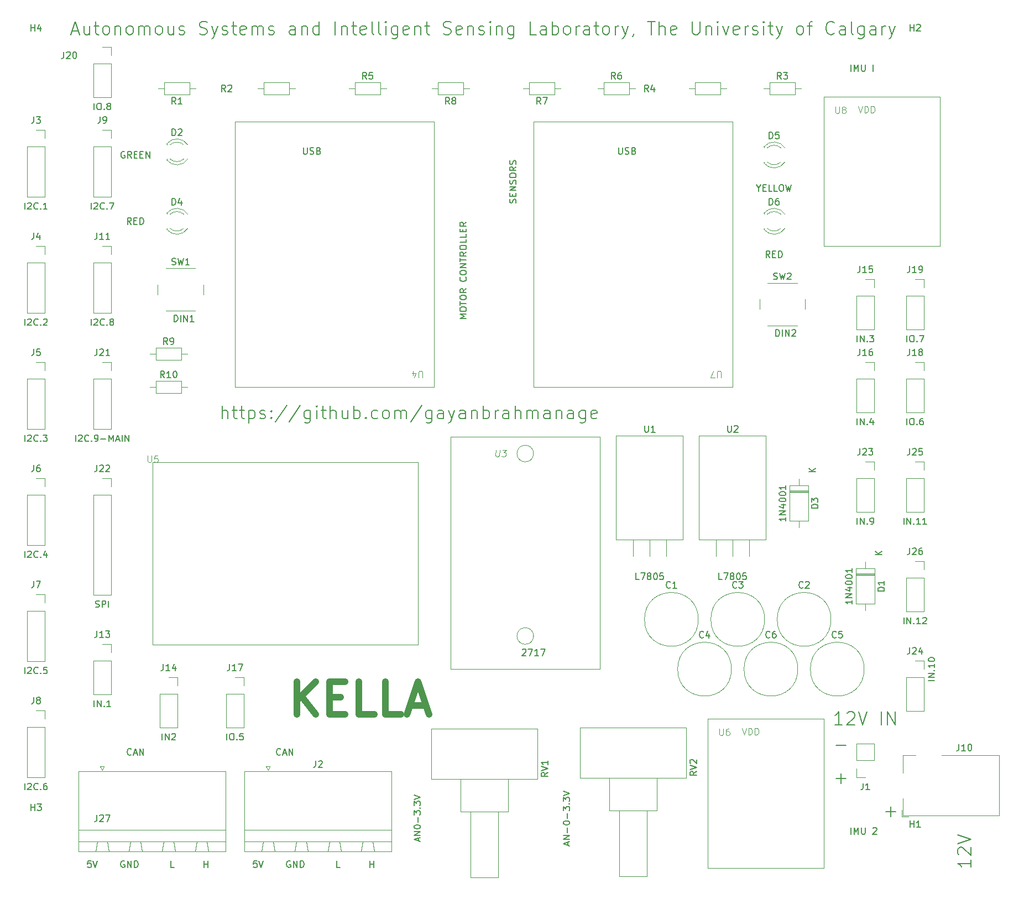
<source format=gbr>
%TF.GenerationSoftware,KiCad,Pcbnew,7.0.10*%
%TF.CreationDate,2024-07-04T23:25:59-06:00*%
%TF.ProjectId,ESP32WROOM30PIN_CARRIER_BOARD_KELLA,45535033-3257-4524-9f4f-4d333050494e,rev?*%
%TF.SameCoordinates,Original*%
%TF.FileFunction,Legend,Top*%
%TF.FilePolarity,Positive*%
%FSLAX46Y46*%
G04 Gerber Fmt 4.6, Leading zero omitted, Abs format (unit mm)*
G04 Created by KiCad (PCBNEW 7.0.10) date 2024-07-04 23:25:59*
%MOMM*%
%LPD*%
G01*
G04 APERTURE LIST*
%ADD10C,0.150000*%
%ADD11C,1.000000*%
%ADD12C,0.100000*%
%ADD13C,0.120000*%
G04 APERTURE END LIST*
D10*
X101422200Y-50510839D02*
X101469819Y-50367982D01*
X101469819Y-50367982D02*
X101469819Y-50129887D01*
X101469819Y-50129887D02*
X101422200Y-50034649D01*
X101422200Y-50034649D02*
X101374580Y-49987030D01*
X101374580Y-49987030D02*
X101279342Y-49939411D01*
X101279342Y-49939411D02*
X101184104Y-49939411D01*
X101184104Y-49939411D02*
X101088866Y-49987030D01*
X101088866Y-49987030D02*
X101041247Y-50034649D01*
X101041247Y-50034649D02*
X100993628Y-50129887D01*
X100993628Y-50129887D02*
X100946009Y-50320363D01*
X100946009Y-50320363D02*
X100898390Y-50415601D01*
X100898390Y-50415601D02*
X100850771Y-50463220D01*
X100850771Y-50463220D02*
X100755533Y-50510839D01*
X100755533Y-50510839D02*
X100660295Y-50510839D01*
X100660295Y-50510839D02*
X100565057Y-50463220D01*
X100565057Y-50463220D02*
X100517438Y-50415601D01*
X100517438Y-50415601D02*
X100469819Y-50320363D01*
X100469819Y-50320363D02*
X100469819Y-50082268D01*
X100469819Y-50082268D02*
X100517438Y-49939411D01*
X100946009Y-49510839D02*
X100946009Y-49177506D01*
X101469819Y-49034649D02*
X101469819Y-49510839D01*
X101469819Y-49510839D02*
X100469819Y-49510839D01*
X100469819Y-49510839D02*
X100469819Y-49034649D01*
X101469819Y-48606077D02*
X100469819Y-48606077D01*
X100469819Y-48606077D02*
X101469819Y-48034649D01*
X101469819Y-48034649D02*
X100469819Y-48034649D01*
X101422200Y-47606077D02*
X101469819Y-47463220D01*
X101469819Y-47463220D02*
X101469819Y-47225125D01*
X101469819Y-47225125D02*
X101422200Y-47129887D01*
X101422200Y-47129887D02*
X101374580Y-47082268D01*
X101374580Y-47082268D02*
X101279342Y-47034649D01*
X101279342Y-47034649D02*
X101184104Y-47034649D01*
X101184104Y-47034649D02*
X101088866Y-47082268D01*
X101088866Y-47082268D02*
X101041247Y-47129887D01*
X101041247Y-47129887D02*
X100993628Y-47225125D01*
X100993628Y-47225125D02*
X100946009Y-47415601D01*
X100946009Y-47415601D02*
X100898390Y-47510839D01*
X100898390Y-47510839D02*
X100850771Y-47558458D01*
X100850771Y-47558458D02*
X100755533Y-47606077D01*
X100755533Y-47606077D02*
X100660295Y-47606077D01*
X100660295Y-47606077D02*
X100565057Y-47558458D01*
X100565057Y-47558458D02*
X100517438Y-47510839D01*
X100517438Y-47510839D02*
X100469819Y-47415601D01*
X100469819Y-47415601D02*
X100469819Y-47177506D01*
X100469819Y-47177506D02*
X100517438Y-47034649D01*
X100469819Y-46415601D02*
X100469819Y-46225125D01*
X100469819Y-46225125D02*
X100517438Y-46129887D01*
X100517438Y-46129887D02*
X100612676Y-46034649D01*
X100612676Y-46034649D02*
X100803152Y-45987030D01*
X100803152Y-45987030D02*
X101136485Y-45987030D01*
X101136485Y-45987030D02*
X101326961Y-46034649D01*
X101326961Y-46034649D02*
X101422200Y-46129887D01*
X101422200Y-46129887D02*
X101469819Y-46225125D01*
X101469819Y-46225125D02*
X101469819Y-46415601D01*
X101469819Y-46415601D02*
X101422200Y-46510839D01*
X101422200Y-46510839D02*
X101326961Y-46606077D01*
X101326961Y-46606077D02*
X101136485Y-46653696D01*
X101136485Y-46653696D02*
X100803152Y-46653696D01*
X100803152Y-46653696D02*
X100612676Y-46606077D01*
X100612676Y-46606077D02*
X100517438Y-46510839D01*
X100517438Y-46510839D02*
X100469819Y-46415601D01*
X101469819Y-44987030D02*
X100993628Y-45320363D01*
X101469819Y-45558458D02*
X100469819Y-45558458D01*
X100469819Y-45558458D02*
X100469819Y-45177506D01*
X100469819Y-45177506D02*
X100517438Y-45082268D01*
X100517438Y-45082268D02*
X100565057Y-45034649D01*
X100565057Y-45034649D02*
X100660295Y-44987030D01*
X100660295Y-44987030D02*
X100803152Y-44987030D01*
X100803152Y-44987030D02*
X100898390Y-45034649D01*
X100898390Y-45034649D02*
X100946009Y-45082268D01*
X100946009Y-45082268D02*
X100993628Y-45177506D01*
X100993628Y-45177506D02*
X100993628Y-45558458D01*
X101422200Y-44606077D02*
X101469819Y-44463220D01*
X101469819Y-44463220D02*
X101469819Y-44225125D01*
X101469819Y-44225125D02*
X101422200Y-44129887D01*
X101422200Y-44129887D02*
X101374580Y-44082268D01*
X101374580Y-44082268D02*
X101279342Y-44034649D01*
X101279342Y-44034649D02*
X101184104Y-44034649D01*
X101184104Y-44034649D02*
X101088866Y-44082268D01*
X101088866Y-44082268D02*
X101041247Y-44129887D01*
X101041247Y-44129887D02*
X100993628Y-44225125D01*
X100993628Y-44225125D02*
X100946009Y-44415601D01*
X100946009Y-44415601D02*
X100898390Y-44510839D01*
X100898390Y-44510839D02*
X100850771Y-44558458D01*
X100850771Y-44558458D02*
X100755533Y-44606077D01*
X100755533Y-44606077D02*
X100660295Y-44606077D01*
X100660295Y-44606077D02*
X100565057Y-44558458D01*
X100565057Y-44558458D02*
X100517438Y-44510839D01*
X100517438Y-44510839D02*
X100469819Y-44415601D01*
X100469819Y-44415601D02*
X100469819Y-44177506D01*
X100469819Y-44177506D02*
X100517438Y-44034649D01*
X93849819Y-68243220D02*
X92849819Y-68243220D01*
X92849819Y-68243220D02*
X93564104Y-67909887D01*
X93564104Y-67909887D02*
X92849819Y-67576554D01*
X92849819Y-67576554D02*
X93849819Y-67576554D01*
X92849819Y-66909887D02*
X92849819Y-66719411D01*
X92849819Y-66719411D02*
X92897438Y-66624173D01*
X92897438Y-66624173D02*
X92992676Y-66528935D01*
X92992676Y-66528935D02*
X93183152Y-66481316D01*
X93183152Y-66481316D02*
X93516485Y-66481316D01*
X93516485Y-66481316D02*
X93706961Y-66528935D01*
X93706961Y-66528935D02*
X93802200Y-66624173D01*
X93802200Y-66624173D02*
X93849819Y-66719411D01*
X93849819Y-66719411D02*
X93849819Y-66909887D01*
X93849819Y-66909887D02*
X93802200Y-67005125D01*
X93802200Y-67005125D02*
X93706961Y-67100363D01*
X93706961Y-67100363D02*
X93516485Y-67147982D01*
X93516485Y-67147982D02*
X93183152Y-67147982D01*
X93183152Y-67147982D02*
X92992676Y-67100363D01*
X92992676Y-67100363D02*
X92897438Y-67005125D01*
X92897438Y-67005125D02*
X92849819Y-66909887D01*
X92849819Y-66195601D02*
X92849819Y-65624173D01*
X93849819Y-65909887D02*
X92849819Y-65909887D01*
X92849819Y-65100363D02*
X92849819Y-64909887D01*
X92849819Y-64909887D02*
X92897438Y-64814649D01*
X92897438Y-64814649D02*
X92992676Y-64719411D01*
X92992676Y-64719411D02*
X93183152Y-64671792D01*
X93183152Y-64671792D02*
X93516485Y-64671792D01*
X93516485Y-64671792D02*
X93706961Y-64719411D01*
X93706961Y-64719411D02*
X93802200Y-64814649D01*
X93802200Y-64814649D02*
X93849819Y-64909887D01*
X93849819Y-64909887D02*
X93849819Y-65100363D01*
X93849819Y-65100363D02*
X93802200Y-65195601D01*
X93802200Y-65195601D02*
X93706961Y-65290839D01*
X93706961Y-65290839D02*
X93516485Y-65338458D01*
X93516485Y-65338458D02*
X93183152Y-65338458D01*
X93183152Y-65338458D02*
X92992676Y-65290839D01*
X92992676Y-65290839D02*
X92897438Y-65195601D01*
X92897438Y-65195601D02*
X92849819Y-65100363D01*
X93849819Y-63671792D02*
X93373628Y-64005125D01*
X93849819Y-64243220D02*
X92849819Y-64243220D01*
X92849819Y-64243220D02*
X92849819Y-63862268D01*
X92849819Y-63862268D02*
X92897438Y-63767030D01*
X92897438Y-63767030D02*
X92945057Y-63719411D01*
X92945057Y-63719411D02*
X93040295Y-63671792D01*
X93040295Y-63671792D02*
X93183152Y-63671792D01*
X93183152Y-63671792D02*
X93278390Y-63719411D01*
X93278390Y-63719411D02*
X93326009Y-63767030D01*
X93326009Y-63767030D02*
X93373628Y-63862268D01*
X93373628Y-63862268D02*
X93373628Y-64243220D01*
X93754580Y-61909887D02*
X93802200Y-61957506D01*
X93802200Y-61957506D02*
X93849819Y-62100363D01*
X93849819Y-62100363D02*
X93849819Y-62195601D01*
X93849819Y-62195601D02*
X93802200Y-62338458D01*
X93802200Y-62338458D02*
X93706961Y-62433696D01*
X93706961Y-62433696D02*
X93611723Y-62481315D01*
X93611723Y-62481315D02*
X93421247Y-62528934D01*
X93421247Y-62528934D02*
X93278390Y-62528934D01*
X93278390Y-62528934D02*
X93087914Y-62481315D01*
X93087914Y-62481315D02*
X92992676Y-62433696D01*
X92992676Y-62433696D02*
X92897438Y-62338458D01*
X92897438Y-62338458D02*
X92849819Y-62195601D01*
X92849819Y-62195601D02*
X92849819Y-62100363D01*
X92849819Y-62100363D02*
X92897438Y-61957506D01*
X92897438Y-61957506D02*
X92945057Y-61909887D01*
X92849819Y-61290839D02*
X92849819Y-61100363D01*
X92849819Y-61100363D02*
X92897438Y-61005125D01*
X92897438Y-61005125D02*
X92992676Y-60909887D01*
X92992676Y-60909887D02*
X93183152Y-60862268D01*
X93183152Y-60862268D02*
X93516485Y-60862268D01*
X93516485Y-60862268D02*
X93706961Y-60909887D01*
X93706961Y-60909887D02*
X93802200Y-61005125D01*
X93802200Y-61005125D02*
X93849819Y-61100363D01*
X93849819Y-61100363D02*
X93849819Y-61290839D01*
X93849819Y-61290839D02*
X93802200Y-61386077D01*
X93802200Y-61386077D02*
X93706961Y-61481315D01*
X93706961Y-61481315D02*
X93516485Y-61528934D01*
X93516485Y-61528934D02*
X93183152Y-61528934D01*
X93183152Y-61528934D02*
X92992676Y-61481315D01*
X92992676Y-61481315D02*
X92897438Y-61386077D01*
X92897438Y-61386077D02*
X92849819Y-61290839D01*
X93849819Y-60433696D02*
X92849819Y-60433696D01*
X92849819Y-60433696D02*
X93849819Y-59862268D01*
X93849819Y-59862268D02*
X92849819Y-59862268D01*
X92849819Y-59528934D02*
X92849819Y-58957506D01*
X93849819Y-59243220D02*
X92849819Y-59243220D01*
X93849819Y-58052744D02*
X93373628Y-58386077D01*
X93849819Y-58624172D02*
X92849819Y-58624172D01*
X92849819Y-58624172D02*
X92849819Y-58243220D01*
X92849819Y-58243220D02*
X92897438Y-58147982D01*
X92897438Y-58147982D02*
X92945057Y-58100363D01*
X92945057Y-58100363D02*
X93040295Y-58052744D01*
X93040295Y-58052744D02*
X93183152Y-58052744D01*
X93183152Y-58052744D02*
X93278390Y-58100363D01*
X93278390Y-58100363D02*
X93326009Y-58147982D01*
X93326009Y-58147982D02*
X93373628Y-58243220D01*
X93373628Y-58243220D02*
X93373628Y-58624172D01*
X92849819Y-57433696D02*
X92849819Y-57243220D01*
X92849819Y-57243220D02*
X92897438Y-57147982D01*
X92897438Y-57147982D02*
X92992676Y-57052744D01*
X92992676Y-57052744D02*
X93183152Y-57005125D01*
X93183152Y-57005125D02*
X93516485Y-57005125D01*
X93516485Y-57005125D02*
X93706961Y-57052744D01*
X93706961Y-57052744D02*
X93802200Y-57147982D01*
X93802200Y-57147982D02*
X93849819Y-57243220D01*
X93849819Y-57243220D02*
X93849819Y-57433696D01*
X93849819Y-57433696D02*
X93802200Y-57528934D01*
X93802200Y-57528934D02*
X93706961Y-57624172D01*
X93706961Y-57624172D02*
X93516485Y-57671791D01*
X93516485Y-57671791D02*
X93183152Y-57671791D01*
X93183152Y-57671791D02*
X92992676Y-57624172D01*
X92992676Y-57624172D02*
X92897438Y-57528934D01*
X92897438Y-57528934D02*
X92849819Y-57433696D01*
X93849819Y-56100363D02*
X93849819Y-56576553D01*
X93849819Y-56576553D02*
X92849819Y-56576553D01*
X93849819Y-55290839D02*
X93849819Y-55767029D01*
X93849819Y-55767029D02*
X92849819Y-55767029D01*
X93326009Y-54957505D02*
X93326009Y-54624172D01*
X93849819Y-54481315D02*
X93849819Y-54957505D01*
X93849819Y-54957505D02*
X92849819Y-54957505D01*
X92849819Y-54957505D02*
X92849819Y-54481315D01*
X93849819Y-53481315D02*
X93373628Y-53814648D01*
X93849819Y-54052743D02*
X92849819Y-54052743D01*
X92849819Y-54052743D02*
X92849819Y-53671791D01*
X92849819Y-53671791D02*
X92897438Y-53576553D01*
X92897438Y-53576553D02*
X92945057Y-53528934D01*
X92945057Y-53528934D02*
X93040295Y-53481315D01*
X93040295Y-53481315D02*
X93183152Y-53481315D01*
X93183152Y-53481315D02*
X93278390Y-53528934D01*
X93278390Y-53528934D02*
X93326009Y-53576553D01*
X93326009Y-53576553D02*
X93373628Y-53671791D01*
X93373628Y-53671791D02*
X93373628Y-54052743D01*
D11*
X67888370Y-128876095D02*
X67888370Y-123876095D01*
X70745513Y-128876095D02*
X68602655Y-126018952D01*
X70745513Y-123876095D02*
X67888370Y-126733238D01*
X72888370Y-126257047D02*
X74555036Y-126257047D01*
X75269322Y-128876095D02*
X72888370Y-128876095D01*
X72888370Y-128876095D02*
X72888370Y-123876095D01*
X72888370Y-123876095D02*
X75269322Y-123876095D01*
X79793132Y-128876095D02*
X77412180Y-128876095D01*
X77412180Y-128876095D02*
X77412180Y-123876095D01*
X83840751Y-128876095D02*
X81459799Y-128876095D01*
X81459799Y-128876095D02*
X81459799Y-123876095D01*
X85269322Y-127447523D02*
X87650275Y-127447523D01*
X84793132Y-128876095D02*
X86459799Y-123876095D01*
X86459799Y-123876095D02*
X88126465Y-128876095D01*
D10*
X41500588Y-151317438D02*
X41405350Y-151269819D01*
X41405350Y-151269819D02*
X41262493Y-151269819D01*
X41262493Y-151269819D02*
X41119636Y-151317438D01*
X41119636Y-151317438D02*
X41024398Y-151412676D01*
X41024398Y-151412676D02*
X40976779Y-151507914D01*
X40976779Y-151507914D02*
X40929160Y-151698390D01*
X40929160Y-151698390D02*
X40929160Y-151841247D01*
X40929160Y-151841247D02*
X40976779Y-152031723D01*
X40976779Y-152031723D02*
X41024398Y-152126961D01*
X41024398Y-152126961D02*
X41119636Y-152222200D01*
X41119636Y-152222200D02*
X41262493Y-152269819D01*
X41262493Y-152269819D02*
X41357731Y-152269819D01*
X41357731Y-152269819D02*
X41500588Y-152222200D01*
X41500588Y-152222200D02*
X41548207Y-152174580D01*
X41548207Y-152174580D02*
X41548207Y-151841247D01*
X41548207Y-151841247D02*
X41357731Y-151841247D01*
X41976779Y-152269819D02*
X41976779Y-151269819D01*
X41976779Y-151269819D02*
X42548207Y-152269819D01*
X42548207Y-152269819D02*
X42548207Y-151269819D01*
X43024398Y-152269819D02*
X43024398Y-151269819D01*
X43024398Y-151269819D02*
X43262493Y-151269819D01*
X43262493Y-151269819D02*
X43405350Y-151317438D01*
X43405350Y-151317438D02*
X43500588Y-151412676D01*
X43500588Y-151412676D02*
X43548207Y-151507914D01*
X43548207Y-151507914D02*
X43595826Y-151698390D01*
X43595826Y-151698390D02*
X43595826Y-151841247D01*
X43595826Y-151841247D02*
X43548207Y-152031723D01*
X43548207Y-152031723D02*
X43500588Y-152126961D01*
X43500588Y-152126961D02*
X43405350Y-152222200D01*
X43405350Y-152222200D02*
X43262493Y-152269819D01*
X43262493Y-152269819D02*
X43024398Y-152269819D01*
X152736779Y-30349819D02*
X152736779Y-29349819D01*
X153212969Y-30349819D02*
X153212969Y-29349819D01*
X153212969Y-29349819D02*
X153546302Y-30064104D01*
X153546302Y-30064104D02*
X153879635Y-29349819D01*
X153879635Y-29349819D02*
X153879635Y-30349819D01*
X154355826Y-29349819D02*
X154355826Y-30159342D01*
X154355826Y-30159342D02*
X154403445Y-30254580D01*
X154403445Y-30254580D02*
X154451064Y-30302200D01*
X154451064Y-30302200D02*
X154546302Y-30349819D01*
X154546302Y-30349819D02*
X154736778Y-30349819D01*
X154736778Y-30349819D02*
X154832016Y-30302200D01*
X154832016Y-30302200D02*
X154879635Y-30254580D01*
X154879635Y-30254580D02*
X154927254Y-30159342D01*
X154927254Y-30159342D02*
X154927254Y-29349819D01*
X156165350Y-30349819D02*
X156165350Y-29349819D01*
X36372969Y-151269819D02*
X35896779Y-151269819D01*
X35896779Y-151269819D02*
X35849160Y-151746009D01*
X35849160Y-151746009D02*
X35896779Y-151698390D01*
X35896779Y-151698390D02*
X35992017Y-151650771D01*
X35992017Y-151650771D02*
X36230112Y-151650771D01*
X36230112Y-151650771D02*
X36325350Y-151698390D01*
X36325350Y-151698390D02*
X36372969Y-151746009D01*
X36372969Y-151746009D02*
X36420588Y-151841247D01*
X36420588Y-151841247D02*
X36420588Y-152079342D01*
X36420588Y-152079342D02*
X36372969Y-152174580D01*
X36372969Y-152174580D02*
X36325350Y-152222200D01*
X36325350Y-152222200D02*
X36230112Y-152269819D01*
X36230112Y-152269819D02*
X35992017Y-152269819D01*
X35992017Y-152269819D02*
X35896779Y-152222200D01*
X35896779Y-152222200D02*
X35849160Y-152174580D01*
X36706303Y-151269819D02*
X37039636Y-152269819D01*
X37039636Y-152269819D02*
X37372969Y-151269819D01*
X61772969Y-151269819D02*
X61296779Y-151269819D01*
X61296779Y-151269819D02*
X61249160Y-151746009D01*
X61249160Y-151746009D02*
X61296779Y-151698390D01*
X61296779Y-151698390D02*
X61392017Y-151650771D01*
X61392017Y-151650771D02*
X61630112Y-151650771D01*
X61630112Y-151650771D02*
X61725350Y-151698390D01*
X61725350Y-151698390D02*
X61772969Y-151746009D01*
X61772969Y-151746009D02*
X61820588Y-151841247D01*
X61820588Y-151841247D02*
X61820588Y-152079342D01*
X61820588Y-152079342D02*
X61772969Y-152174580D01*
X61772969Y-152174580D02*
X61725350Y-152222200D01*
X61725350Y-152222200D02*
X61630112Y-152269819D01*
X61630112Y-152269819D02*
X61392017Y-152269819D01*
X61392017Y-152269819D02*
X61296779Y-152222200D01*
X61296779Y-152222200D02*
X61249160Y-152174580D01*
X62106303Y-151269819D02*
X62439636Y-152269819D01*
X62439636Y-152269819D02*
X62772969Y-151269819D01*
X152736779Y-147189819D02*
X152736779Y-146189819D01*
X153212969Y-147189819D02*
X153212969Y-146189819D01*
X153212969Y-146189819D02*
X153546302Y-146904104D01*
X153546302Y-146904104D02*
X153879635Y-146189819D01*
X153879635Y-146189819D02*
X153879635Y-147189819D01*
X154355826Y-146189819D02*
X154355826Y-146999342D01*
X154355826Y-146999342D02*
X154403445Y-147094580D01*
X154403445Y-147094580D02*
X154451064Y-147142200D01*
X154451064Y-147142200D02*
X154546302Y-147189819D01*
X154546302Y-147189819D02*
X154736778Y-147189819D01*
X154736778Y-147189819D02*
X154832016Y-147142200D01*
X154832016Y-147142200D02*
X154879635Y-147094580D01*
X154879635Y-147094580D02*
X154927254Y-146999342D01*
X154927254Y-146999342D02*
X154927254Y-146189819D01*
X156117731Y-146285057D02*
X156165350Y-146237438D01*
X156165350Y-146237438D02*
X156260588Y-146189819D01*
X156260588Y-146189819D02*
X156498683Y-146189819D01*
X156498683Y-146189819D02*
X156593921Y-146237438D01*
X156593921Y-146237438D02*
X156641540Y-146285057D01*
X156641540Y-146285057D02*
X156689159Y-146380295D01*
X156689159Y-146380295D02*
X156689159Y-146475533D01*
X156689159Y-146475533D02*
X156641540Y-146618390D01*
X156641540Y-146618390D02*
X156070112Y-147189819D01*
X156070112Y-147189819D02*
X156689159Y-147189819D01*
X74472969Y-152269819D02*
X73996779Y-152269819D01*
X73996779Y-152269819D02*
X73996779Y-151269819D01*
X79076779Y-152269819D02*
X79076779Y-151269819D01*
X79076779Y-151746009D02*
X79648207Y-151746009D01*
X79648207Y-152269819D02*
X79648207Y-151269819D01*
X49072969Y-152269819D02*
X48596779Y-152269819D01*
X48596779Y-152269819D02*
X48596779Y-151269819D01*
X53676779Y-152269819D02*
X53676779Y-151269819D01*
X53676779Y-151746009D02*
X54248207Y-151746009D01*
X54248207Y-152269819D02*
X54248207Y-151269819D01*
X33499636Y-24176009D02*
X34452017Y-24176009D01*
X33309160Y-24747438D02*
X33975826Y-22747438D01*
X33975826Y-22747438D02*
X34642493Y-24747438D01*
X36166303Y-23414104D02*
X36166303Y-24747438D01*
X35309160Y-23414104D02*
X35309160Y-24461723D01*
X35309160Y-24461723D02*
X35404398Y-24652200D01*
X35404398Y-24652200D02*
X35594874Y-24747438D01*
X35594874Y-24747438D02*
X35880589Y-24747438D01*
X35880589Y-24747438D02*
X36071065Y-24652200D01*
X36071065Y-24652200D02*
X36166303Y-24556961D01*
X36832970Y-23414104D02*
X37594874Y-23414104D01*
X37118684Y-22747438D02*
X37118684Y-24461723D01*
X37118684Y-24461723D02*
X37213922Y-24652200D01*
X37213922Y-24652200D02*
X37404398Y-24747438D01*
X37404398Y-24747438D02*
X37594874Y-24747438D01*
X38547255Y-24747438D02*
X38356779Y-24652200D01*
X38356779Y-24652200D02*
X38261541Y-24556961D01*
X38261541Y-24556961D02*
X38166303Y-24366485D01*
X38166303Y-24366485D02*
X38166303Y-23795057D01*
X38166303Y-23795057D02*
X38261541Y-23604580D01*
X38261541Y-23604580D02*
X38356779Y-23509342D01*
X38356779Y-23509342D02*
X38547255Y-23414104D01*
X38547255Y-23414104D02*
X38832970Y-23414104D01*
X38832970Y-23414104D02*
X39023446Y-23509342D01*
X39023446Y-23509342D02*
X39118684Y-23604580D01*
X39118684Y-23604580D02*
X39213922Y-23795057D01*
X39213922Y-23795057D02*
X39213922Y-24366485D01*
X39213922Y-24366485D02*
X39118684Y-24556961D01*
X39118684Y-24556961D02*
X39023446Y-24652200D01*
X39023446Y-24652200D02*
X38832970Y-24747438D01*
X38832970Y-24747438D02*
X38547255Y-24747438D01*
X40071065Y-23414104D02*
X40071065Y-24747438D01*
X40071065Y-23604580D02*
X40166303Y-23509342D01*
X40166303Y-23509342D02*
X40356779Y-23414104D01*
X40356779Y-23414104D02*
X40642494Y-23414104D01*
X40642494Y-23414104D02*
X40832970Y-23509342D01*
X40832970Y-23509342D02*
X40928208Y-23699819D01*
X40928208Y-23699819D02*
X40928208Y-24747438D01*
X42166303Y-24747438D02*
X41975827Y-24652200D01*
X41975827Y-24652200D02*
X41880589Y-24556961D01*
X41880589Y-24556961D02*
X41785351Y-24366485D01*
X41785351Y-24366485D02*
X41785351Y-23795057D01*
X41785351Y-23795057D02*
X41880589Y-23604580D01*
X41880589Y-23604580D02*
X41975827Y-23509342D01*
X41975827Y-23509342D02*
X42166303Y-23414104D01*
X42166303Y-23414104D02*
X42452018Y-23414104D01*
X42452018Y-23414104D02*
X42642494Y-23509342D01*
X42642494Y-23509342D02*
X42737732Y-23604580D01*
X42737732Y-23604580D02*
X42832970Y-23795057D01*
X42832970Y-23795057D02*
X42832970Y-24366485D01*
X42832970Y-24366485D02*
X42737732Y-24556961D01*
X42737732Y-24556961D02*
X42642494Y-24652200D01*
X42642494Y-24652200D02*
X42452018Y-24747438D01*
X42452018Y-24747438D02*
X42166303Y-24747438D01*
X43690113Y-24747438D02*
X43690113Y-23414104D01*
X43690113Y-23604580D02*
X43785351Y-23509342D01*
X43785351Y-23509342D02*
X43975827Y-23414104D01*
X43975827Y-23414104D02*
X44261542Y-23414104D01*
X44261542Y-23414104D02*
X44452018Y-23509342D01*
X44452018Y-23509342D02*
X44547256Y-23699819D01*
X44547256Y-23699819D02*
X44547256Y-24747438D01*
X44547256Y-23699819D02*
X44642494Y-23509342D01*
X44642494Y-23509342D02*
X44832970Y-23414104D01*
X44832970Y-23414104D02*
X45118684Y-23414104D01*
X45118684Y-23414104D02*
X45309161Y-23509342D01*
X45309161Y-23509342D02*
X45404399Y-23699819D01*
X45404399Y-23699819D02*
X45404399Y-24747438D01*
X46642494Y-24747438D02*
X46452018Y-24652200D01*
X46452018Y-24652200D02*
X46356780Y-24556961D01*
X46356780Y-24556961D02*
X46261542Y-24366485D01*
X46261542Y-24366485D02*
X46261542Y-23795057D01*
X46261542Y-23795057D02*
X46356780Y-23604580D01*
X46356780Y-23604580D02*
X46452018Y-23509342D01*
X46452018Y-23509342D02*
X46642494Y-23414104D01*
X46642494Y-23414104D02*
X46928209Y-23414104D01*
X46928209Y-23414104D02*
X47118685Y-23509342D01*
X47118685Y-23509342D02*
X47213923Y-23604580D01*
X47213923Y-23604580D02*
X47309161Y-23795057D01*
X47309161Y-23795057D02*
X47309161Y-24366485D01*
X47309161Y-24366485D02*
X47213923Y-24556961D01*
X47213923Y-24556961D02*
X47118685Y-24652200D01*
X47118685Y-24652200D02*
X46928209Y-24747438D01*
X46928209Y-24747438D02*
X46642494Y-24747438D01*
X49023447Y-23414104D02*
X49023447Y-24747438D01*
X48166304Y-23414104D02*
X48166304Y-24461723D01*
X48166304Y-24461723D02*
X48261542Y-24652200D01*
X48261542Y-24652200D02*
X48452018Y-24747438D01*
X48452018Y-24747438D02*
X48737733Y-24747438D01*
X48737733Y-24747438D02*
X48928209Y-24652200D01*
X48928209Y-24652200D02*
X49023447Y-24556961D01*
X49880590Y-24652200D02*
X50071066Y-24747438D01*
X50071066Y-24747438D02*
X50452018Y-24747438D01*
X50452018Y-24747438D02*
X50642495Y-24652200D01*
X50642495Y-24652200D02*
X50737733Y-24461723D01*
X50737733Y-24461723D02*
X50737733Y-24366485D01*
X50737733Y-24366485D02*
X50642495Y-24176009D01*
X50642495Y-24176009D02*
X50452018Y-24080771D01*
X50452018Y-24080771D02*
X50166304Y-24080771D01*
X50166304Y-24080771D02*
X49975828Y-23985533D01*
X49975828Y-23985533D02*
X49880590Y-23795057D01*
X49880590Y-23795057D02*
X49880590Y-23699819D01*
X49880590Y-23699819D02*
X49975828Y-23509342D01*
X49975828Y-23509342D02*
X50166304Y-23414104D01*
X50166304Y-23414104D02*
X50452018Y-23414104D01*
X50452018Y-23414104D02*
X50642495Y-23509342D01*
X53023448Y-24652200D02*
X53309162Y-24747438D01*
X53309162Y-24747438D02*
X53785353Y-24747438D01*
X53785353Y-24747438D02*
X53975829Y-24652200D01*
X53975829Y-24652200D02*
X54071067Y-24556961D01*
X54071067Y-24556961D02*
X54166305Y-24366485D01*
X54166305Y-24366485D02*
X54166305Y-24176009D01*
X54166305Y-24176009D02*
X54071067Y-23985533D01*
X54071067Y-23985533D02*
X53975829Y-23890295D01*
X53975829Y-23890295D02*
X53785353Y-23795057D01*
X53785353Y-23795057D02*
X53404400Y-23699819D01*
X53404400Y-23699819D02*
X53213924Y-23604580D01*
X53213924Y-23604580D02*
X53118686Y-23509342D01*
X53118686Y-23509342D02*
X53023448Y-23318866D01*
X53023448Y-23318866D02*
X53023448Y-23128390D01*
X53023448Y-23128390D02*
X53118686Y-22937914D01*
X53118686Y-22937914D02*
X53213924Y-22842676D01*
X53213924Y-22842676D02*
X53404400Y-22747438D01*
X53404400Y-22747438D02*
X53880591Y-22747438D01*
X53880591Y-22747438D02*
X54166305Y-22842676D01*
X54832972Y-23414104D02*
X55309162Y-24747438D01*
X55785353Y-23414104D02*
X55309162Y-24747438D01*
X55309162Y-24747438D02*
X55118686Y-25223628D01*
X55118686Y-25223628D02*
X55023448Y-25318866D01*
X55023448Y-25318866D02*
X54832972Y-25414104D01*
X56452020Y-24652200D02*
X56642496Y-24747438D01*
X56642496Y-24747438D02*
X57023448Y-24747438D01*
X57023448Y-24747438D02*
X57213925Y-24652200D01*
X57213925Y-24652200D02*
X57309163Y-24461723D01*
X57309163Y-24461723D02*
X57309163Y-24366485D01*
X57309163Y-24366485D02*
X57213925Y-24176009D01*
X57213925Y-24176009D02*
X57023448Y-24080771D01*
X57023448Y-24080771D02*
X56737734Y-24080771D01*
X56737734Y-24080771D02*
X56547258Y-23985533D01*
X56547258Y-23985533D02*
X56452020Y-23795057D01*
X56452020Y-23795057D02*
X56452020Y-23699819D01*
X56452020Y-23699819D02*
X56547258Y-23509342D01*
X56547258Y-23509342D02*
X56737734Y-23414104D01*
X56737734Y-23414104D02*
X57023448Y-23414104D01*
X57023448Y-23414104D02*
X57213925Y-23509342D01*
X57880592Y-23414104D02*
X58642496Y-23414104D01*
X58166306Y-22747438D02*
X58166306Y-24461723D01*
X58166306Y-24461723D02*
X58261544Y-24652200D01*
X58261544Y-24652200D02*
X58452020Y-24747438D01*
X58452020Y-24747438D02*
X58642496Y-24747438D01*
X60071068Y-24652200D02*
X59880592Y-24747438D01*
X59880592Y-24747438D02*
X59499639Y-24747438D01*
X59499639Y-24747438D02*
X59309163Y-24652200D01*
X59309163Y-24652200D02*
X59213925Y-24461723D01*
X59213925Y-24461723D02*
X59213925Y-23699819D01*
X59213925Y-23699819D02*
X59309163Y-23509342D01*
X59309163Y-23509342D02*
X59499639Y-23414104D01*
X59499639Y-23414104D02*
X59880592Y-23414104D01*
X59880592Y-23414104D02*
X60071068Y-23509342D01*
X60071068Y-23509342D02*
X60166306Y-23699819D01*
X60166306Y-23699819D02*
X60166306Y-23890295D01*
X60166306Y-23890295D02*
X59213925Y-24080771D01*
X61023449Y-24747438D02*
X61023449Y-23414104D01*
X61023449Y-23604580D02*
X61118687Y-23509342D01*
X61118687Y-23509342D02*
X61309163Y-23414104D01*
X61309163Y-23414104D02*
X61594878Y-23414104D01*
X61594878Y-23414104D02*
X61785354Y-23509342D01*
X61785354Y-23509342D02*
X61880592Y-23699819D01*
X61880592Y-23699819D02*
X61880592Y-24747438D01*
X61880592Y-23699819D02*
X61975830Y-23509342D01*
X61975830Y-23509342D02*
X62166306Y-23414104D01*
X62166306Y-23414104D02*
X62452020Y-23414104D01*
X62452020Y-23414104D02*
X62642497Y-23509342D01*
X62642497Y-23509342D02*
X62737735Y-23699819D01*
X62737735Y-23699819D02*
X62737735Y-24747438D01*
X63594878Y-24652200D02*
X63785354Y-24747438D01*
X63785354Y-24747438D02*
X64166306Y-24747438D01*
X64166306Y-24747438D02*
X64356783Y-24652200D01*
X64356783Y-24652200D02*
X64452021Y-24461723D01*
X64452021Y-24461723D02*
X64452021Y-24366485D01*
X64452021Y-24366485D02*
X64356783Y-24176009D01*
X64356783Y-24176009D02*
X64166306Y-24080771D01*
X64166306Y-24080771D02*
X63880592Y-24080771D01*
X63880592Y-24080771D02*
X63690116Y-23985533D01*
X63690116Y-23985533D02*
X63594878Y-23795057D01*
X63594878Y-23795057D02*
X63594878Y-23699819D01*
X63594878Y-23699819D02*
X63690116Y-23509342D01*
X63690116Y-23509342D02*
X63880592Y-23414104D01*
X63880592Y-23414104D02*
X64166306Y-23414104D01*
X64166306Y-23414104D02*
X64356783Y-23509342D01*
X67690117Y-24747438D02*
X67690117Y-23699819D01*
X67690117Y-23699819D02*
X67594879Y-23509342D01*
X67594879Y-23509342D02*
X67404403Y-23414104D01*
X67404403Y-23414104D02*
X67023450Y-23414104D01*
X67023450Y-23414104D02*
X66832974Y-23509342D01*
X67690117Y-24652200D02*
X67499641Y-24747438D01*
X67499641Y-24747438D02*
X67023450Y-24747438D01*
X67023450Y-24747438D02*
X66832974Y-24652200D01*
X66832974Y-24652200D02*
X66737736Y-24461723D01*
X66737736Y-24461723D02*
X66737736Y-24271247D01*
X66737736Y-24271247D02*
X66832974Y-24080771D01*
X66832974Y-24080771D02*
X67023450Y-23985533D01*
X67023450Y-23985533D02*
X67499641Y-23985533D01*
X67499641Y-23985533D02*
X67690117Y-23890295D01*
X68642498Y-23414104D02*
X68642498Y-24747438D01*
X68642498Y-23604580D02*
X68737736Y-23509342D01*
X68737736Y-23509342D02*
X68928212Y-23414104D01*
X68928212Y-23414104D02*
X69213927Y-23414104D01*
X69213927Y-23414104D02*
X69404403Y-23509342D01*
X69404403Y-23509342D02*
X69499641Y-23699819D01*
X69499641Y-23699819D02*
X69499641Y-24747438D01*
X71309165Y-24747438D02*
X71309165Y-22747438D01*
X71309165Y-24652200D02*
X71118689Y-24747438D01*
X71118689Y-24747438D02*
X70737736Y-24747438D01*
X70737736Y-24747438D02*
X70547260Y-24652200D01*
X70547260Y-24652200D02*
X70452022Y-24556961D01*
X70452022Y-24556961D02*
X70356784Y-24366485D01*
X70356784Y-24366485D02*
X70356784Y-23795057D01*
X70356784Y-23795057D02*
X70452022Y-23604580D01*
X70452022Y-23604580D02*
X70547260Y-23509342D01*
X70547260Y-23509342D02*
X70737736Y-23414104D01*
X70737736Y-23414104D02*
X71118689Y-23414104D01*
X71118689Y-23414104D02*
X71309165Y-23509342D01*
X73785356Y-24747438D02*
X73785356Y-22747438D01*
X74737737Y-23414104D02*
X74737737Y-24747438D01*
X74737737Y-23604580D02*
X74832975Y-23509342D01*
X74832975Y-23509342D02*
X75023451Y-23414104D01*
X75023451Y-23414104D02*
X75309166Y-23414104D01*
X75309166Y-23414104D02*
X75499642Y-23509342D01*
X75499642Y-23509342D02*
X75594880Y-23699819D01*
X75594880Y-23699819D02*
X75594880Y-24747438D01*
X76261547Y-23414104D02*
X77023451Y-23414104D01*
X76547261Y-22747438D02*
X76547261Y-24461723D01*
X76547261Y-24461723D02*
X76642499Y-24652200D01*
X76642499Y-24652200D02*
X76832975Y-24747438D01*
X76832975Y-24747438D02*
X77023451Y-24747438D01*
X78452023Y-24652200D02*
X78261547Y-24747438D01*
X78261547Y-24747438D02*
X77880594Y-24747438D01*
X77880594Y-24747438D02*
X77690118Y-24652200D01*
X77690118Y-24652200D02*
X77594880Y-24461723D01*
X77594880Y-24461723D02*
X77594880Y-23699819D01*
X77594880Y-23699819D02*
X77690118Y-23509342D01*
X77690118Y-23509342D02*
X77880594Y-23414104D01*
X77880594Y-23414104D02*
X78261547Y-23414104D01*
X78261547Y-23414104D02*
X78452023Y-23509342D01*
X78452023Y-23509342D02*
X78547261Y-23699819D01*
X78547261Y-23699819D02*
X78547261Y-23890295D01*
X78547261Y-23890295D02*
X77594880Y-24080771D01*
X79690118Y-24747438D02*
X79499642Y-24652200D01*
X79499642Y-24652200D02*
X79404404Y-24461723D01*
X79404404Y-24461723D02*
X79404404Y-22747438D01*
X80737737Y-24747438D02*
X80547261Y-24652200D01*
X80547261Y-24652200D02*
X80452023Y-24461723D01*
X80452023Y-24461723D02*
X80452023Y-22747438D01*
X81499642Y-24747438D02*
X81499642Y-23414104D01*
X81499642Y-22747438D02*
X81404404Y-22842676D01*
X81404404Y-22842676D02*
X81499642Y-22937914D01*
X81499642Y-22937914D02*
X81594880Y-22842676D01*
X81594880Y-22842676D02*
X81499642Y-22747438D01*
X81499642Y-22747438D02*
X81499642Y-22937914D01*
X83309166Y-23414104D02*
X83309166Y-25033152D01*
X83309166Y-25033152D02*
X83213928Y-25223628D01*
X83213928Y-25223628D02*
X83118690Y-25318866D01*
X83118690Y-25318866D02*
X82928213Y-25414104D01*
X82928213Y-25414104D02*
X82642499Y-25414104D01*
X82642499Y-25414104D02*
X82452023Y-25318866D01*
X83309166Y-24652200D02*
X83118690Y-24747438D01*
X83118690Y-24747438D02*
X82737737Y-24747438D01*
X82737737Y-24747438D02*
X82547261Y-24652200D01*
X82547261Y-24652200D02*
X82452023Y-24556961D01*
X82452023Y-24556961D02*
X82356785Y-24366485D01*
X82356785Y-24366485D02*
X82356785Y-23795057D01*
X82356785Y-23795057D02*
X82452023Y-23604580D01*
X82452023Y-23604580D02*
X82547261Y-23509342D01*
X82547261Y-23509342D02*
X82737737Y-23414104D01*
X82737737Y-23414104D02*
X83118690Y-23414104D01*
X83118690Y-23414104D02*
X83309166Y-23509342D01*
X85023452Y-24652200D02*
X84832976Y-24747438D01*
X84832976Y-24747438D02*
X84452023Y-24747438D01*
X84452023Y-24747438D02*
X84261547Y-24652200D01*
X84261547Y-24652200D02*
X84166309Y-24461723D01*
X84166309Y-24461723D02*
X84166309Y-23699819D01*
X84166309Y-23699819D02*
X84261547Y-23509342D01*
X84261547Y-23509342D02*
X84452023Y-23414104D01*
X84452023Y-23414104D02*
X84832976Y-23414104D01*
X84832976Y-23414104D02*
X85023452Y-23509342D01*
X85023452Y-23509342D02*
X85118690Y-23699819D01*
X85118690Y-23699819D02*
X85118690Y-23890295D01*
X85118690Y-23890295D02*
X84166309Y-24080771D01*
X85975833Y-23414104D02*
X85975833Y-24747438D01*
X85975833Y-23604580D02*
X86071071Y-23509342D01*
X86071071Y-23509342D02*
X86261547Y-23414104D01*
X86261547Y-23414104D02*
X86547262Y-23414104D01*
X86547262Y-23414104D02*
X86737738Y-23509342D01*
X86737738Y-23509342D02*
X86832976Y-23699819D01*
X86832976Y-23699819D02*
X86832976Y-24747438D01*
X87499643Y-23414104D02*
X88261547Y-23414104D01*
X87785357Y-22747438D02*
X87785357Y-24461723D01*
X87785357Y-24461723D02*
X87880595Y-24652200D01*
X87880595Y-24652200D02*
X88071071Y-24747438D01*
X88071071Y-24747438D02*
X88261547Y-24747438D01*
X90356786Y-24652200D02*
X90642500Y-24747438D01*
X90642500Y-24747438D02*
X91118691Y-24747438D01*
X91118691Y-24747438D02*
X91309167Y-24652200D01*
X91309167Y-24652200D02*
X91404405Y-24556961D01*
X91404405Y-24556961D02*
X91499643Y-24366485D01*
X91499643Y-24366485D02*
X91499643Y-24176009D01*
X91499643Y-24176009D02*
X91404405Y-23985533D01*
X91404405Y-23985533D02*
X91309167Y-23890295D01*
X91309167Y-23890295D02*
X91118691Y-23795057D01*
X91118691Y-23795057D02*
X90737738Y-23699819D01*
X90737738Y-23699819D02*
X90547262Y-23604580D01*
X90547262Y-23604580D02*
X90452024Y-23509342D01*
X90452024Y-23509342D02*
X90356786Y-23318866D01*
X90356786Y-23318866D02*
X90356786Y-23128390D01*
X90356786Y-23128390D02*
X90452024Y-22937914D01*
X90452024Y-22937914D02*
X90547262Y-22842676D01*
X90547262Y-22842676D02*
X90737738Y-22747438D01*
X90737738Y-22747438D02*
X91213929Y-22747438D01*
X91213929Y-22747438D02*
X91499643Y-22842676D01*
X93118691Y-24652200D02*
X92928215Y-24747438D01*
X92928215Y-24747438D02*
X92547262Y-24747438D01*
X92547262Y-24747438D02*
X92356786Y-24652200D01*
X92356786Y-24652200D02*
X92261548Y-24461723D01*
X92261548Y-24461723D02*
X92261548Y-23699819D01*
X92261548Y-23699819D02*
X92356786Y-23509342D01*
X92356786Y-23509342D02*
X92547262Y-23414104D01*
X92547262Y-23414104D02*
X92928215Y-23414104D01*
X92928215Y-23414104D02*
X93118691Y-23509342D01*
X93118691Y-23509342D02*
X93213929Y-23699819D01*
X93213929Y-23699819D02*
X93213929Y-23890295D01*
X93213929Y-23890295D02*
X92261548Y-24080771D01*
X94071072Y-23414104D02*
X94071072Y-24747438D01*
X94071072Y-23604580D02*
X94166310Y-23509342D01*
X94166310Y-23509342D02*
X94356786Y-23414104D01*
X94356786Y-23414104D02*
X94642501Y-23414104D01*
X94642501Y-23414104D02*
X94832977Y-23509342D01*
X94832977Y-23509342D02*
X94928215Y-23699819D01*
X94928215Y-23699819D02*
X94928215Y-24747438D01*
X95785358Y-24652200D02*
X95975834Y-24747438D01*
X95975834Y-24747438D02*
X96356786Y-24747438D01*
X96356786Y-24747438D02*
X96547263Y-24652200D01*
X96547263Y-24652200D02*
X96642501Y-24461723D01*
X96642501Y-24461723D02*
X96642501Y-24366485D01*
X96642501Y-24366485D02*
X96547263Y-24176009D01*
X96547263Y-24176009D02*
X96356786Y-24080771D01*
X96356786Y-24080771D02*
X96071072Y-24080771D01*
X96071072Y-24080771D02*
X95880596Y-23985533D01*
X95880596Y-23985533D02*
X95785358Y-23795057D01*
X95785358Y-23795057D02*
X95785358Y-23699819D01*
X95785358Y-23699819D02*
X95880596Y-23509342D01*
X95880596Y-23509342D02*
X96071072Y-23414104D01*
X96071072Y-23414104D02*
X96356786Y-23414104D01*
X96356786Y-23414104D02*
X96547263Y-23509342D01*
X97499644Y-24747438D02*
X97499644Y-23414104D01*
X97499644Y-22747438D02*
X97404406Y-22842676D01*
X97404406Y-22842676D02*
X97499644Y-22937914D01*
X97499644Y-22937914D02*
X97594882Y-22842676D01*
X97594882Y-22842676D02*
X97499644Y-22747438D01*
X97499644Y-22747438D02*
X97499644Y-22937914D01*
X98452025Y-23414104D02*
X98452025Y-24747438D01*
X98452025Y-23604580D02*
X98547263Y-23509342D01*
X98547263Y-23509342D02*
X98737739Y-23414104D01*
X98737739Y-23414104D02*
X99023454Y-23414104D01*
X99023454Y-23414104D02*
X99213930Y-23509342D01*
X99213930Y-23509342D02*
X99309168Y-23699819D01*
X99309168Y-23699819D02*
X99309168Y-24747438D01*
X101118692Y-23414104D02*
X101118692Y-25033152D01*
X101118692Y-25033152D02*
X101023454Y-25223628D01*
X101023454Y-25223628D02*
X100928216Y-25318866D01*
X100928216Y-25318866D02*
X100737739Y-25414104D01*
X100737739Y-25414104D02*
X100452025Y-25414104D01*
X100452025Y-25414104D02*
X100261549Y-25318866D01*
X101118692Y-24652200D02*
X100928216Y-24747438D01*
X100928216Y-24747438D02*
X100547263Y-24747438D01*
X100547263Y-24747438D02*
X100356787Y-24652200D01*
X100356787Y-24652200D02*
X100261549Y-24556961D01*
X100261549Y-24556961D02*
X100166311Y-24366485D01*
X100166311Y-24366485D02*
X100166311Y-23795057D01*
X100166311Y-23795057D02*
X100261549Y-23604580D01*
X100261549Y-23604580D02*
X100356787Y-23509342D01*
X100356787Y-23509342D02*
X100547263Y-23414104D01*
X100547263Y-23414104D02*
X100928216Y-23414104D01*
X100928216Y-23414104D02*
X101118692Y-23509342D01*
X104547264Y-24747438D02*
X103594883Y-24747438D01*
X103594883Y-24747438D02*
X103594883Y-22747438D01*
X106071074Y-24747438D02*
X106071074Y-23699819D01*
X106071074Y-23699819D02*
X105975836Y-23509342D01*
X105975836Y-23509342D02*
X105785360Y-23414104D01*
X105785360Y-23414104D02*
X105404407Y-23414104D01*
X105404407Y-23414104D02*
X105213931Y-23509342D01*
X106071074Y-24652200D02*
X105880598Y-24747438D01*
X105880598Y-24747438D02*
X105404407Y-24747438D01*
X105404407Y-24747438D02*
X105213931Y-24652200D01*
X105213931Y-24652200D02*
X105118693Y-24461723D01*
X105118693Y-24461723D02*
X105118693Y-24271247D01*
X105118693Y-24271247D02*
X105213931Y-24080771D01*
X105213931Y-24080771D02*
X105404407Y-23985533D01*
X105404407Y-23985533D02*
X105880598Y-23985533D01*
X105880598Y-23985533D02*
X106071074Y-23890295D01*
X107023455Y-24747438D02*
X107023455Y-22747438D01*
X107023455Y-23509342D02*
X107213931Y-23414104D01*
X107213931Y-23414104D02*
X107594884Y-23414104D01*
X107594884Y-23414104D02*
X107785360Y-23509342D01*
X107785360Y-23509342D02*
X107880598Y-23604580D01*
X107880598Y-23604580D02*
X107975836Y-23795057D01*
X107975836Y-23795057D02*
X107975836Y-24366485D01*
X107975836Y-24366485D02*
X107880598Y-24556961D01*
X107880598Y-24556961D02*
X107785360Y-24652200D01*
X107785360Y-24652200D02*
X107594884Y-24747438D01*
X107594884Y-24747438D02*
X107213931Y-24747438D01*
X107213931Y-24747438D02*
X107023455Y-24652200D01*
X109118693Y-24747438D02*
X108928217Y-24652200D01*
X108928217Y-24652200D02*
X108832979Y-24556961D01*
X108832979Y-24556961D02*
X108737741Y-24366485D01*
X108737741Y-24366485D02*
X108737741Y-23795057D01*
X108737741Y-23795057D02*
X108832979Y-23604580D01*
X108832979Y-23604580D02*
X108928217Y-23509342D01*
X108928217Y-23509342D02*
X109118693Y-23414104D01*
X109118693Y-23414104D02*
X109404408Y-23414104D01*
X109404408Y-23414104D02*
X109594884Y-23509342D01*
X109594884Y-23509342D02*
X109690122Y-23604580D01*
X109690122Y-23604580D02*
X109785360Y-23795057D01*
X109785360Y-23795057D02*
X109785360Y-24366485D01*
X109785360Y-24366485D02*
X109690122Y-24556961D01*
X109690122Y-24556961D02*
X109594884Y-24652200D01*
X109594884Y-24652200D02*
X109404408Y-24747438D01*
X109404408Y-24747438D02*
X109118693Y-24747438D01*
X110642503Y-24747438D02*
X110642503Y-23414104D01*
X110642503Y-23795057D02*
X110737741Y-23604580D01*
X110737741Y-23604580D02*
X110832979Y-23509342D01*
X110832979Y-23509342D02*
X111023455Y-23414104D01*
X111023455Y-23414104D02*
X111213932Y-23414104D01*
X112737741Y-24747438D02*
X112737741Y-23699819D01*
X112737741Y-23699819D02*
X112642503Y-23509342D01*
X112642503Y-23509342D02*
X112452027Y-23414104D01*
X112452027Y-23414104D02*
X112071074Y-23414104D01*
X112071074Y-23414104D02*
X111880598Y-23509342D01*
X112737741Y-24652200D02*
X112547265Y-24747438D01*
X112547265Y-24747438D02*
X112071074Y-24747438D01*
X112071074Y-24747438D02*
X111880598Y-24652200D01*
X111880598Y-24652200D02*
X111785360Y-24461723D01*
X111785360Y-24461723D02*
X111785360Y-24271247D01*
X111785360Y-24271247D02*
X111880598Y-24080771D01*
X111880598Y-24080771D02*
X112071074Y-23985533D01*
X112071074Y-23985533D02*
X112547265Y-23985533D01*
X112547265Y-23985533D02*
X112737741Y-23890295D01*
X113404408Y-23414104D02*
X114166312Y-23414104D01*
X113690122Y-22747438D02*
X113690122Y-24461723D01*
X113690122Y-24461723D02*
X113785360Y-24652200D01*
X113785360Y-24652200D02*
X113975836Y-24747438D01*
X113975836Y-24747438D02*
X114166312Y-24747438D01*
X115118693Y-24747438D02*
X114928217Y-24652200D01*
X114928217Y-24652200D02*
X114832979Y-24556961D01*
X114832979Y-24556961D02*
X114737741Y-24366485D01*
X114737741Y-24366485D02*
X114737741Y-23795057D01*
X114737741Y-23795057D02*
X114832979Y-23604580D01*
X114832979Y-23604580D02*
X114928217Y-23509342D01*
X114928217Y-23509342D02*
X115118693Y-23414104D01*
X115118693Y-23414104D02*
X115404408Y-23414104D01*
X115404408Y-23414104D02*
X115594884Y-23509342D01*
X115594884Y-23509342D02*
X115690122Y-23604580D01*
X115690122Y-23604580D02*
X115785360Y-23795057D01*
X115785360Y-23795057D02*
X115785360Y-24366485D01*
X115785360Y-24366485D02*
X115690122Y-24556961D01*
X115690122Y-24556961D02*
X115594884Y-24652200D01*
X115594884Y-24652200D02*
X115404408Y-24747438D01*
X115404408Y-24747438D02*
X115118693Y-24747438D01*
X116642503Y-24747438D02*
X116642503Y-23414104D01*
X116642503Y-23795057D02*
X116737741Y-23604580D01*
X116737741Y-23604580D02*
X116832979Y-23509342D01*
X116832979Y-23509342D02*
X117023455Y-23414104D01*
X117023455Y-23414104D02*
X117213932Y-23414104D01*
X117690122Y-23414104D02*
X118166312Y-24747438D01*
X118642503Y-23414104D02*
X118166312Y-24747438D01*
X118166312Y-24747438D02*
X117975836Y-25223628D01*
X117975836Y-25223628D02*
X117880598Y-25318866D01*
X117880598Y-25318866D02*
X117690122Y-25414104D01*
X119499646Y-24652200D02*
X119499646Y-24747438D01*
X119499646Y-24747438D02*
X119404408Y-24937914D01*
X119404408Y-24937914D02*
X119309170Y-25033152D01*
X121594885Y-22747438D02*
X122737742Y-22747438D01*
X122166313Y-24747438D02*
X122166313Y-22747438D01*
X123404409Y-24747438D02*
X123404409Y-22747438D01*
X124261552Y-24747438D02*
X124261552Y-23699819D01*
X124261552Y-23699819D02*
X124166314Y-23509342D01*
X124166314Y-23509342D02*
X123975838Y-23414104D01*
X123975838Y-23414104D02*
X123690123Y-23414104D01*
X123690123Y-23414104D02*
X123499647Y-23509342D01*
X123499647Y-23509342D02*
X123404409Y-23604580D01*
X125975838Y-24652200D02*
X125785362Y-24747438D01*
X125785362Y-24747438D02*
X125404409Y-24747438D01*
X125404409Y-24747438D02*
X125213933Y-24652200D01*
X125213933Y-24652200D02*
X125118695Y-24461723D01*
X125118695Y-24461723D02*
X125118695Y-23699819D01*
X125118695Y-23699819D02*
X125213933Y-23509342D01*
X125213933Y-23509342D02*
X125404409Y-23414104D01*
X125404409Y-23414104D02*
X125785362Y-23414104D01*
X125785362Y-23414104D02*
X125975838Y-23509342D01*
X125975838Y-23509342D02*
X126071076Y-23699819D01*
X126071076Y-23699819D02*
X126071076Y-23890295D01*
X126071076Y-23890295D02*
X125118695Y-24080771D01*
X128452029Y-22747438D02*
X128452029Y-24366485D01*
X128452029Y-24366485D02*
X128547267Y-24556961D01*
X128547267Y-24556961D02*
X128642505Y-24652200D01*
X128642505Y-24652200D02*
X128832981Y-24747438D01*
X128832981Y-24747438D02*
X129213934Y-24747438D01*
X129213934Y-24747438D02*
X129404410Y-24652200D01*
X129404410Y-24652200D02*
X129499648Y-24556961D01*
X129499648Y-24556961D02*
X129594886Y-24366485D01*
X129594886Y-24366485D02*
X129594886Y-22747438D01*
X130547267Y-23414104D02*
X130547267Y-24747438D01*
X130547267Y-23604580D02*
X130642505Y-23509342D01*
X130642505Y-23509342D02*
X130832981Y-23414104D01*
X130832981Y-23414104D02*
X131118696Y-23414104D01*
X131118696Y-23414104D02*
X131309172Y-23509342D01*
X131309172Y-23509342D02*
X131404410Y-23699819D01*
X131404410Y-23699819D02*
X131404410Y-24747438D01*
X132356791Y-24747438D02*
X132356791Y-23414104D01*
X132356791Y-22747438D02*
X132261553Y-22842676D01*
X132261553Y-22842676D02*
X132356791Y-22937914D01*
X132356791Y-22937914D02*
X132452029Y-22842676D01*
X132452029Y-22842676D02*
X132356791Y-22747438D01*
X132356791Y-22747438D02*
X132356791Y-22937914D01*
X133118696Y-23414104D02*
X133594886Y-24747438D01*
X133594886Y-24747438D02*
X134071077Y-23414104D01*
X135594887Y-24652200D02*
X135404411Y-24747438D01*
X135404411Y-24747438D02*
X135023458Y-24747438D01*
X135023458Y-24747438D02*
X134832982Y-24652200D01*
X134832982Y-24652200D02*
X134737744Y-24461723D01*
X134737744Y-24461723D02*
X134737744Y-23699819D01*
X134737744Y-23699819D02*
X134832982Y-23509342D01*
X134832982Y-23509342D02*
X135023458Y-23414104D01*
X135023458Y-23414104D02*
X135404411Y-23414104D01*
X135404411Y-23414104D02*
X135594887Y-23509342D01*
X135594887Y-23509342D02*
X135690125Y-23699819D01*
X135690125Y-23699819D02*
X135690125Y-23890295D01*
X135690125Y-23890295D02*
X134737744Y-24080771D01*
X136547268Y-24747438D02*
X136547268Y-23414104D01*
X136547268Y-23795057D02*
X136642506Y-23604580D01*
X136642506Y-23604580D02*
X136737744Y-23509342D01*
X136737744Y-23509342D02*
X136928220Y-23414104D01*
X136928220Y-23414104D02*
X137118697Y-23414104D01*
X137690125Y-24652200D02*
X137880601Y-24747438D01*
X137880601Y-24747438D02*
X138261553Y-24747438D01*
X138261553Y-24747438D02*
X138452030Y-24652200D01*
X138452030Y-24652200D02*
X138547268Y-24461723D01*
X138547268Y-24461723D02*
X138547268Y-24366485D01*
X138547268Y-24366485D02*
X138452030Y-24176009D01*
X138452030Y-24176009D02*
X138261553Y-24080771D01*
X138261553Y-24080771D02*
X137975839Y-24080771D01*
X137975839Y-24080771D02*
X137785363Y-23985533D01*
X137785363Y-23985533D02*
X137690125Y-23795057D01*
X137690125Y-23795057D02*
X137690125Y-23699819D01*
X137690125Y-23699819D02*
X137785363Y-23509342D01*
X137785363Y-23509342D02*
X137975839Y-23414104D01*
X137975839Y-23414104D02*
X138261553Y-23414104D01*
X138261553Y-23414104D02*
X138452030Y-23509342D01*
X139404411Y-24747438D02*
X139404411Y-23414104D01*
X139404411Y-22747438D02*
X139309173Y-22842676D01*
X139309173Y-22842676D02*
X139404411Y-22937914D01*
X139404411Y-22937914D02*
X139499649Y-22842676D01*
X139499649Y-22842676D02*
X139404411Y-22747438D01*
X139404411Y-22747438D02*
X139404411Y-22937914D01*
X140071078Y-23414104D02*
X140832982Y-23414104D01*
X140356792Y-22747438D02*
X140356792Y-24461723D01*
X140356792Y-24461723D02*
X140452030Y-24652200D01*
X140452030Y-24652200D02*
X140642506Y-24747438D01*
X140642506Y-24747438D02*
X140832982Y-24747438D01*
X141309173Y-23414104D02*
X141785363Y-24747438D01*
X142261554Y-23414104D02*
X141785363Y-24747438D01*
X141785363Y-24747438D02*
X141594887Y-25223628D01*
X141594887Y-25223628D02*
X141499649Y-25318866D01*
X141499649Y-25318866D02*
X141309173Y-25414104D01*
X144832983Y-24747438D02*
X144642507Y-24652200D01*
X144642507Y-24652200D02*
X144547269Y-24556961D01*
X144547269Y-24556961D02*
X144452031Y-24366485D01*
X144452031Y-24366485D02*
X144452031Y-23795057D01*
X144452031Y-23795057D02*
X144547269Y-23604580D01*
X144547269Y-23604580D02*
X144642507Y-23509342D01*
X144642507Y-23509342D02*
X144832983Y-23414104D01*
X144832983Y-23414104D02*
X145118698Y-23414104D01*
X145118698Y-23414104D02*
X145309174Y-23509342D01*
X145309174Y-23509342D02*
X145404412Y-23604580D01*
X145404412Y-23604580D02*
X145499650Y-23795057D01*
X145499650Y-23795057D02*
X145499650Y-24366485D01*
X145499650Y-24366485D02*
X145404412Y-24556961D01*
X145404412Y-24556961D02*
X145309174Y-24652200D01*
X145309174Y-24652200D02*
X145118698Y-24747438D01*
X145118698Y-24747438D02*
X144832983Y-24747438D01*
X146071079Y-23414104D02*
X146832983Y-23414104D01*
X146356793Y-24747438D02*
X146356793Y-23033152D01*
X146356793Y-23033152D02*
X146452031Y-22842676D01*
X146452031Y-22842676D02*
X146642507Y-22747438D01*
X146642507Y-22747438D02*
X146832983Y-22747438D01*
X150166317Y-24556961D02*
X150071079Y-24652200D01*
X150071079Y-24652200D02*
X149785365Y-24747438D01*
X149785365Y-24747438D02*
X149594889Y-24747438D01*
X149594889Y-24747438D02*
X149309174Y-24652200D01*
X149309174Y-24652200D02*
X149118698Y-24461723D01*
X149118698Y-24461723D02*
X149023460Y-24271247D01*
X149023460Y-24271247D02*
X148928222Y-23890295D01*
X148928222Y-23890295D02*
X148928222Y-23604580D01*
X148928222Y-23604580D02*
X149023460Y-23223628D01*
X149023460Y-23223628D02*
X149118698Y-23033152D01*
X149118698Y-23033152D02*
X149309174Y-22842676D01*
X149309174Y-22842676D02*
X149594889Y-22747438D01*
X149594889Y-22747438D02*
X149785365Y-22747438D01*
X149785365Y-22747438D02*
X150071079Y-22842676D01*
X150071079Y-22842676D02*
X150166317Y-22937914D01*
X151880603Y-24747438D02*
X151880603Y-23699819D01*
X151880603Y-23699819D02*
X151785365Y-23509342D01*
X151785365Y-23509342D02*
X151594889Y-23414104D01*
X151594889Y-23414104D02*
X151213936Y-23414104D01*
X151213936Y-23414104D02*
X151023460Y-23509342D01*
X151880603Y-24652200D02*
X151690127Y-24747438D01*
X151690127Y-24747438D02*
X151213936Y-24747438D01*
X151213936Y-24747438D02*
X151023460Y-24652200D01*
X151023460Y-24652200D02*
X150928222Y-24461723D01*
X150928222Y-24461723D02*
X150928222Y-24271247D01*
X150928222Y-24271247D02*
X151023460Y-24080771D01*
X151023460Y-24080771D02*
X151213936Y-23985533D01*
X151213936Y-23985533D02*
X151690127Y-23985533D01*
X151690127Y-23985533D02*
X151880603Y-23890295D01*
X153118698Y-24747438D02*
X152928222Y-24652200D01*
X152928222Y-24652200D02*
X152832984Y-24461723D01*
X152832984Y-24461723D02*
X152832984Y-22747438D01*
X154737746Y-23414104D02*
X154737746Y-25033152D01*
X154737746Y-25033152D02*
X154642508Y-25223628D01*
X154642508Y-25223628D02*
X154547270Y-25318866D01*
X154547270Y-25318866D02*
X154356793Y-25414104D01*
X154356793Y-25414104D02*
X154071079Y-25414104D01*
X154071079Y-25414104D02*
X153880603Y-25318866D01*
X154737746Y-24652200D02*
X154547270Y-24747438D01*
X154547270Y-24747438D02*
X154166317Y-24747438D01*
X154166317Y-24747438D02*
X153975841Y-24652200D01*
X153975841Y-24652200D02*
X153880603Y-24556961D01*
X153880603Y-24556961D02*
X153785365Y-24366485D01*
X153785365Y-24366485D02*
X153785365Y-23795057D01*
X153785365Y-23795057D02*
X153880603Y-23604580D01*
X153880603Y-23604580D02*
X153975841Y-23509342D01*
X153975841Y-23509342D02*
X154166317Y-23414104D01*
X154166317Y-23414104D02*
X154547270Y-23414104D01*
X154547270Y-23414104D02*
X154737746Y-23509342D01*
X156547270Y-24747438D02*
X156547270Y-23699819D01*
X156547270Y-23699819D02*
X156452032Y-23509342D01*
X156452032Y-23509342D02*
X156261556Y-23414104D01*
X156261556Y-23414104D02*
X155880603Y-23414104D01*
X155880603Y-23414104D02*
X155690127Y-23509342D01*
X156547270Y-24652200D02*
X156356794Y-24747438D01*
X156356794Y-24747438D02*
X155880603Y-24747438D01*
X155880603Y-24747438D02*
X155690127Y-24652200D01*
X155690127Y-24652200D02*
X155594889Y-24461723D01*
X155594889Y-24461723D02*
X155594889Y-24271247D01*
X155594889Y-24271247D02*
X155690127Y-24080771D01*
X155690127Y-24080771D02*
X155880603Y-23985533D01*
X155880603Y-23985533D02*
X156356794Y-23985533D01*
X156356794Y-23985533D02*
X156547270Y-23890295D01*
X157499651Y-24747438D02*
X157499651Y-23414104D01*
X157499651Y-23795057D02*
X157594889Y-23604580D01*
X157594889Y-23604580D02*
X157690127Y-23509342D01*
X157690127Y-23509342D02*
X157880603Y-23414104D01*
X157880603Y-23414104D02*
X158071080Y-23414104D01*
X158547270Y-23414104D02*
X159023460Y-24747438D01*
X159499651Y-23414104D02*
X159023460Y-24747438D01*
X159023460Y-24747438D02*
X158832984Y-25223628D01*
X158832984Y-25223628D02*
X158737746Y-25318866D01*
X158737746Y-25318866D02*
X158547270Y-25414104D01*
X158054874Y-143765533D02*
X159578684Y-143765533D01*
X158816779Y-144527438D02*
X158816779Y-143003628D01*
X66900588Y-151317438D02*
X66805350Y-151269819D01*
X66805350Y-151269819D02*
X66662493Y-151269819D01*
X66662493Y-151269819D02*
X66519636Y-151317438D01*
X66519636Y-151317438D02*
X66424398Y-151412676D01*
X66424398Y-151412676D02*
X66376779Y-151507914D01*
X66376779Y-151507914D02*
X66329160Y-151698390D01*
X66329160Y-151698390D02*
X66329160Y-151841247D01*
X66329160Y-151841247D02*
X66376779Y-152031723D01*
X66376779Y-152031723D02*
X66424398Y-152126961D01*
X66424398Y-152126961D02*
X66519636Y-152222200D01*
X66519636Y-152222200D02*
X66662493Y-152269819D01*
X66662493Y-152269819D02*
X66757731Y-152269819D01*
X66757731Y-152269819D02*
X66900588Y-152222200D01*
X66900588Y-152222200D02*
X66948207Y-152174580D01*
X66948207Y-152174580D02*
X66948207Y-151841247D01*
X66948207Y-151841247D02*
X66757731Y-151841247D01*
X67376779Y-152269819D02*
X67376779Y-151269819D01*
X67376779Y-151269819D02*
X67948207Y-152269819D01*
X67948207Y-152269819D02*
X67948207Y-151269819D01*
X68424398Y-152269819D02*
X68424398Y-151269819D01*
X68424398Y-151269819D02*
X68662493Y-151269819D01*
X68662493Y-151269819D02*
X68805350Y-151317438D01*
X68805350Y-151317438D02*
X68900588Y-151412676D01*
X68900588Y-151412676D02*
X68948207Y-151507914D01*
X68948207Y-151507914D02*
X68995826Y-151698390D01*
X68995826Y-151698390D02*
X68995826Y-151841247D01*
X68995826Y-151841247D02*
X68948207Y-152031723D01*
X68948207Y-152031723D02*
X68900588Y-152126961D01*
X68900588Y-152126961D02*
X68805350Y-152222200D01*
X68805350Y-152222200D02*
X68662493Y-152269819D01*
X68662493Y-152269819D02*
X68424398Y-152269819D01*
X117176779Y-42049819D02*
X117176779Y-42859342D01*
X117176779Y-42859342D02*
X117224398Y-42954580D01*
X117224398Y-42954580D02*
X117272017Y-43002200D01*
X117272017Y-43002200D02*
X117367255Y-43049819D01*
X117367255Y-43049819D02*
X117557731Y-43049819D01*
X117557731Y-43049819D02*
X117652969Y-43002200D01*
X117652969Y-43002200D02*
X117700588Y-42954580D01*
X117700588Y-42954580D02*
X117748207Y-42859342D01*
X117748207Y-42859342D02*
X117748207Y-42049819D01*
X118176779Y-43002200D02*
X118319636Y-43049819D01*
X118319636Y-43049819D02*
X118557731Y-43049819D01*
X118557731Y-43049819D02*
X118652969Y-43002200D01*
X118652969Y-43002200D02*
X118700588Y-42954580D01*
X118700588Y-42954580D02*
X118748207Y-42859342D01*
X118748207Y-42859342D02*
X118748207Y-42764104D01*
X118748207Y-42764104D02*
X118700588Y-42668866D01*
X118700588Y-42668866D02*
X118652969Y-42621247D01*
X118652969Y-42621247D02*
X118557731Y-42573628D01*
X118557731Y-42573628D02*
X118367255Y-42526009D01*
X118367255Y-42526009D02*
X118272017Y-42478390D01*
X118272017Y-42478390D02*
X118224398Y-42430771D01*
X118224398Y-42430771D02*
X118176779Y-42335533D01*
X118176779Y-42335533D02*
X118176779Y-42240295D01*
X118176779Y-42240295D02*
X118224398Y-42145057D01*
X118224398Y-42145057D02*
X118272017Y-42097438D01*
X118272017Y-42097438D02*
X118367255Y-42049819D01*
X118367255Y-42049819D02*
X118605350Y-42049819D01*
X118605350Y-42049819D02*
X118748207Y-42097438D01*
X119510112Y-42526009D02*
X119652969Y-42573628D01*
X119652969Y-42573628D02*
X119700588Y-42621247D01*
X119700588Y-42621247D02*
X119748207Y-42716485D01*
X119748207Y-42716485D02*
X119748207Y-42859342D01*
X119748207Y-42859342D02*
X119700588Y-42954580D01*
X119700588Y-42954580D02*
X119652969Y-43002200D01*
X119652969Y-43002200D02*
X119557731Y-43049819D01*
X119557731Y-43049819D02*
X119176779Y-43049819D01*
X119176779Y-43049819D02*
X119176779Y-42049819D01*
X119176779Y-42049819D02*
X119510112Y-42049819D01*
X119510112Y-42049819D02*
X119605350Y-42097438D01*
X119605350Y-42097438D02*
X119652969Y-42145057D01*
X119652969Y-42145057D02*
X119700588Y-42240295D01*
X119700588Y-42240295D02*
X119700588Y-42335533D01*
X119700588Y-42335533D02*
X119652969Y-42430771D01*
X119652969Y-42430771D02*
X119605350Y-42478390D01*
X119605350Y-42478390D02*
X119510112Y-42526009D01*
X119510112Y-42526009D02*
X119176779Y-42526009D01*
X150434874Y-133605533D02*
X151958684Y-133605533D01*
X150434874Y-138685533D02*
X151958684Y-138685533D01*
X151196779Y-139447438D02*
X151196779Y-137923628D01*
X68916779Y-42049819D02*
X68916779Y-42859342D01*
X68916779Y-42859342D02*
X68964398Y-42954580D01*
X68964398Y-42954580D02*
X69012017Y-43002200D01*
X69012017Y-43002200D02*
X69107255Y-43049819D01*
X69107255Y-43049819D02*
X69297731Y-43049819D01*
X69297731Y-43049819D02*
X69392969Y-43002200D01*
X69392969Y-43002200D02*
X69440588Y-42954580D01*
X69440588Y-42954580D02*
X69488207Y-42859342D01*
X69488207Y-42859342D02*
X69488207Y-42049819D01*
X69916779Y-43002200D02*
X70059636Y-43049819D01*
X70059636Y-43049819D02*
X70297731Y-43049819D01*
X70297731Y-43049819D02*
X70392969Y-43002200D01*
X70392969Y-43002200D02*
X70440588Y-42954580D01*
X70440588Y-42954580D02*
X70488207Y-42859342D01*
X70488207Y-42859342D02*
X70488207Y-42764104D01*
X70488207Y-42764104D02*
X70440588Y-42668866D01*
X70440588Y-42668866D02*
X70392969Y-42621247D01*
X70392969Y-42621247D02*
X70297731Y-42573628D01*
X70297731Y-42573628D02*
X70107255Y-42526009D01*
X70107255Y-42526009D02*
X70012017Y-42478390D01*
X70012017Y-42478390D02*
X69964398Y-42430771D01*
X69964398Y-42430771D02*
X69916779Y-42335533D01*
X69916779Y-42335533D02*
X69916779Y-42240295D01*
X69916779Y-42240295D02*
X69964398Y-42145057D01*
X69964398Y-42145057D02*
X70012017Y-42097438D01*
X70012017Y-42097438D02*
X70107255Y-42049819D01*
X70107255Y-42049819D02*
X70345350Y-42049819D01*
X70345350Y-42049819D02*
X70488207Y-42097438D01*
X71250112Y-42526009D02*
X71392969Y-42573628D01*
X71392969Y-42573628D02*
X71440588Y-42621247D01*
X71440588Y-42621247D02*
X71488207Y-42716485D01*
X71488207Y-42716485D02*
X71488207Y-42859342D01*
X71488207Y-42859342D02*
X71440588Y-42954580D01*
X71440588Y-42954580D02*
X71392969Y-43002200D01*
X71392969Y-43002200D02*
X71297731Y-43049819D01*
X71297731Y-43049819D02*
X70916779Y-43049819D01*
X70916779Y-43049819D02*
X70916779Y-42049819D01*
X70916779Y-42049819D02*
X71250112Y-42049819D01*
X71250112Y-42049819D02*
X71345350Y-42097438D01*
X71345350Y-42097438D02*
X71392969Y-42145057D01*
X71392969Y-42145057D02*
X71440588Y-42240295D01*
X71440588Y-42240295D02*
X71440588Y-42335533D01*
X71440588Y-42335533D02*
X71392969Y-42430771D01*
X71392969Y-42430771D02*
X71345350Y-42478390D01*
X71345350Y-42478390D02*
X71250112Y-42526009D01*
X71250112Y-42526009D02*
X70916779Y-42526009D01*
X56454874Y-83567438D02*
X56454874Y-81567438D01*
X57312017Y-83567438D02*
X57312017Y-82519819D01*
X57312017Y-82519819D02*
X57216779Y-82329342D01*
X57216779Y-82329342D02*
X57026303Y-82234104D01*
X57026303Y-82234104D02*
X56740588Y-82234104D01*
X56740588Y-82234104D02*
X56550112Y-82329342D01*
X56550112Y-82329342D02*
X56454874Y-82424580D01*
X57978684Y-82234104D02*
X58740588Y-82234104D01*
X58264398Y-81567438D02*
X58264398Y-83281723D01*
X58264398Y-83281723D02*
X58359636Y-83472200D01*
X58359636Y-83472200D02*
X58550112Y-83567438D01*
X58550112Y-83567438D02*
X58740588Y-83567438D01*
X59121541Y-82234104D02*
X59883445Y-82234104D01*
X59407255Y-81567438D02*
X59407255Y-83281723D01*
X59407255Y-83281723D02*
X59502493Y-83472200D01*
X59502493Y-83472200D02*
X59692969Y-83567438D01*
X59692969Y-83567438D02*
X59883445Y-83567438D01*
X60550112Y-82234104D02*
X60550112Y-84234104D01*
X60550112Y-82329342D02*
X60740588Y-82234104D01*
X60740588Y-82234104D02*
X61121541Y-82234104D01*
X61121541Y-82234104D02*
X61312017Y-82329342D01*
X61312017Y-82329342D02*
X61407255Y-82424580D01*
X61407255Y-82424580D02*
X61502493Y-82615057D01*
X61502493Y-82615057D02*
X61502493Y-83186485D01*
X61502493Y-83186485D02*
X61407255Y-83376961D01*
X61407255Y-83376961D02*
X61312017Y-83472200D01*
X61312017Y-83472200D02*
X61121541Y-83567438D01*
X61121541Y-83567438D02*
X60740588Y-83567438D01*
X60740588Y-83567438D02*
X60550112Y-83472200D01*
X62264398Y-83472200D02*
X62454874Y-83567438D01*
X62454874Y-83567438D02*
X62835826Y-83567438D01*
X62835826Y-83567438D02*
X63026303Y-83472200D01*
X63026303Y-83472200D02*
X63121541Y-83281723D01*
X63121541Y-83281723D02*
X63121541Y-83186485D01*
X63121541Y-83186485D02*
X63026303Y-82996009D01*
X63026303Y-82996009D02*
X62835826Y-82900771D01*
X62835826Y-82900771D02*
X62550112Y-82900771D01*
X62550112Y-82900771D02*
X62359636Y-82805533D01*
X62359636Y-82805533D02*
X62264398Y-82615057D01*
X62264398Y-82615057D02*
X62264398Y-82519819D01*
X62264398Y-82519819D02*
X62359636Y-82329342D01*
X62359636Y-82329342D02*
X62550112Y-82234104D01*
X62550112Y-82234104D02*
X62835826Y-82234104D01*
X62835826Y-82234104D02*
X63026303Y-82329342D01*
X63978684Y-83376961D02*
X64073922Y-83472200D01*
X64073922Y-83472200D02*
X63978684Y-83567438D01*
X63978684Y-83567438D02*
X63883446Y-83472200D01*
X63883446Y-83472200D02*
X63978684Y-83376961D01*
X63978684Y-83376961D02*
X63978684Y-83567438D01*
X63978684Y-82329342D02*
X64073922Y-82424580D01*
X64073922Y-82424580D02*
X63978684Y-82519819D01*
X63978684Y-82519819D02*
X63883446Y-82424580D01*
X63883446Y-82424580D02*
X63978684Y-82329342D01*
X63978684Y-82329342D02*
X63978684Y-82519819D01*
X66359636Y-81472200D02*
X64645351Y-84043628D01*
X68454874Y-81472200D02*
X66740589Y-84043628D01*
X69978684Y-82234104D02*
X69978684Y-83853152D01*
X69978684Y-83853152D02*
X69883446Y-84043628D01*
X69883446Y-84043628D02*
X69788208Y-84138866D01*
X69788208Y-84138866D02*
X69597731Y-84234104D01*
X69597731Y-84234104D02*
X69312017Y-84234104D01*
X69312017Y-84234104D02*
X69121541Y-84138866D01*
X69978684Y-83472200D02*
X69788208Y-83567438D01*
X69788208Y-83567438D02*
X69407255Y-83567438D01*
X69407255Y-83567438D02*
X69216779Y-83472200D01*
X69216779Y-83472200D02*
X69121541Y-83376961D01*
X69121541Y-83376961D02*
X69026303Y-83186485D01*
X69026303Y-83186485D02*
X69026303Y-82615057D01*
X69026303Y-82615057D02*
X69121541Y-82424580D01*
X69121541Y-82424580D02*
X69216779Y-82329342D01*
X69216779Y-82329342D02*
X69407255Y-82234104D01*
X69407255Y-82234104D02*
X69788208Y-82234104D01*
X69788208Y-82234104D02*
X69978684Y-82329342D01*
X70931065Y-83567438D02*
X70931065Y-82234104D01*
X70931065Y-81567438D02*
X70835827Y-81662676D01*
X70835827Y-81662676D02*
X70931065Y-81757914D01*
X70931065Y-81757914D02*
X71026303Y-81662676D01*
X71026303Y-81662676D02*
X70931065Y-81567438D01*
X70931065Y-81567438D02*
X70931065Y-81757914D01*
X71597732Y-82234104D02*
X72359636Y-82234104D01*
X71883446Y-81567438D02*
X71883446Y-83281723D01*
X71883446Y-83281723D02*
X71978684Y-83472200D01*
X71978684Y-83472200D02*
X72169160Y-83567438D01*
X72169160Y-83567438D02*
X72359636Y-83567438D01*
X73026303Y-83567438D02*
X73026303Y-81567438D01*
X73883446Y-83567438D02*
X73883446Y-82519819D01*
X73883446Y-82519819D02*
X73788208Y-82329342D01*
X73788208Y-82329342D02*
X73597732Y-82234104D01*
X73597732Y-82234104D02*
X73312017Y-82234104D01*
X73312017Y-82234104D02*
X73121541Y-82329342D01*
X73121541Y-82329342D02*
X73026303Y-82424580D01*
X75692970Y-82234104D02*
X75692970Y-83567438D01*
X74835827Y-82234104D02*
X74835827Y-83281723D01*
X74835827Y-83281723D02*
X74931065Y-83472200D01*
X74931065Y-83472200D02*
X75121541Y-83567438D01*
X75121541Y-83567438D02*
X75407256Y-83567438D01*
X75407256Y-83567438D02*
X75597732Y-83472200D01*
X75597732Y-83472200D02*
X75692970Y-83376961D01*
X76645351Y-83567438D02*
X76645351Y-81567438D01*
X76645351Y-82329342D02*
X76835827Y-82234104D01*
X76835827Y-82234104D02*
X77216780Y-82234104D01*
X77216780Y-82234104D02*
X77407256Y-82329342D01*
X77407256Y-82329342D02*
X77502494Y-82424580D01*
X77502494Y-82424580D02*
X77597732Y-82615057D01*
X77597732Y-82615057D02*
X77597732Y-83186485D01*
X77597732Y-83186485D02*
X77502494Y-83376961D01*
X77502494Y-83376961D02*
X77407256Y-83472200D01*
X77407256Y-83472200D02*
X77216780Y-83567438D01*
X77216780Y-83567438D02*
X76835827Y-83567438D01*
X76835827Y-83567438D02*
X76645351Y-83472200D01*
X78454875Y-83376961D02*
X78550113Y-83472200D01*
X78550113Y-83472200D02*
X78454875Y-83567438D01*
X78454875Y-83567438D02*
X78359637Y-83472200D01*
X78359637Y-83472200D02*
X78454875Y-83376961D01*
X78454875Y-83376961D02*
X78454875Y-83567438D01*
X80264399Y-83472200D02*
X80073923Y-83567438D01*
X80073923Y-83567438D02*
X79692970Y-83567438D01*
X79692970Y-83567438D02*
X79502494Y-83472200D01*
X79502494Y-83472200D02*
X79407256Y-83376961D01*
X79407256Y-83376961D02*
X79312018Y-83186485D01*
X79312018Y-83186485D02*
X79312018Y-82615057D01*
X79312018Y-82615057D02*
X79407256Y-82424580D01*
X79407256Y-82424580D02*
X79502494Y-82329342D01*
X79502494Y-82329342D02*
X79692970Y-82234104D01*
X79692970Y-82234104D02*
X80073923Y-82234104D01*
X80073923Y-82234104D02*
X80264399Y-82329342D01*
X81407256Y-83567438D02*
X81216780Y-83472200D01*
X81216780Y-83472200D02*
X81121542Y-83376961D01*
X81121542Y-83376961D02*
X81026304Y-83186485D01*
X81026304Y-83186485D02*
X81026304Y-82615057D01*
X81026304Y-82615057D02*
X81121542Y-82424580D01*
X81121542Y-82424580D02*
X81216780Y-82329342D01*
X81216780Y-82329342D02*
X81407256Y-82234104D01*
X81407256Y-82234104D02*
X81692971Y-82234104D01*
X81692971Y-82234104D02*
X81883447Y-82329342D01*
X81883447Y-82329342D02*
X81978685Y-82424580D01*
X81978685Y-82424580D02*
X82073923Y-82615057D01*
X82073923Y-82615057D02*
X82073923Y-83186485D01*
X82073923Y-83186485D02*
X81978685Y-83376961D01*
X81978685Y-83376961D02*
X81883447Y-83472200D01*
X81883447Y-83472200D02*
X81692971Y-83567438D01*
X81692971Y-83567438D02*
X81407256Y-83567438D01*
X82931066Y-83567438D02*
X82931066Y-82234104D01*
X82931066Y-82424580D02*
X83026304Y-82329342D01*
X83026304Y-82329342D02*
X83216780Y-82234104D01*
X83216780Y-82234104D02*
X83502495Y-82234104D01*
X83502495Y-82234104D02*
X83692971Y-82329342D01*
X83692971Y-82329342D02*
X83788209Y-82519819D01*
X83788209Y-82519819D02*
X83788209Y-83567438D01*
X83788209Y-82519819D02*
X83883447Y-82329342D01*
X83883447Y-82329342D02*
X84073923Y-82234104D01*
X84073923Y-82234104D02*
X84359637Y-82234104D01*
X84359637Y-82234104D02*
X84550114Y-82329342D01*
X84550114Y-82329342D02*
X84645352Y-82519819D01*
X84645352Y-82519819D02*
X84645352Y-83567438D01*
X87026304Y-81472200D02*
X85312019Y-84043628D01*
X88550114Y-82234104D02*
X88550114Y-83853152D01*
X88550114Y-83853152D02*
X88454876Y-84043628D01*
X88454876Y-84043628D02*
X88359638Y-84138866D01*
X88359638Y-84138866D02*
X88169161Y-84234104D01*
X88169161Y-84234104D02*
X87883447Y-84234104D01*
X87883447Y-84234104D02*
X87692971Y-84138866D01*
X88550114Y-83472200D02*
X88359638Y-83567438D01*
X88359638Y-83567438D02*
X87978685Y-83567438D01*
X87978685Y-83567438D02*
X87788209Y-83472200D01*
X87788209Y-83472200D02*
X87692971Y-83376961D01*
X87692971Y-83376961D02*
X87597733Y-83186485D01*
X87597733Y-83186485D02*
X87597733Y-82615057D01*
X87597733Y-82615057D02*
X87692971Y-82424580D01*
X87692971Y-82424580D02*
X87788209Y-82329342D01*
X87788209Y-82329342D02*
X87978685Y-82234104D01*
X87978685Y-82234104D02*
X88359638Y-82234104D01*
X88359638Y-82234104D02*
X88550114Y-82329342D01*
X90359638Y-83567438D02*
X90359638Y-82519819D01*
X90359638Y-82519819D02*
X90264400Y-82329342D01*
X90264400Y-82329342D02*
X90073924Y-82234104D01*
X90073924Y-82234104D02*
X89692971Y-82234104D01*
X89692971Y-82234104D02*
X89502495Y-82329342D01*
X90359638Y-83472200D02*
X90169162Y-83567438D01*
X90169162Y-83567438D02*
X89692971Y-83567438D01*
X89692971Y-83567438D02*
X89502495Y-83472200D01*
X89502495Y-83472200D02*
X89407257Y-83281723D01*
X89407257Y-83281723D02*
X89407257Y-83091247D01*
X89407257Y-83091247D02*
X89502495Y-82900771D01*
X89502495Y-82900771D02*
X89692971Y-82805533D01*
X89692971Y-82805533D02*
X90169162Y-82805533D01*
X90169162Y-82805533D02*
X90359638Y-82710295D01*
X91121543Y-82234104D02*
X91597733Y-83567438D01*
X92073924Y-82234104D02*
X91597733Y-83567438D01*
X91597733Y-83567438D02*
X91407257Y-84043628D01*
X91407257Y-84043628D02*
X91312019Y-84138866D01*
X91312019Y-84138866D02*
X91121543Y-84234104D01*
X93692972Y-83567438D02*
X93692972Y-82519819D01*
X93692972Y-82519819D02*
X93597734Y-82329342D01*
X93597734Y-82329342D02*
X93407258Y-82234104D01*
X93407258Y-82234104D02*
X93026305Y-82234104D01*
X93026305Y-82234104D02*
X92835829Y-82329342D01*
X93692972Y-83472200D02*
X93502496Y-83567438D01*
X93502496Y-83567438D02*
X93026305Y-83567438D01*
X93026305Y-83567438D02*
X92835829Y-83472200D01*
X92835829Y-83472200D02*
X92740591Y-83281723D01*
X92740591Y-83281723D02*
X92740591Y-83091247D01*
X92740591Y-83091247D02*
X92835829Y-82900771D01*
X92835829Y-82900771D02*
X93026305Y-82805533D01*
X93026305Y-82805533D02*
X93502496Y-82805533D01*
X93502496Y-82805533D02*
X93692972Y-82710295D01*
X94645353Y-82234104D02*
X94645353Y-83567438D01*
X94645353Y-82424580D02*
X94740591Y-82329342D01*
X94740591Y-82329342D02*
X94931067Y-82234104D01*
X94931067Y-82234104D02*
X95216782Y-82234104D01*
X95216782Y-82234104D02*
X95407258Y-82329342D01*
X95407258Y-82329342D02*
X95502496Y-82519819D01*
X95502496Y-82519819D02*
X95502496Y-83567438D01*
X96454877Y-83567438D02*
X96454877Y-81567438D01*
X96454877Y-82329342D02*
X96645353Y-82234104D01*
X96645353Y-82234104D02*
X97026306Y-82234104D01*
X97026306Y-82234104D02*
X97216782Y-82329342D01*
X97216782Y-82329342D02*
X97312020Y-82424580D01*
X97312020Y-82424580D02*
X97407258Y-82615057D01*
X97407258Y-82615057D02*
X97407258Y-83186485D01*
X97407258Y-83186485D02*
X97312020Y-83376961D01*
X97312020Y-83376961D02*
X97216782Y-83472200D01*
X97216782Y-83472200D02*
X97026306Y-83567438D01*
X97026306Y-83567438D02*
X96645353Y-83567438D01*
X96645353Y-83567438D02*
X96454877Y-83472200D01*
X98264401Y-83567438D02*
X98264401Y-82234104D01*
X98264401Y-82615057D02*
X98359639Y-82424580D01*
X98359639Y-82424580D02*
X98454877Y-82329342D01*
X98454877Y-82329342D02*
X98645353Y-82234104D01*
X98645353Y-82234104D02*
X98835830Y-82234104D01*
X100359639Y-83567438D02*
X100359639Y-82519819D01*
X100359639Y-82519819D02*
X100264401Y-82329342D01*
X100264401Y-82329342D02*
X100073925Y-82234104D01*
X100073925Y-82234104D02*
X99692972Y-82234104D01*
X99692972Y-82234104D02*
X99502496Y-82329342D01*
X100359639Y-83472200D02*
X100169163Y-83567438D01*
X100169163Y-83567438D02*
X99692972Y-83567438D01*
X99692972Y-83567438D02*
X99502496Y-83472200D01*
X99502496Y-83472200D02*
X99407258Y-83281723D01*
X99407258Y-83281723D02*
X99407258Y-83091247D01*
X99407258Y-83091247D02*
X99502496Y-82900771D01*
X99502496Y-82900771D02*
X99692972Y-82805533D01*
X99692972Y-82805533D02*
X100169163Y-82805533D01*
X100169163Y-82805533D02*
X100359639Y-82710295D01*
X101312020Y-83567438D02*
X101312020Y-81567438D01*
X102169163Y-83567438D02*
X102169163Y-82519819D01*
X102169163Y-82519819D02*
X102073925Y-82329342D01*
X102073925Y-82329342D02*
X101883449Y-82234104D01*
X101883449Y-82234104D02*
X101597734Y-82234104D01*
X101597734Y-82234104D02*
X101407258Y-82329342D01*
X101407258Y-82329342D02*
X101312020Y-82424580D01*
X103121544Y-83567438D02*
X103121544Y-82234104D01*
X103121544Y-82424580D02*
X103216782Y-82329342D01*
X103216782Y-82329342D02*
X103407258Y-82234104D01*
X103407258Y-82234104D02*
X103692973Y-82234104D01*
X103692973Y-82234104D02*
X103883449Y-82329342D01*
X103883449Y-82329342D02*
X103978687Y-82519819D01*
X103978687Y-82519819D02*
X103978687Y-83567438D01*
X103978687Y-82519819D02*
X104073925Y-82329342D01*
X104073925Y-82329342D02*
X104264401Y-82234104D01*
X104264401Y-82234104D02*
X104550115Y-82234104D01*
X104550115Y-82234104D02*
X104740592Y-82329342D01*
X104740592Y-82329342D02*
X104835830Y-82519819D01*
X104835830Y-82519819D02*
X104835830Y-83567438D01*
X106645354Y-83567438D02*
X106645354Y-82519819D01*
X106645354Y-82519819D02*
X106550116Y-82329342D01*
X106550116Y-82329342D02*
X106359640Y-82234104D01*
X106359640Y-82234104D02*
X105978687Y-82234104D01*
X105978687Y-82234104D02*
X105788211Y-82329342D01*
X106645354Y-83472200D02*
X106454878Y-83567438D01*
X106454878Y-83567438D02*
X105978687Y-83567438D01*
X105978687Y-83567438D02*
X105788211Y-83472200D01*
X105788211Y-83472200D02*
X105692973Y-83281723D01*
X105692973Y-83281723D02*
X105692973Y-83091247D01*
X105692973Y-83091247D02*
X105788211Y-82900771D01*
X105788211Y-82900771D02*
X105978687Y-82805533D01*
X105978687Y-82805533D02*
X106454878Y-82805533D01*
X106454878Y-82805533D02*
X106645354Y-82710295D01*
X107597735Y-82234104D02*
X107597735Y-83567438D01*
X107597735Y-82424580D02*
X107692973Y-82329342D01*
X107692973Y-82329342D02*
X107883449Y-82234104D01*
X107883449Y-82234104D02*
X108169164Y-82234104D01*
X108169164Y-82234104D02*
X108359640Y-82329342D01*
X108359640Y-82329342D02*
X108454878Y-82519819D01*
X108454878Y-82519819D02*
X108454878Y-83567438D01*
X110264402Y-83567438D02*
X110264402Y-82519819D01*
X110264402Y-82519819D02*
X110169164Y-82329342D01*
X110169164Y-82329342D02*
X109978688Y-82234104D01*
X109978688Y-82234104D02*
X109597735Y-82234104D01*
X109597735Y-82234104D02*
X109407259Y-82329342D01*
X110264402Y-83472200D02*
X110073926Y-83567438D01*
X110073926Y-83567438D02*
X109597735Y-83567438D01*
X109597735Y-83567438D02*
X109407259Y-83472200D01*
X109407259Y-83472200D02*
X109312021Y-83281723D01*
X109312021Y-83281723D02*
X109312021Y-83091247D01*
X109312021Y-83091247D02*
X109407259Y-82900771D01*
X109407259Y-82900771D02*
X109597735Y-82805533D01*
X109597735Y-82805533D02*
X110073926Y-82805533D01*
X110073926Y-82805533D02*
X110264402Y-82710295D01*
X112073926Y-82234104D02*
X112073926Y-83853152D01*
X112073926Y-83853152D02*
X111978688Y-84043628D01*
X111978688Y-84043628D02*
X111883450Y-84138866D01*
X111883450Y-84138866D02*
X111692973Y-84234104D01*
X111692973Y-84234104D02*
X111407259Y-84234104D01*
X111407259Y-84234104D02*
X111216783Y-84138866D01*
X112073926Y-83472200D02*
X111883450Y-83567438D01*
X111883450Y-83567438D02*
X111502497Y-83567438D01*
X111502497Y-83567438D02*
X111312021Y-83472200D01*
X111312021Y-83472200D02*
X111216783Y-83376961D01*
X111216783Y-83376961D02*
X111121545Y-83186485D01*
X111121545Y-83186485D02*
X111121545Y-82615057D01*
X111121545Y-82615057D02*
X111216783Y-82424580D01*
X111216783Y-82424580D02*
X111312021Y-82329342D01*
X111312021Y-82329342D02*
X111502497Y-82234104D01*
X111502497Y-82234104D02*
X111883450Y-82234104D01*
X111883450Y-82234104D02*
X112073926Y-82329342D01*
X113788212Y-83472200D02*
X113597736Y-83567438D01*
X113597736Y-83567438D02*
X113216783Y-83567438D01*
X113216783Y-83567438D02*
X113026307Y-83472200D01*
X113026307Y-83472200D02*
X112931069Y-83281723D01*
X112931069Y-83281723D02*
X112931069Y-82519819D01*
X112931069Y-82519819D02*
X113026307Y-82329342D01*
X113026307Y-82329342D02*
X113216783Y-82234104D01*
X113216783Y-82234104D02*
X113597736Y-82234104D01*
X113597736Y-82234104D02*
X113788212Y-82329342D01*
X113788212Y-82329342D02*
X113883450Y-82519819D01*
X113883450Y-82519819D02*
X113883450Y-82710295D01*
X113883450Y-82710295D02*
X112931069Y-82900771D01*
X49363333Y-35394819D02*
X49030000Y-34918628D01*
X48791905Y-35394819D02*
X48791905Y-34394819D01*
X48791905Y-34394819D02*
X49172857Y-34394819D01*
X49172857Y-34394819D02*
X49268095Y-34442438D01*
X49268095Y-34442438D02*
X49315714Y-34490057D01*
X49315714Y-34490057D02*
X49363333Y-34585295D01*
X49363333Y-34585295D02*
X49363333Y-34728152D01*
X49363333Y-34728152D02*
X49315714Y-34823390D01*
X49315714Y-34823390D02*
X49268095Y-34871009D01*
X49268095Y-34871009D02*
X49172857Y-34918628D01*
X49172857Y-34918628D02*
X48791905Y-34918628D01*
X50315714Y-35394819D02*
X49744286Y-35394819D01*
X50030000Y-35394819D02*
X50030000Y-34394819D01*
X50030000Y-34394819D02*
X49934762Y-34537676D01*
X49934762Y-34537676D02*
X49839524Y-34632914D01*
X49839524Y-34632914D02*
X49744286Y-34680533D01*
X37290476Y-72884819D02*
X37290476Y-73599104D01*
X37290476Y-73599104D02*
X37242857Y-73741961D01*
X37242857Y-73741961D02*
X37147619Y-73837200D01*
X37147619Y-73837200D02*
X37004762Y-73884819D01*
X37004762Y-73884819D02*
X36909524Y-73884819D01*
X37719048Y-72980057D02*
X37766667Y-72932438D01*
X37766667Y-72932438D02*
X37861905Y-72884819D01*
X37861905Y-72884819D02*
X38100000Y-72884819D01*
X38100000Y-72884819D02*
X38195238Y-72932438D01*
X38195238Y-72932438D02*
X38242857Y-72980057D01*
X38242857Y-72980057D02*
X38290476Y-73075295D01*
X38290476Y-73075295D02*
X38290476Y-73170533D01*
X38290476Y-73170533D02*
X38242857Y-73313390D01*
X38242857Y-73313390D02*
X37671429Y-73884819D01*
X37671429Y-73884819D02*
X38290476Y-73884819D01*
X39242857Y-73884819D02*
X38671429Y-73884819D01*
X38957143Y-73884819D02*
X38957143Y-72884819D01*
X38957143Y-72884819D02*
X38861905Y-73027676D01*
X38861905Y-73027676D02*
X38766667Y-73122914D01*
X38766667Y-73122914D02*
X38671429Y-73170533D01*
X34028572Y-87044819D02*
X34028572Y-86044819D01*
X34457143Y-86140057D02*
X34504762Y-86092438D01*
X34504762Y-86092438D02*
X34600000Y-86044819D01*
X34600000Y-86044819D02*
X34838095Y-86044819D01*
X34838095Y-86044819D02*
X34933333Y-86092438D01*
X34933333Y-86092438D02*
X34980952Y-86140057D01*
X34980952Y-86140057D02*
X35028571Y-86235295D01*
X35028571Y-86235295D02*
X35028571Y-86330533D01*
X35028571Y-86330533D02*
X34980952Y-86473390D01*
X34980952Y-86473390D02*
X34409524Y-87044819D01*
X34409524Y-87044819D02*
X35028571Y-87044819D01*
X36028571Y-86949580D02*
X35980952Y-86997200D01*
X35980952Y-86997200D02*
X35838095Y-87044819D01*
X35838095Y-87044819D02*
X35742857Y-87044819D01*
X35742857Y-87044819D02*
X35600000Y-86997200D01*
X35600000Y-86997200D02*
X35504762Y-86901961D01*
X35504762Y-86901961D02*
X35457143Y-86806723D01*
X35457143Y-86806723D02*
X35409524Y-86616247D01*
X35409524Y-86616247D02*
X35409524Y-86473390D01*
X35409524Y-86473390D02*
X35457143Y-86282914D01*
X35457143Y-86282914D02*
X35504762Y-86187676D01*
X35504762Y-86187676D02*
X35600000Y-86092438D01*
X35600000Y-86092438D02*
X35742857Y-86044819D01*
X35742857Y-86044819D02*
X35838095Y-86044819D01*
X35838095Y-86044819D02*
X35980952Y-86092438D01*
X35980952Y-86092438D02*
X36028571Y-86140057D01*
X36457143Y-86949580D02*
X36504762Y-86997200D01*
X36504762Y-86997200D02*
X36457143Y-87044819D01*
X36457143Y-87044819D02*
X36409524Y-86997200D01*
X36409524Y-86997200D02*
X36457143Y-86949580D01*
X36457143Y-86949580D02*
X36457143Y-87044819D01*
X36980952Y-87044819D02*
X37171428Y-87044819D01*
X37171428Y-87044819D02*
X37266666Y-86997200D01*
X37266666Y-86997200D02*
X37314285Y-86949580D01*
X37314285Y-86949580D02*
X37409523Y-86806723D01*
X37409523Y-86806723D02*
X37457142Y-86616247D01*
X37457142Y-86616247D02*
X37457142Y-86235295D01*
X37457142Y-86235295D02*
X37409523Y-86140057D01*
X37409523Y-86140057D02*
X37361904Y-86092438D01*
X37361904Y-86092438D02*
X37266666Y-86044819D01*
X37266666Y-86044819D02*
X37076190Y-86044819D01*
X37076190Y-86044819D02*
X36980952Y-86092438D01*
X36980952Y-86092438D02*
X36933333Y-86140057D01*
X36933333Y-86140057D02*
X36885714Y-86235295D01*
X36885714Y-86235295D02*
X36885714Y-86473390D01*
X36885714Y-86473390D02*
X36933333Y-86568628D01*
X36933333Y-86568628D02*
X36980952Y-86616247D01*
X36980952Y-86616247D02*
X37076190Y-86663866D01*
X37076190Y-86663866D02*
X37266666Y-86663866D01*
X37266666Y-86663866D02*
X37361904Y-86616247D01*
X37361904Y-86616247D02*
X37409523Y-86568628D01*
X37409523Y-86568628D02*
X37457142Y-86473390D01*
X37885714Y-86663866D02*
X38647619Y-86663866D01*
X39123809Y-87044819D02*
X39123809Y-86044819D01*
X39123809Y-86044819D02*
X39457142Y-86759104D01*
X39457142Y-86759104D02*
X39790475Y-86044819D01*
X39790475Y-86044819D02*
X39790475Y-87044819D01*
X40219047Y-86759104D02*
X40695237Y-86759104D01*
X40123809Y-87044819D02*
X40457142Y-86044819D01*
X40457142Y-86044819D02*
X40790475Y-87044819D01*
X41123809Y-87044819D02*
X41123809Y-86044819D01*
X41599999Y-87044819D02*
X41599999Y-86044819D01*
X41599999Y-86044819D02*
X42171427Y-87044819D01*
X42171427Y-87044819D02*
X42171427Y-86044819D01*
X161798095Y-146114819D02*
X161798095Y-145114819D01*
X161798095Y-145591009D02*
X162369523Y-145591009D01*
X162369523Y-146114819D02*
X162369523Y-145114819D01*
X163369523Y-146114819D02*
X162798095Y-146114819D01*
X163083809Y-146114819D02*
X163083809Y-145114819D01*
X163083809Y-145114819D02*
X162988571Y-145257676D01*
X162988571Y-145257676D02*
X162893333Y-145352914D01*
X162893333Y-145352914D02*
X162798095Y-145400533D01*
X157864819Y-109958094D02*
X156864819Y-109958094D01*
X156864819Y-109958094D02*
X156864819Y-109719999D01*
X156864819Y-109719999D02*
X156912438Y-109577142D01*
X156912438Y-109577142D02*
X157007676Y-109481904D01*
X157007676Y-109481904D02*
X157102914Y-109434285D01*
X157102914Y-109434285D02*
X157293390Y-109386666D01*
X157293390Y-109386666D02*
X157436247Y-109386666D01*
X157436247Y-109386666D02*
X157626723Y-109434285D01*
X157626723Y-109434285D02*
X157721961Y-109481904D01*
X157721961Y-109481904D02*
X157817200Y-109577142D01*
X157817200Y-109577142D02*
X157864819Y-109719999D01*
X157864819Y-109719999D02*
X157864819Y-109958094D01*
X157864819Y-108434285D02*
X157864819Y-109005713D01*
X157864819Y-108719999D02*
X156864819Y-108719999D01*
X156864819Y-108719999D02*
X157007676Y-108815237D01*
X157007676Y-108815237D02*
X157102914Y-108910475D01*
X157102914Y-108910475D02*
X157150533Y-109005713D01*
X152924819Y-111362857D02*
X152924819Y-111934285D01*
X152924819Y-111648571D02*
X151924819Y-111648571D01*
X151924819Y-111648571D02*
X152067676Y-111743809D01*
X152067676Y-111743809D02*
X152162914Y-111839047D01*
X152162914Y-111839047D02*
X152210533Y-111934285D01*
X152924819Y-110934285D02*
X151924819Y-110934285D01*
X151924819Y-110934285D02*
X152924819Y-110362857D01*
X152924819Y-110362857D02*
X151924819Y-110362857D01*
X152258152Y-109458095D02*
X152924819Y-109458095D01*
X151877200Y-109696190D02*
X152591485Y-109934285D01*
X152591485Y-109934285D02*
X152591485Y-109315238D01*
X151924819Y-108743809D02*
X151924819Y-108648571D01*
X151924819Y-108648571D02*
X151972438Y-108553333D01*
X151972438Y-108553333D02*
X152020057Y-108505714D01*
X152020057Y-108505714D02*
X152115295Y-108458095D01*
X152115295Y-108458095D02*
X152305771Y-108410476D01*
X152305771Y-108410476D02*
X152543866Y-108410476D01*
X152543866Y-108410476D02*
X152734342Y-108458095D01*
X152734342Y-108458095D02*
X152829580Y-108505714D01*
X152829580Y-108505714D02*
X152877200Y-108553333D01*
X152877200Y-108553333D02*
X152924819Y-108648571D01*
X152924819Y-108648571D02*
X152924819Y-108743809D01*
X152924819Y-108743809D02*
X152877200Y-108839047D01*
X152877200Y-108839047D02*
X152829580Y-108886666D01*
X152829580Y-108886666D02*
X152734342Y-108934285D01*
X152734342Y-108934285D02*
X152543866Y-108981904D01*
X152543866Y-108981904D02*
X152305771Y-108981904D01*
X152305771Y-108981904D02*
X152115295Y-108934285D01*
X152115295Y-108934285D02*
X152020057Y-108886666D01*
X152020057Y-108886666D02*
X151972438Y-108839047D01*
X151972438Y-108839047D02*
X151924819Y-108743809D01*
X151924819Y-107791428D02*
X151924819Y-107696190D01*
X151924819Y-107696190D02*
X151972438Y-107600952D01*
X151972438Y-107600952D02*
X152020057Y-107553333D01*
X152020057Y-107553333D02*
X152115295Y-107505714D01*
X152115295Y-107505714D02*
X152305771Y-107458095D01*
X152305771Y-107458095D02*
X152543866Y-107458095D01*
X152543866Y-107458095D02*
X152734342Y-107505714D01*
X152734342Y-107505714D02*
X152829580Y-107553333D01*
X152829580Y-107553333D02*
X152877200Y-107600952D01*
X152877200Y-107600952D02*
X152924819Y-107696190D01*
X152924819Y-107696190D02*
X152924819Y-107791428D01*
X152924819Y-107791428D02*
X152877200Y-107886666D01*
X152877200Y-107886666D02*
X152829580Y-107934285D01*
X152829580Y-107934285D02*
X152734342Y-107981904D01*
X152734342Y-107981904D02*
X152543866Y-108029523D01*
X152543866Y-108029523D02*
X152305771Y-108029523D01*
X152305771Y-108029523D02*
X152115295Y-107981904D01*
X152115295Y-107981904D02*
X152020057Y-107934285D01*
X152020057Y-107934285D02*
X151972438Y-107886666D01*
X151972438Y-107886666D02*
X151924819Y-107791428D01*
X152924819Y-106505714D02*
X152924819Y-107077142D01*
X152924819Y-106791428D02*
X151924819Y-106791428D01*
X151924819Y-106791428D02*
X152067676Y-106886666D01*
X152067676Y-106886666D02*
X152162914Y-106981904D01*
X152162914Y-106981904D02*
X152210533Y-107077142D01*
X157494819Y-104401904D02*
X156494819Y-104401904D01*
X157494819Y-103830476D02*
X156923390Y-104259047D01*
X156494819Y-103830476D02*
X157066247Y-104401904D01*
X161750476Y-88124819D02*
X161750476Y-88839104D01*
X161750476Y-88839104D02*
X161702857Y-88981961D01*
X161702857Y-88981961D02*
X161607619Y-89077200D01*
X161607619Y-89077200D02*
X161464762Y-89124819D01*
X161464762Y-89124819D02*
X161369524Y-89124819D01*
X162179048Y-88220057D02*
X162226667Y-88172438D01*
X162226667Y-88172438D02*
X162321905Y-88124819D01*
X162321905Y-88124819D02*
X162560000Y-88124819D01*
X162560000Y-88124819D02*
X162655238Y-88172438D01*
X162655238Y-88172438D02*
X162702857Y-88220057D01*
X162702857Y-88220057D02*
X162750476Y-88315295D01*
X162750476Y-88315295D02*
X162750476Y-88410533D01*
X162750476Y-88410533D02*
X162702857Y-88553390D01*
X162702857Y-88553390D02*
X162131429Y-89124819D01*
X162131429Y-89124819D02*
X162750476Y-89124819D01*
X163655238Y-88124819D02*
X163179048Y-88124819D01*
X163179048Y-88124819D02*
X163131429Y-88601009D01*
X163131429Y-88601009D02*
X163179048Y-88553390D01*
X163179048Y-88553390D02*
X163274286Y-88505771D01*
X163274286Y-88505771D02*
X163512381Y-88505771D01*
X163512381Y-88505771D02*
X163607619Y-88553390D01*
X163607619Y-88553390D02*
X163655238Y-88601009D01*
X163655238Y-88601009D02*
X163702857Y-88696247D01*
X163702857Y-88696247D02*
X163702857Y-88934342D01*
X163702857Y-88934342D02*
X163655238Y-89029580D01*
X163655238Y-89029580D02*
X163607619Y-89077200D01*
X163607619Y-89077200D02*
X163512381Y-89124819D01*
X163512381Y-89124819D02*
X163274286Y-89124819D01*
X163274286Y-89124819D02*
X163179048Y-89077200D01*
X163179048Y-89077200D02*
X163131429Y-89029580D01*
X160845715Y-99744819D02*
X160845715Y-98744819D01*
X161321905Y-99744819D02*
X161321905Y-98744819D01*
X161321905Y-98744819D02*
X161893333Y-99744819D01*
X161893333Y-99744819D02*
X161893333Y-98744819D01*
X162369524Y-99649580D02*
X162417143Y-99697200D01*
X162417143Y-99697200D02*
X162369524Y-99744819D01*
X162369524Y-99744819D02*
X162321905Y-99697200D01*
X162321905Y-99697200D02*
X162369524Y-99649580D01*
X162369524Y-99649580D02*
X162369524Y-99744819D01*
X163369523Y-99744819D02*
X162798095Y-99744819D01*
X163083809Y-99744819D02*
X163083809Y-98744819D01*
X163083809Y-98744819D02*
X162988571Y-98887676D01*
X162988571Y-98887676D02*
X162893333Y-98982914D01*
X162893333Y-98982914D02*
X162798095Y-99030533D01*
X164321904Y-99744819D02*
X163750476Y-99744819D01*
X164036190Y-99744819D02*
X164036190Y-98744819D01*
X164036190Y-98744819D02*
X163940952Y-98887676D01*
X163940952Y-98887676D02*
X163845714Y-98982914D01*
X163845714Y-98982914D02*
X163750476Y-99030533D01*
X70786666Y-135954819D02*
X70786666Y-136669104D01*
X70786666Y-136669104D02*
X70739047Y-136811961D01*
X70739047Y-136811961D02*
X70643809Y-136907200D01*
X70643809Y-136907200D02*
X70500952Y-136954819D01*
X70500952Y-136954819D02*
X70405714Y-136954819D01*
X71215238Y-136050057D02*
X71262857Y-136002438D01*
X71262857Y-136002438D02*
X71358095Y-135954819D01*
X71358095Y-135954819D02*
X71596190Y-135954819D01*
X71596190Y-135954819D02*
X71691428Y-136002438D01*
X71691428Y-136002438D02*
X71739047Y-136050057D01*
X71739047Y-136050057D02*
X71786666Y-136145295D01*
X71786666Y-136145295D02*
X71786666Y-136240533D01*
X71786666Y-136240533D02*
X71739047Y-136383390D01*
X71739047Y-136383390D02*
X71167619Y-136954819D01*
X71167619Y-136954819D02*
X71786666Y-136954819D01*
X65397142Y-134979580D02*
X65349523Y-135027200D01*
X65349523Y-135027200D02*
X65206666Y-135074819D01*
X65206666Y-135074819D02*
X65111428Y-135074819D01*
X65111428Y-135074819D02*
X64968571Y-135027200D01*
X64968571Y-135027200D02*
X64873333Y-134931961D01*
X64873333Y-134931961D02*
X64825714Y-134836723D01*
X64825714Y-134836723D02*
X64778095Y-134646247D01*
X64778095Y-134646247D02*
X64778095Y-134503390D01*
X64778095Y-134503390D02*
X64825714Y-134312914D01*
X64825714Y-134312914D02*
X64873333Y-134217676D01*
X64873333Y-134217676D02*
X64968571Y-134122438D01*
X64968571Y-134122438D02*
X65111428Y-134074819D01*
X65111428Y-134074819D02*
X65206666Y-134074819D01*
X65206666Y-134074819D02*
X65349523Y-134122438D01*
X65349523Y-134122438D02*
X65397142Y-134170057D01*
X65778095Y-134789104D02*
X66254285Y-134789104D01*
X65682857Y-135074819D02*
X66016190Y-134074819D01*
X66016190Y-134074819D02*
X66349523Y-135074819D01*
X66682857Y-135074819D02*
X66682857Y-134074819D01*
X66682857Y-134074819D02*
X67254285Y-135074819D01*
X67254285Y-135074819D02*
X67254285Y-134074819D01*
X129084819Y-137585238D02*
X128608628Y-137918571D01*
X129084819Y-138156666D02*
X128084819Y-138156666D01*
X128084819Y-138156666D02*
X128084819Y-137775714D01*
X128084819Y-137775714D02*
X128132438Y-137680476D01*
X128132438Y-137680476D02*
X128180057Y-137632857D01*
X128180057Y-137632857D02*
X128275295Y-137585238D01*
X128275295Y-137585238D02*
X128418152Y-137585238D01*
X128418152Y-137585238D02*
X128513390Y-137632857D01*
X128513390Y-137632857D02*
X128561009Y-137680476D01*
X128561009Y-137680476D02*
X128608628Y-137775714D01*
X128608628Y-137775714D02*
X128608628Y-138156666D01*
X128084819Y-137299523D02*
X129084819Y-136966190D01*
X129084819Y-136966190D02*
X128084819Y-136632857D01*
X128180057Y-136347142D02*
X128132438Y-136299523D01*
X128132438Y-136299523D02*
X128084819Y-136204285D01*
X128084819Y-136204285D02*
X128084819Y-135966190D01*
X128084819Y-135966190D02*
X128132438Y-135870952D01*
X128132438Y-135870952D02*
X128180057Y-135823333D01*
X128180057Y-135823333D02*
X128275295Y-135775714D01*
X128275295Y-135775714D02*
X128370533Y-135775714D01*
X128370533Y-135775714D02*
X128513390Y-135823333D01*
X128513390Y-135823333D02*
X129084819Y-136394761D01*
X129084819Y-136394761D02*
X129084819Y-135775714D01*
X109389104Y-148875237D02*
X109389104Y-148399047D01*
X109674819Y-148970475D02*
X108674819Y-148637142D01*
X108674819Y-148637142D02*
X109674819Y-148303809D01*
X109674819Y-147970475D02*
X108674819Y-147970475D01*
X108674819Y-147970475D02*
X109674819Y-147399047D01*
X109674819Y-147399047D02*
X108674819Y-147399047D01*
X109293866Y-146922856D02*
X109293866Y-146160952D01*
X108674819Y-145494285D02*
X108674819Y-145399047D01*
X108674819Y-145399047D02*
X108722438Y-145303809D01*
X108722438Y-145303809D02*
X108770057Y-145256190D01*
X108770057Y-145256190D02*
X108865295Y-145208571D01*
X108865295Y-145208571D02*
X109055771Y-145160952D01*
X109055771Y-145160952D02*
X109293866Y-145160952D01*
X109293866Y-145160952D02*
X109484342Y-145208571D01*
X109484342Y-145208571D02*
X109579580Y-145256190D01*
X109579580Y-145256190D02*
X109627200Y-145303809D01*
X109627200Y-145303809D02*
X109674819Y-145399047D01*
X109674819Y-145399047D02*
X109674819Y-145494285D01*
X109674819Y-145494285D02*
X109627200Y-145589523D01*
X109627200Y-145589523D02*
X109579580Y-145637142D01*
X109579580Y-145637142D02*
X109484342Y-145684761D01*
X109484342Y-145684761D02*
X109293866Y-145732380D01*
X109293866Y-145732380D02*
X109055771Y-145732380D01*
X109055771Y-145732380D02*
X108865295Y-145684761D01*
X108865295Y-145684761D02*
X108770057Y-145637142D01*
X108770057Y-145637142D02*
X108722438Y-145589523D01*
X108722438Y-145589523D02*
X108674819Y-145494285D01*
X109293866Y-144732380D02*
X109293866Y-143970476D01*
X108674819Y-143589523D02*
X108674819Y-142970476D01*
X108674819Y-142970476D02*
X109055771Y-143303809D01*
X109055771Y-143303809D02*
X109055771Y-143160952D01*
X109055771Y-143160952D02*
X109103390Y-143065714D01*
X109103390Y-143065714D02*
X109151009Y-143018095D01*
X109151009Y-143018095D02*
X109246247Y-142970476D01*
X109246247Y-142970476D02*
X109484342Y-142970476D01*
X109484342Y-142970476D02*
X109579580Y-143018095D01*
X109579580Y-143018095D02*
X109627200Y-143065714D01*
X109627200Y-143065714D02*
X109674819Y-143160952D01*
X109674819Y-143160952D02*
X109674819Y-143446666D01*
X109674819Y-143446666D02*
X109627200Y-143541904D01*
X109627200Y-143541904D02*
X109579580Y-143589523D01*
X109579580Y-142541904D02*
X109627200Y-142494285D01*
X109627200Y-142494285D02*
X109674819Y-142541904D01*
X109674819Y-142541904D02*
X109627200Y-142589523D01*
X109627200Y-142589523D02*
X109579580Y-142541904D01*
X109579580Y-142541904D02*
X109674819Y-142541904D01*
X108674819Y-142160952D02*
X108674819Y-141541905D01*
X108674819Y-141541905D02*
X109055771Y-141875238D01*
X109055771Y-141875238D02*
X109055771Y-141732381D01*
X109055771Y-141732381D02*
X109103390Y-141637143D01*
X109103390Y-141637143D02*
X109151009Y-141589524D01*
X109151009Y-141589524D02*
X109246247Y-141541905D01*
X109246247Y-141541905D02*
X109484342Y-141541905D01*
X109484342Y-141541905D02*
X109579580Y-141589524D01*
X109579580Y-141589524D02*
X109627200Y-141637143D01*
X109627200Y-141637143D02*
X109674819Y-141732381D01*
X109674819Y-141732381D02*
X109674819Y-142018095D01*
X109674819Y-142018095D02*
X109627200Y-142113333D01*
X109627200Y-142113333D02*
X109579580Y-142160952D01*
X108674819Y-141256190D02*
X109674819Y-140922857D01*
X109674819Y-140922857D02*
X108674819Y-140589524D01*
X161798095Y-24194819D02*
X161798095Y-23194819D01*
X161798095Y-23671009D02*
X162369523Y-23671009D01*
X162369523Y-24194819D02*
X162369523Y-23194819D01*
X162798095Y-23290057D02*
X162845714Y-23242438D01*
X162845714Y-23242438D02*
X162940952Y-23194819D01*
X162940952Y-23194819D02*
X163179047Y-23194819D01*
X163179047Y-23194819D02*
X163274285Y-23242438D01*
X163274285Y-23242438D02*
X163321904Y-23290057D01*
X163321904Y-23290057D02*
X163369523Y-23385295D01*
X163369523Y-23385295D02*
X163369523Y-23480533D01*
X163369523Y-23480533D02*
X163321904Y-23623390D01*
X163321904Y-23623390D02*
X162750476Y-24194819D01*
X162750476Y-24194819D02*
X163369523Y-24194819D01*
X48093333Y-72194819D02*
X47760000Y-71718628D01*
X47521905Y-72194819D02*
X47521905Y-71194819D01*
X47521905Y-71194819D02*
X47902857Y-71194819D01*
X47902857Y-71194819D02*
X47998095Y-71242438D01*
X47998095Y-71242438D02*
X48045714Y-71290057D01*
X48045714Y-71290057D02*
X48093333Y-71385295D01*
X48093333Y-71385295D02*
X48093333Y-71528152D01*
X48093333Y-71528152D02*
X48045714Y-71623390D01*
X48045714Y-71623390D02*
X47998095Y-71671009D01*
X47998095Y-71671009D02*
X47902857Y-71718628D01*
X47902857Y-71718628D02*
X47521905Y-71718628D01*
X48569524Y-72194819D02*
X48760000Y-72194819D01*
X48760000Y-72194819D02*
X48855238Y-72147200D01*
X48855238Y-72147200D02*
X48902857Y-72099580D01*
X48902857Y-72099580D02*
X48998095Y-71956723D01*
X48998095Y-71956723D02*
X49045714Y-71766247D01*
X49045714Y-71766247D02*
X49045714Y-71385295D01*
X49045714Y-71385295D02*
X48998095Y-71290057D01*
X48998095Y-71290057D02*
X48950476Y-71242438D01*
X48950476Y-71242438D02*
X48855238Y-71194819D01*
X48855238Y-71194819D02*
X48664762Y-71194819D01*
X48664762Y-71194819D02*
X48569524Y-71242438D01*
X48569524Y-71242438D02*
X48521905Y-71290057D01*
X48521905Y-71290057D02*
X48474286Y-71385295D01*
X48474286Y-71385295D02*
X48474286Y-71623390D01*
X48474286Y-71623390D02*
X48521905Y-71718628D01*
X48521905Y-71718628D02*
X48569524Y-71766247D01*
X48569524Y-71766247D02*
X48664762Y-71813866D01*
X48664762Y-71813866D02*
X48855238Y-71813866D01*
X48855238Y-71813866D02*
X48950476Y-71766247D01*
X48950476Y-71766247D02*
X48998095Y-71718628D01*
X48998095Y-71718628D02*
X49045714Y-71623390D01*
X47617142Y-77274819D02*
X47283809Y-76798628D01*
X47045714Y-77274819D02*
X47045714Y-76274819D01*
X47045714Y-76274819D02*
X47426666Y-76274819D01*
X47426666Y-76274819D02*
X47521904Y-76322438D01*
X47521904Y-76322438D02*
X47569523Y-76370057D01*
X47569523Y-76370057D02*
X47617142Y-76465295D01*
X47617142Y-76465295D02*
X47617142Y-76608152D01*
X47617142Y-76608152D02*
X47569523Y-76703390D01*
X47569523Y-76703390D02*
X47521904Y-76751009D01*
X47521904Y-76751009D02*
X47426666Y-76798628D01*
X47426666Y-76798628D02*
X47045714Y-76798628D01*
X48569523Y-77274819D02*
X47998095Y-77274819D01*
X48283809Y-77274819D02*
X48283809Y-76274819D01*
X48283809Y-76274819D02*
X48188571Y-76417676D01*
X48188571Y-76417676D02*
X48093333Y-76512914D01*
X48093333Y-76512914D02*
X47998095Y-76560533D01*
X49188571Y-76274819D02*
X49283809Y-76274819D01*
X49283809Y-76274819D02*
X49379047Y-76322438D01*
X49379047Y-76322438D02*
X49426666Y-76370057D01*
X49426666Y-76370057D02*
X49474285Y-76465295D01*
X49474285Y-76465295D02*
X49521904Y-76655771D01*
X49521904Y-76655771D02*
X49521904Y-76893866D01*
X49521904Y-76893866D02*
X49474285Y-77084342D01*
X49474285Y-77084342D02*
X49426666Y-77179580D01*
X49426666Y-77179580D02*
X49379047Y-77227200D01*
X49379047Y-77227200D02*
X49283809Y-77274819D01*
X49283809Y-77274819D02*
X49188571Y-77274819D01*
X49188571Y-77274819D02*
X49093333Y-77227200D01*
X49093333Y-77227200D02*
X49045714Y-77179580D01*
X49045714Y-77179580D02*
X48998095Y-77084342D01*
X48998095Y-77084342D02*
X48950476Y-76893866D01*
X48950476Y-76893866D02*
X48950476Y-76655771D01*
X48950476Y-76655771D02*
X48998095Y-76465295D01*
X48998095Y-76465295D02*
X49045714Y-76370057D01*
X49045714Y-76370057D02*
X49093333Y-76322438D01*
X49093333Y-76322438D02*
X49188571Y-76274819D01*
X135243333Y-109409580D02*
X135195714Y-109457200D01*
X135195714Y-109457200D02*
X135052857Y-109504819D01*
X135052857Y-109504819D02*
X134957619Y-109504819D01*
X134957619Y-109504819D02*
X134814762Y-109457200D01*
X134814762Y-109457200D02*
X134719524Y-109361961D01*
X134719524Y-109361961D02*
X134671905Y-109266723D01*
X134671905Y-109266723D02*
X134624286Y-109076247D01*
X134624286Y-109076247D02*
X134624286Y-108933390D01*
X134624286Y-108933390D02*
X134671905Y-108742914D01*
X134671905Y-108742914D02*
X134719524Y-108647676D01*
X134719524Y-108647676D02*
X134814762Y-108552438D01*
X134814762Y-108552438D02*
X134957619Y-108504819D01*
X134957619Y-108504819D02*
X135052857Y-108504819D01*
X135052857Y-108504819D02*
X135195714Y-108552438D01*
X135195714Y-108552438D02*
X135243333Y-108600057D01*
X135576667Y-108504819D02*
X136195714Y-108504819D01*
X136195714Y-108504819D02*
X135862381Y-108885771D01*
X135862381Y-108885771D02*
X136005238Y-108885771D01*
X136005238Y-108885771D02*
X136100476Y-108933390D01*
X136100476Y-108933390D02*
X136148095Y-108981009D01*
X136148095Y-108981009D02*
X136195714Y-109076247D01*
X136195714Y-109076247D02*
X136195714Y-109314342D01*
X136195714Y-109314342D02*
X136148095Y-109409580D01*
X136148095Y-109409580D02*
X136100476Y-109457200D01*
X136100476Y-109457200D02*
X136005238Y-109504819D01*
X136005238Y-109504819D02*
X135719524Y-109504819D01*
X135719524Y-109504819D02*
X135624286Y-109457200D01*
X135624286Y-109457200D02*
X135576667Y-109409580D01*
D12*
X132588095Y-131037419D02*
X132588095Y-131846942D01*
X132588095Y-131846942D02*
X132635714Y-131942180D01*
X132635714Y-131942180D02*
X132683333Y-131989800D01*
X132683333Y-131989800D02*
X132778571Y-132037419D01*
X132778571Y-132037419D02*
X132969047Y-132037419D01*
X132969047Y-132037419D02*
X133064285Y-131989800D01*
X133064285Y-131989800D02*
X133111904Y-131942180D01*
X133111904Y-131942180D02*
X133159523Y-131846942D01*
X133159523Y-131846942D02*
X133159523Y-131037419D01*
X134064285Y-131037419D02*
X133873809Y-131037419D01*
X133873809Y-131037419D02*
X133778571Y-131085038D01*
X133778571Y-131085038D02*
X133730952Y-131132657D01*
X133730952Y-131132657D02*
X133635714Y-131275514D01*
X133635714Y-131275514D02*
X133588095Y-131465990D01*
X133588095Y-131465990D02*
X133588095Y-131846942D01*
X133588095Y-131846942D02*
X133635714Y-131942180D01*
X133635714Y-131942180D02*
X133683333Y-131989800D01*
X133683333Y-131989800D02*
X133778571Y-132037419D01*
X133778571Y-132037419D02*
X133969047Y-132037419D01*
X133969047Y-132037419D02*
X134064285Y-131989800D01*
X134064285Y-131989800D02*
X134111904Y-131942180D01*
X134111904Y-131942180D02*
X134159523Y-131846942D01*
X134159523Y-131846942D02*
X134159523Y-131608847D01*
X134159523Y-131608847D02*
X134111904Y-131513609D01*
X134111904Y-131513609D02*
X134064285Y-131465990D01*
X134064285Y-131465990D02*
X133969047Y-131418371D01*
X133969047Y-131418371D02*
X133778571Y-131418371D01*
X133778571Y-131418371D02*
X133683333Y-131465990D01*
X133683333Y-131465990D02*
X133635714Y-131513609D01*
X133635714Y-131513609D02*
X133588095Y-131608847D01*
X136051027Y-130952419D02*
X136384360Y-131952419D01*
X136384360Y-131952419D02*
X136717693Y-130952419D01*
X137051027Y-131952419D02*
X137051027Y-130952419D01*
X137051027Y-130952419D02*
X137289122Y-130952419D01*
X137289122Y-130952419D02*
X137431979Y-131000038D01*
X137431979Y-131000038D02*
X137527217Y-131095276D01*
X137527217Y-131095276D02*
X137574836Y-131190514D01*
X137574836Y-131190514D02*
X137622455Y-131380990D01*
X137622455Y-131380990D02*
X137622455Y-131523847D01*
X137622455Y-131523847D02*
X137574836Y-131714323D01*
X137574836Y-131714323D02*
X137527217Y-131809561D01*
X137527217Y-131809561D02*
X137431979Y-131904800D01*
X137431979Y-131904800D02*
X137289122Y-131952419D01*
X137289122Y-131952419D02*
X137051027Y-131952419D01*
X138051027Y-131952419D02*
X138051027Y-130952419D01*
X138051027Y-130952419D02*
X138289122Y-130952419D01*
X138289122Y-130952419D02*
X138431979Y-131000038D01*
X138431979Y-131000038D02*
X138527217Y-131095276D01*
X138527217Y-131095276D02*
X138574836Y-131190514D01*
X138574836Y-131190514D02*
X138622455Y-131380990D01*
X138622455Y-131380990D02*
X138622455Y-131523847D01*
X138622455Y-131523847D02*
X138574836Y-131714323D01*
X138574836Y-131714323D02*
X138527217Y-131809561D01*
X138527217Y-131809561D02*
X138431979Y-131904800D01*
X138431979Y-131904800D02*
X138289122Y-131952419D01*
X138289122Y-131952419D02*
X138051027Y-131952419D01*
D10*
X37290476Y-144234819D02*
X37290476Y-144949104D01*
X37290476Y-144949104D02*
X37242857Y-145091961D01*
X37242857Y-145091961D02*
X37147619Y-145187200D01*
X37147619Y-145187200D02*
X37004762Y-145234819D01*
X37004762Y-145234819D02*
X36909524Y-145234819D01*
X37719048Y-144330057D02*
X37766667Y-144282438D01*
X37766667Y-144282438D02*
X37861905Y-144234819D01*
X37861905Y-144234819D02*
X38100000Y-144234819D01*
X38100000Y-144234819D02*
X38195238Y-144282438D01*
X38195238Y-144282438D02*
X38242857Y-144330057D01*
X38242857Y-144330057D02*
X38290476Y-144425295D01*
X38290476Y-144425295D02*
X38290476Y-144520533D01*
X38290476Y-144520533D02*
X38242857Y-144663390D01*
X38242857Y-144663390D02*
X37671429Y-145234819D01*
X37671429Y-145234819D02*
X38290476Y-145234819D01*
X38623810Y-144234819D02*
X39290476Y-144234819D01*
X39290476Y-144234819D02*
X38861905Y-145234819D01*
X42537142Y-134979580D02*
X42489523Y-135027200D01*
X42489523Y-135027200D02*
X42346666Y-135074819D01*
X42346666Y-135074819D02*
X42251428Y-135074819D01*
X42251428Y-135074819D02*
X42108571Y-135027200D01*
X42108571Y-135027200D02*
X42013333Y-134931961D01*
X42013333Y-134931961D02*
X41965714Y-134836723D01*
X41965714Y-134836723D02*
X41918095Y-134646247D01*
X41918095Y-134646247D02*
X41918095Y-134503390D01*
X41918095Y-134503390D02*
X41965714Y-134312914D01*
X41965714Y-134312914D02*
X42013333Y-134217676D01*
X42013333Y-134217676D02*
X42108571Y-134122438D01*
X42108571Y-134122438D02*
X42251428Y-134074819D01*
X42251428Y-134074819D02*
X42346666Y-134074819D01*
X42346666Y-134074819D02*
X42489523Y-134122438D01*
X42489523Y-134122438D02*
X42537142Y-134170057D01*
X42918095Y-134789104D02*
X43394285Y-134789104D01*
X42822857Y-135074819D02*
X43156190Y-134074819D01*
X43156190Y-134074819D02*
X43489523Y-135074819D01*
X43822857Y-135074819D02*
X43822857Y-134074819D01*
X43822857Y-134074819D02*
X44394285Y-135074819D01*
X44394285Y-135074819D02*
X44394285Y-134074819D01*
X147704819Y-97258094D02*
X146704819Y-97258094D01*
X146704819Y-97258094D02*
X146704819Y-97019999D01*
X146704819Y-97019999D02*
X146752438Y-96877142D01*
X146752438Y-96877142D02*
X146847676Y-96781904D01*
X146847676Y-96781904D02*
X146942914Y-96734285D01*
X146942914Y-96734285D02*
X147133390Y-96686666D01*
X147133390Y-96686666D02*
X147276247Y-96686666D01*
X147276247Y-96686666D02*
X147466723Y-96734285D01*
X147466723Y-96734285D02*
X147561961Y-96781904D01*
X147561961Y-96781904D02*
X147657200Y-96877142D01*
X147657200Y-96877142D02*
X147704819Y-97019999D01*
X147704819Y-97019999D02*
X147704819Y-97258094D01*
X146704819Y-96353332D02*
X146704819Y-95734285D01*
X146704819Y-95734285D02*
X147085771Y-96067618D01*
X147085771Y-96067618D02*
X147085771Y-95924761D01*
X147085771Y-95924761D02*
X147133390Y-95829523D01*
X147133390Y-95829523D02*
X147181009Y-95781904D01*
X147181009Y-95781904D02*
X147276247Y-95734285D01*
X147276247Y-95734285D02*
X147514342Y-95734285D01*
X147514342Y-95734285D02*
X147609580Y-95781904D01*
X147609580Y-95781904D02*
X147657200Y-95829523D01*
X147657200Y-95829523D02*
X147704819Y-95924761D01*
X147704819Y-95924761D02*
X147704819Y-96210475D01*
X147704819Y-96210475D02*
X147657200Y-96305713D01*
X147657200Y-96305713D02*
X147609580Y-96353332D01*
X142764819Y-98662857D02*
X142764819Y-99234285D01*
X142764819Y-98948571D02*
X141764819Y-98948571D01*
X141764819Y-98948571D02*
X141907676Y-99043809D01*
X141907676Y-99043809D02*
X142002914Y-99139047D01*
X142002914Y-99139047D02*
X142050533Y-99234285D01*
X142764819Y-98234285D02*
X141764819Y-98234285D01*
X141764819Y-98234285D02*
X142764819Y-97662857D01*
X142764819Y-97662857D02*
X141764819Y-97662857D01*
X142098152Y-96758095D02*
X142764819Y-96758095D01*
X141717200Y-96996190D02*
X142431485Y-97234285D01*
X142431485Y-97234285D02*
X142431485Y-96615238D01*
X141764819Y-96043809D02*
X141764819Y-95948571D01*
X141764819Y-95948571D02*
X141812438Y-95853333D01*
X141812438Y-95853333D02*
X141860057Y-95805714D01*
X141860057Y-95805714D02*
X141955295Y-95758095D01*
X141955295Y-95758095D02*
X142145771Y-95710476D01*
X142145771Y-95710476D02*
X142383866Y-95710476D01*
X142383866Y-95710476D02*
X142574342Y-95758095D01*
X142574342Y-95758095D02*
X142669580Y-95805714D01*
X142669580Y-95805714D02*
X142717200Y-95853333D01*
X142717200Y-95853333D02*
X142764819Y-95948571D01*
X142764819Y-95948571D02*
X142764819Y-96043809D01*
X142764819Y-96043809D02*
X142717200Y-96139047D01*
X142717200Y-96139047D02*
X142669580Y-96186666D01*
X142669580Y-96186666D02*
X142574342Y-96234285D01*
X142574342Y-96234285D02*
X142383866Y-96281904D01*
X142383866Y-96281904D02*
X142145771Y-96281904D01*
X142145771Y-96281904D02*
X141955295Y-96234285D01*
X141955295Y-96234285D02*
X141860057Y-96186666D01*
X141860057Y-96186666D02*
X141812438Y-96139047D01*
X141812438Y-96139047D02*
X141764819Y-96043809D01*
X141764819Y-95091428D02*
X141764819Y-94996190D01*
X141764819Y-94996190D02*
X141812438Y-94900952D01*
X141812438Y-94900952D02*
X141860057Y-94853333D01*
X141860057Y-94853333D02*
X141955295Y-94805714D01*
X141955295Y-94805714D02*
X142145771Y-94758095D01*
X142145771Y-94758095D02*
X142383866Y-94758095D01*
X142383866Y-94758095D02*
X142574342Y-94805714D01*
X142574342Y-94805714D02*
X142669580Y-94853333D01*
X142669580Y-94853333D02*
X142717200Y-94900952D01*
X142717200Y-94900952D02*
X142764819Y-94996190D01*
X142764819Y-94996190D02*
X142764819Y-95091428D01*
X142764819Y-95091428D02*
X142717200Y-95186666D01*
X142717200Y-95186666D02*
X142669580Y-95234285D01*
X142669580Y-95234285D02*
X142574342Y-95281904D01*
X142574342Y-95281904D02*
X142383866Y-95329523D01*
X142383866Y-95329523D02*
X142145771Y-95329523D01*
X142145771Y-95329523D02*
X141955295Y-95281904D01*
X141955295Y-95281904D02*
X141860057Y-95234285D01*
X141860057Y-95234285D02*
X141812438Y-95186666D01*
X141812438Y-95186666D02*
X141764819Y-95091428D01*
X142764819Y-93805714D02*
X142764819Y-94377142D01*
X142764819Y-94091428D02*
X141764819Y-94091428D01*
X141764819Y-94091428D02*
X141907676Y-94186666D01*
X141907676Y-94186666D02*
X142002914Y-94281904D01*
X142002914Y-94281904D02*
X142050533Y-94377142D01*
X147334819Y-91701904D02*
X146334819Y-91701904D01*
X147334819Y-91130476D02*
X146763390Y-91559047D01*
X146334819Y-91130476D02*
X146906247Y-91701904D01*
D12*
X45058095Y-89227419D02*
X45058095Y-90036942D01*
X45058095Y-90036942D02*
X45105714Y-90132180D01*
X45105714Y-90132180D02*
X45153333Y-90179800D01*
X45153333Y-90179800D02*
X45248571Y-90227419D01*
X45248571Y-90227419D02*
X45439047Y-90227419D01*
X45439047Y-90227419D02*
X45534285Y-90179800D01*
X45534285Y-90179800D02*
X45581904Y-90132180D01*
X45581904Y-90132180D02*
X45629523Y-90036942D01*
X45629523Y-90036942D02*
X45629523Y-89227419D01*
X46581904Y-89227419D02*
X46105714Y-89227419D01*
X46105714Y-89227419D02*
X46058095Y-89703609D01*
X46058095Y-89703609D02*
X46105714Y-89655990D01*
X46105714Y-89655990D02*
X46200952Y-89608371D01*
X46200952Y-89608371D02*
X46439047Y-89608371D01*
X46439047Y-89608371D02*
X46534285Y-89655990D01*
X46534285Y-89655990D02*
X46581904Y-89703609D01*
X46581904Y-89703609D02*
X46629523Y-89798847D01*
X46629523Y-89798847D02*
X46629523Y-90036942D01*
X46629523Y-90036942D02*
X46581904Y-90132180D01*
X46581904Y-90132180D02*
X46534285Y-90179800D01*
X46534285Y-90179800D02*
X46439047Y-90227419D01*
X46439047Y-90227419D02*
X46200952Y-90227419D01*
X46200952Y-90227419D02*
X46105714Y-90179800D01*
X46105714Y-90179800D02*
X46058095Y-90132180D01*
D10*
X27606666Y-72884819D02*
X27606666Y-73599104D01*
X27606666Y-73599104D02*
X27559047Y-73741961D01*
X27559047Y-73741961D02*
X27463809Y-73837200D01*
X27463809Y-73837200D02*
X27320952Y-73884819D01*
X27320952Y-73884819D02*
X27225714Y-73884819D01*
X28559047Y-72884819D02*
X28082857Y-72884819D01*
X28082857Y-72884819D02*
X28035238Y-73361009D01*
X28035238Y-73361009D02*
X28082857Y-73313390D01*
X28082857Y-73313390D02*
X28178095Y-73265771D01*
X28178095Y-73265771D02*
X28416190Y-73265771D01*
X28416190Y-73265771D02*
X28511428Y-73313390D01*
X28511428Y-73313390D02*
X28559047Y-73361009D01*
X28559047Y-73361009D02*
X28606666Y-73456247D01*
X28606666Y-73456247D02*
X28606666Y-73694342D01*
X28606666Y-73694342D02*
X28559047Y-73789580D01*
X28559047Y-73789580D02*
X28511428Y-73837200D01*
X28511428Y-73837200D02*
X28416190Y-73884819D01*
X28416190Y-73884819D02*
X28178095Y-73884819D01*
X28178095Y-73884819D02*
X28082857Y-73837200D01*
X28082857Y-73837200D02*
X28035238Y-73789580D01*
X26249524Y-87044819D02*
X26249524Y-86044819D01*
X26678095Y-86140057D02*
X26725714Y-86092438D01*
X26725714Y-86092438D02*
X26820952Y-86044819D01*
X26820952Y-86044819D02*
X27059047Y-86044819D01*
X27059047Y-86044819D02*
X27154285Y-86092438D01*
X27154285Y-86092438D02*
X27201904Y-86140057D01*
X27201904Y-86140057D02*
X27249523Y-86235295D01*
X27249523Y-86235295D02*
X27249523Y-86330533D01*
X27249523Y-86330533D02*
X27201904Y-86473390D01*
X27201904Y-86473390D02*
X26630476Y-87044819D01*
X26630476Y-87044819D02*
X27249523Y-87044819D01*
X28249523Y-86949580D02*
X28201904Y-86997200D01*
X28201904Y-86997200D02*
X28059047Y-87044819D01*
X28059047Y-87044819D02*
X27963809Y-87044819D01*
X27963809Y-87044819D02*
X27820952Y-86997200D01*
X27820952Y-86997200D02*
X27725714Y-86901961D01*
X27725714Y-86901961D02*
X27678095Y-86806723D01*
X27678095Y-86806723D02*
X27630476Y-86616247D01*
X27630476Y-86616247D02*
X27630476Y-86473390D01*
X27630476Y-86473390D02*
X27678095Y-86282914D01*
X27678095Y-86282914D02*
X27725714Y-86187676D01*
X27725714Y-86187676D02*
X27820952Y-86092438D01*
X27820952Y-86092438D02*
X27963809Y-86044819D01*
X27963809Y-86044819D02*
X28059047Y-86044819D01*
X28059047Y-86044819D02*
X28201904Y-86092438D01*
X28201904Y-86092438D02*
X28249523Y-86140057D01*
X28678095Y-86949580D02*
X28725714Y-86997200D01*
X28725714Y-86997200D02*
X28678095Y-87044819D01*
X28678095Y-87044819D02*
X28630476Y-86997200D01*
X28630476Y-86997200D02*
X28678095Y-86949580D01*
X28678095Y-86949580D02*
X28678095Y-87044819D01*
X29059047Y-86044819D02*
X29678094Y-86044819D01*
X29678094Y-86044819D02*
X29344761Y-86425771D01*
X29344761Y-86425771D02*
X29487618Y-86425771D01*
X29487618Y-86425771D02*
X29582856Y-86473390D01*
X29582856Y-86473390D02*
X29630475Y-86521009D01*
X29630475Y-86521009D02*
X29678094Y-86616247D01*
X29678094Y-86616247D02*
X29678094Y-86854342D01*
X29678094Y-86854342D02*
X29630475Y-86949580D01*
X29630475Y-86949580D02*
X29582856Y-86997200D01*
X29582856Y-86997200D02*
X29487618Y-87044819D01*
X29487618Y-87044819D02*
X29201904Y-87044819D01*
X29201904Y-87044819D02*
X29106666Y-86997200D01*
X29106666Y-86997200D02*
X29059047Y-86949580D01*
X140323333Y-117029580D02*
X140275714Y-117077200D01*
X140275714Y-117077200D02*
X140132857Y-117124819D01*
X140132857Y-117124819D02*
X140037619Y-117124819D01*
X140037619Y-117124819D02*
X139894762Y-117077200D01*
X139894762Y-117077200D02*
X139799524Y-116981961D01*
X139799524Y-116981961D02*
X139751905Y-116886723D01*
X139751905Y-116886723D02*
X139704286Y-116696247D01*
X139704286Y-116696247D02*
X139704286Y-116553390D01*
X139704286Y-116553390D02*
X139751905Y-116362914D01*
X139751905Y-116362914D02*
X139799524Y-116267676D01*
X139799524Y-116267676D02*
X139894762Y-116172438D01*
X139894762Y-116172438D02*
X140037619Y-116124819D01*
X140037619Y-116124819D02*
X140132857Y-116124819D01*
X140132857Y-116124819D02*
X140275714Y-116172438D01*
X140275714Y-116172438D02*
X140323333Y-116220057D01*
X141180476Y-116124819D02*
X140990000Y-116124819D01*
X140990000Y-116124819D02*
X140894762Y-116172438D01*
X140894762Y-116172438D02*
X140847143Y-116220057D01*
X140847143Y-116220057D02*
X140751905Y-116362914D01*
X140751905Y-116362914D02*
X140704286Y-116553390D01*
X140704286Y-116553390D02*
X140704286Y-116934342D01*
X140704286Y-116934342D02*
X140751905Y-117029580D01*
X140751905Y-117029580D02*
X140799524Y-117077200D01*
X140799524Y-117077200D02*
X140894762Y-117124819D01*
X140894762Y-117124819D02*
X141085238Y-117124819D01*
X141085238Y-117124819D02*
X141180476Y-117077200D01*
X141180476Y-117077200D02*
X141228095Y-117029580D01*
X141228095Y-117029580D02*
X141275714Y-116934342D01*
X141275714Y-116934342D02*
X141275714Y-116696247D01*
X141275714Y-116696247D02*
X141228095Y-116601009D01*
X141228095Y-116601009D02*
X141180476Y-116553390D01*
X141180476Y-116553390D02*
X141085238Y-116505771D01*
X141085238Y-116505771D02*
X140894762Y-116505771D01*
X140894762Y-116505771D02*
X140799524Y-116553390D01*
X140799524Y-116553390D02*
X140751905Y-116601009D01*
X140751905Y-116601009D02*
X140704286Y-116696247D01*
X140906667Y-62197200D02*
X141049524Y-62244819D01*
X141049524Y-62244819D02*
X141287619Y-62244819D01*
X141287619Y-62244819D02*
X141382857Y-62197200D01*
X141382857Y-62197200D02*
X141430476Y-62149580D01*
X141430476Y-62149580D02*
X141478095Y-62054342D01*
X141478095Y-62054342D02*
X141478095Y-61959104D01*
X141478095Y-61959104D02*
X141430476Y-61863866D01*
X141430476Y-61863866D02*
X141382857Y-61816247D01*
X141382857Y-61816247D02*
X141287619Y-61768628D01*
X141287619Y-61768628D02*
X141097143Y-61721009D01*
X141097143Y-61721009D02*
X141001905Y-61673390D01*
X141001905Y-61673390D02*
X140954286Y-61625771D01*
X140954286Y-61625771D02*
X140906667Y-61530533D01*
X140906667Y-61530533D02*
X140906667Y-61435295D01*
X140906667Y-61435295D02*
X140954286Y-61340057D01*
X140954286Y-61340057D02*
X141001905Y-61292438D01*
X141001905Y-61292438D02*
X141097143Y-61244819D01*
X141097143Y-61244819D02*
X141335238Y-61244819D01*
X141335238Y-61244819D02*
X141478095Y-61292438D01*
X141811429Y-61244819D02*
X142049524Y-62244819D01*
X142049524Y-62244819D02*
X142240000Y-61530533D01*
X142240000Y-61530533D02*
X142430476Y-62244819D01*
X142430476Y-62244819D02*
X142668572Y-61244819D01*
X143001905Y-61340057D02*
X143049524Y-61292438D01*
X143049524Y-61292438D02*
X143144762Y-61244819D01*
X143144762Y-61244819D02*
X143382857Y-61244819D01*
X143382857Y-61244819D02*
X143478095Y-61292438D01*
X143478095Y-61292438D02*
X143525714Y-61340057D01*
X143525714Y-61340057D02*
X143573333Y-61435295D01*
X143573333Y-61435295D02*
X143573333Y-61530533D01*
X143573333Y-61530533D02*
X143525714Y-61673390D01*
X143525714Y-61673390D02*
X142954286Y-62244819D01*
X142954286Y-62244819D02*
X143573333Y-62244819D01*
X141240000Y-70944819D02*
X141240000Y-69944819D01*
X141240000Y-69944819D02*
X141478095Y-69944819D01*
X141478095Y-69944819D02*
X141620952Y-69992438D01*
X141620952Y-69992438D02*
X141716190Y-70087676D01*
X141716190Y-70087676D02*
X141763809Y-70182914D01*
X141763809Y-70182914D02*
X141811428Y-70373390D01*
X141811428Y-70373390D02*
X141811428Y-70516247D01*
X141811428Y-70516247D02*
X141763809Y-70706723D01*
X141763809Y-70706723D02*
X141716190Y-70801961D01*
X141716190Y-70801961D02*
X141620952Y-70897200D01*
X141620952Y-70897200D02*
X141478095Y-70944819D01*
X141478095Y-70944819D02*
X141240000Y-70944819D01*
X142240000Y-70944819D02*
X142240000Y-69944819D01*
X142716190Y-70944819D02*
X142716190Y-69944819D01*
X142716190Y-69944819D02*
X143287618Y-70944819D01*
X143287618Y-70944819D02*
X143287618Y-69944819D01*
X143716190Y-70040057D02*
X143763809Y-69992438D01*
X143763809Y-69992438D02*
X143859047Y-69944819D01*
X143859047Y-69944819D02*
X144097142Y-69944819D01*
X144097142Y-69944819D02*
X144192380Y-69992438D01*
X144192380Y-69992438D02*
X144239999Y-70040057D01*
X144239999Y-70040057D02*
X144287618Y-70135295D01*
X144287618Y-70135295D02*
X144287618Y-70230533D01*
X144287618Y-70230533D02*
X144239999Y-70373390D01*
X144239999Y-70373390D02*
X143668571Y-70944819D01*
X143668571Y-70944819D02*
X144287618Y-70944819D01*
X91273333Y-35394819D02*
X90940000Y-34918628D01*
X90701905Y-35394819D02*
X90701905Y-34394819D01*
X90701905Y-34394819D02*
X91082857Y-34394819D01*
X91082857Y-34394819D02*
X91178095Y-34442438D01*
X91178095Y-34442438D02*
X91225714Y-34490057D01*
X91225714Y-34490057D02*
X91273333Y-34585295D01*
X91273333Y-34585295D02*
X91273333Y-34728152D01*
X91273333Y-34728152D02*
X91225714Y-34823390D01*
X91225714Y-34823390D02*
X91178095Y-34871009D01*
X91178095Y-34871009D02*
X91082857Y-34918628D01*
X91082857Y-34918628D02*
X90701905Y-34918628D01*
X91844762Y-34823390D02*
X91749524Y-34775771D01*
X91749524Y-34775771D02*
X91701905Y-34728152D01*
X91701905Y-34728152D02*
X91654286Y-34632914D01*
X91654286Y-34632914D02*
X91654286Y-34585295D01*
X91654286Y-34585295D02*
X91701905Y-34490057D01*
X91701905Y-34490057D02*
X91749524Y-34442438D01*
X91749524Y-34442438D02*
X91844762Y-34394819D01*
X91844762Y-34394819D02*
X92035238Y-34394819D01*
X92035238Y-34394819D02*
X92130476Y-34442438D01*
X92130476Y-34442438D02*
X92178095Y-34490057D01*
X92178095Y-34490057D02*
X92225714Y-34585295D01*
X92225714Y-34585295D02*
X92225714Y-34632914D01*
X92225714Y-34632914D02*
X92178095Y-34728152D01*
X92178095Y-34728152D02*
X92130476Y-34775771D01*
X92130476Y-34775771D02*
X92035238Y-34823390D01*
X92035238Y-34823390D02*
X91844762Y-34823390D01*
X91844762Y-34823390D02*
X91749524Y-34871009D01*
X91749524Y-34871009D02*
X91701905Y-34918628D01*
X91701905Y-34918628D02*
X91654286Y-35013866D01*
X91654286Y-35013866D02*
X91654286Y-35204342D01*
X91654286Y-35204342D02*
X91701905Y-35299580D01*
X91701905Y-35299580D02*
X91749524Y-35347200D01*
X91749524Y-35347200D02*
X91844762Y-35394819D01*
X91844762Y-35394819D02*
X92035238Y-35394819D01*
X92035238Y-35394819D02*
X92130476Y-35347200D01*
X92130476Y-35347200D02*
X92178095Y-35299580D01*
X92178095Y-35299580D02*
X92225714Y-35204342D01*
X92225714Y-35204342D02*
X92225714Y-35013866D01*
X92225714Y-35013866D02*
X92178095Y-34918628D01*
X92178095Y-34918628D02*
X92130476Y-34871009D01*
X92130476Y-34871009D02*
X92035238Y-34823390D01*
X27606666Y-90664819D02*
X27606666Y-91379104D01*
X27606666Y-91379104D02*
X27559047Y-91521961D01*
X27559047Y-91521961D02*
X27463809Y-91617200D01*
X27463809Y-91617200D02*
X27320952Y-91664819D01*
X27320952Y-91664819D02*
X27225714Y-91664819D01*
X28511428Y-90664819D02*
X28320952Y-90664819D01*
X28320952Y-90664819D02*
X28225714Y-90712438D01*
X28225714Y-90712438D02*
X28178095Y-90760057D01*
X28178095Y-90760057D02*
X28082857Y-90902914D01*
X28082857Y-90902914D02*
X28035238Y-91093390D01*
X28035238Y-91093390D02*
X28035238Y-91474342D01*
X28035238Y-91474342D02*
X28082857Y-91569580D01*
X28082857Y-91569580D02*
X28130476Y-91617200D01*
X28130476Y-91617200D02*
X28225714Y-91664819D01*
X28225714Y-91664819D02*
X28416190Y-91664819D01*
X28416190Y-91664819D02*
X28511428Y-91617200D01*
X28511428Y-91617200D02*
X28559047Y-91569580D01*
X28559047Y-91569580D02*
X28606666Y-91474342D01*
X28606666Y-91474342D02*
X28606666Y-91236247D01*
X28606666Y-91236247D02*
X28559047Y-91141009D01*
X28559047Y-91141009D02*
X28511428Y-91093390D01*
X28511428Y-91093390D02*
X28416190Y-91045771D01*
X28416190Y-91045771D02*
X28225714Y-91045771D01*
X28225714Y-91045771D02*
X28130476Y-91093390D01*
X28130476Y-91093390D02*
X28082857Y-91141009D01*
X28082857Y-91141009D02*
X28035238Y-91236247D01*
X26249524Y-104824819D02*
X26249524Y-103824819D01*
X26678095Y-103920057D02*
X26725714Y-103872438D01*
X26725714Y-103872438D02*
X26820952Y-103824819D01*
X26820952Y-103824819D02*
X27059047Y-103824819D01*
X27059047Y-103824819D02*
X27154285Y-103872438D01*
X27154285Y-103872438D02*
X27201904Y-103920057D01*
X27201904Y-103920057D02*
X27249523Y-104015295D01*
X27249523Y-104015295D02*
X27249523Y-104110533D01*
X27249523Y-104110533D02*
X27201904Y-104253390D01*
X27201904Y-104253390D02*
X26630476Y-104824819D01*
X26630476Y-104824819D02*
X27249523Y-104824819D01*
X28249523Y-104729580D02*
X28201904Y-104777200D01*
X28201904Y-104777200D02*
X28059047Y-104824819D01*
X28059047Y-104824819D02*
X27963809Y-104824819D01*
X27963809Y-104824819D02*
X27820952Y-104777200D01*
X27820952Y-104777200D02*
X27725714Y-104681961D01*
X27725714Y-104681961D02*
X27678095Y-104586723D01*
X27678095Y-104586723D02*
X27630476Y-104396247D01*
X27630476Y-104396247D02*
X27630476Y-104253390D01*
X27630476Y-104253390D02*
X27678095Y-104062914D01*
X27678095Y-104062914D02*
X27725714Y-103967676D01*
X27725714Y-103967676D02*
X27820952Y-103872438D01*
X27820952Y-103872438D02*
X27963809Y-103824819D01*
X27963809Y-103824819D02*
X28059047Y-103824819D01*
X28059047Y-103824819D02*
X28201904Y-103872438D01*
X28201904Y-103872438D02*
X28249523Y-103920057D01*
X28678095Y-104729580D02*
X28725714Y-104777200D01*
X28725714Y-104777200D02*
X28678095Y-104824819D01*
X28678095Y-104824819D02*
X28630476Y-104777200D01*
X28630476Y-104777200D02*
X28678095Y-104729580D01*
X28678095Y-104729580D02*
X28678095Y-104824819D01*
X29582856Y-104158152D02*
X29582856Y-104824819D01*
X29344761Y-103777200D02*
X29106666Y-104491485D01*
X29106666Y-104491485D02*
X29725713Y-104491485D01*
X161750476Y-60184819D02*
X161750476Y-60899104D01*
X161750476Y-60899104D02*
X161702857Y-61041961D01*
X161702857Y-61041961D02*
X161607619Y-61137200D01*
X161607619Y-61137200D02*
X161464762Y-61184819D01*
X161464762Y-61184819D02*
X161369524Y-61184819D01*
X162750476Y-61184819D02*
X162179048Y-61184819D01*
X162464762Y-61184819D02*
X162464762Y-60184819D01*
X162464762Y-60184819D02*
X162369524Y-60327676D01*
X162369524Y-60327676D02*
X162274286Y-60422914D01*
X162274286Y-60422914D02*
X162179048Y-60470533D01*
X163226667Y-61184819D02*
X163417143Y-61184819D01*
X163417143Y-61184819D02*
X163512381Y-61137200D01*
X163512381Y-61137200D02*
X163560000Y-61089580D01*
X163560000Y-61089580D02*
X163655238Y-60946723D01*
X163655238Y-60946723D02*
X163702857Y-60756247D01*
X163702857Y-60756247D02*
X163702857Y-60375295D01*
X163702857Y-60375295D02*
X163655238Y-60280057D01*
X163655238Y-60280057D02*
X163607619Y-60232438D01*
X163607619Y-60232438D02*
X163512381Y-60184819D01*
X163512381Y-60184819D02*
X163321905Y-60184819D01*
X163321905Y-60184819D02*
X163226667Y-60232438D01*
X163226667Y-60232438D02*
X163179048Y-60280057D01*
X163179048Y-60280057D02*
X163131429Y-60375295D01*
X163131429Y-60375295D02*
X163131429Y-60613390D01*
X163131429Y-60613390D02*
X163179048Y-60708628D01*
X163179048Y-60708628D02*
X163226667Y-60756247D01*
X163226667Y-60756247D02*
X163321905Y-60803866D01*
X163321905Y-60803866D02*
X163512381Y-60803866D01*
X163512381Y-60803866D02*
X163607619Y-60756247D01*
X163607619Y-60756247D02*
X163655238Y-60708628D01*
X163655238Y-60708628D02*
X163702857Y-60613390D01*
X161321905Y-71804819D02*
X161321905Y-70804819D01*
X161988571Y-70804819D02*
X162179047Y-70804819D01*
X162179047Y-70804819D02*
X162274285Y-70852438D01*
X162274285Y-70852438D02*
X162369523Y-70947676D01*
X162369523Y-70947676D02*
X162417142Y-71138152D01*
X162417142Y-71138152D02*
X162417142Y-71471485D01*
X162417142Y-71471485D02*
X162369523Y-71661961D01*
X162369523Y-71661961D02*
X162274285Y-71757200D01*
X162274285Y-71757200D02*
X162179047Y-71804819D01*
X162179047Y-71804819D02*
X161988571Y-71804819D01*
X161988571Y-71804819D02*
X161893333Y-71757200D01*
X161893333Y-71757200D02*
X161798095Y-71661961D01*
X161798095Y-71661961D02*
X161750476Y-71471485D01*
X161750476Y-71471485D02*
X161750476Y-71138152D01*
X161750476Y-71138152D02*
X161798095Y-70947676D01*
X161798095Y-70947676D02*
X161893333Y-70852438D01*
X161893333Y-70852438D02*
X161988571Y-70804819D01*
X162845714Y-71709580D02*
X162893333Y-71757200D01*
X162893333Y-71757200D02*
X162845714Y-71804819D01*
X162845714Y-71804819D02*
X162798095Y-71757200D01*
X162798095Y-71757200D02*
X162845714Y-71709580D01*
X162845714Y-71709580D02*
X162845714Y-71804819D01*
X163226666Y-70804819D02*
X163893332Y-70804819D01*
X163893332Y-70804819D02*
X163464761Y-71804819D01*
X27606666Y-55104819D02*
X27606666Y-55819104D01*
X27606666Y-55819104D02*
X27559047Y-55961961D01*
X27559047Y-55961961D02*
X27463809Y-56057200D01*
X27463809Y-56057200D02*
X27320952Y-56104819D01*
X27320952Y-56104819D02*
X27225714Y-56104819D01*
X28511428Y-55438152D02*
X28511428Y-56104819D01*
X28273333Y-55057200D02*
X28035238Y-55771485D01*
X28035238Y-55771485D02*
X28654285Y-55771485D01*
X26249524Y-69264819D02*
X26249524Y-68264819D01*
X26678095Y-68360057D02*
X26725714Y-68312438D01*
X26725714Y-68312438D02*
X26820952Y-68264819D01*
X26820952Y-68264819D02*
X27059047Y-68264819D01*
X27059047Y-68264819D02*
X27154285Y-68312438D01*
X27154285Y-68312438D02*
X27201904Y-68360057D01*
X27201904Y-68360057D02*
X27249523Y-68455295D01*
X27249523Y-68455295D02*
X27249523Y-68550533D01*
X27249523Y-68550533D02*
X27201904Y-68693390D01*
X27201904Y-68693390D02*
X26630476Y-69264819D01*
X26630476Y-69264819D02*
X27249523Y-69264819D01*
X28249523Y-69169580D02*
X28201904Y-69217200D01*
X28201904Y-69217200D02*
X28059047Y-69264819D01*
X28059047Y-69264819D02*
X27963809Y-69264819D01*
X27963809Y-69264819D02*
X27820952Y-69217200D01*
X27820952Y-69217200D02*
X27725714Y-69121961D01*
X27725714Y-69121961D02*
X27678095Y-69026723D01*
X27678095Y-69026723D02*
X27630476Y-68836247D01*
X27630476Y-68836247D02*
X27630476Y-68693390D01*
X27630476Y-68693390D02*
X27678095Y-68502914D01*
X27678095Y-68502914D02*
X27725714Y-68407676D01*
X27725714Y-68407676D02*
X27820952Y-68312438D01*
X27820952Y-68312438D02*
X27963809Y-68264819D01*
X27963809Y-68264819D02*
X28059047Y-68264819D01*
X28059047Y-68264819D02*
X28201904Y-68312438D01*
X28201904Y-68312438D02*
X28249523Y-68360057D01*
X28678095Y-69169580D02*
X28725714Y-69217200D01*
X28725714Y-69217200D02*
X28678095Y-69264819D01*
X28678095Y-69264819D02*
X28630476Y-69217200D01*
X28630476Y-69217200D02*
X28678095Y-69169580D01*
X28678095Y-69169580D02*
X28678095Y-69264819D01*
X29106666Y-68360057D02*
X29154285Y-68312438D01*
X29154285Y-68312438D02*
X29249523Y-68264819D01*
X29249523Y-68264819D02*
X29487618Y-68264819D01*
X29487618Y-68264819D02*
X29582856Y-68312438D01*
X29582856Y-68312438D02*
X29630475Y-68360057D01*
X29630475Y-68360057D02*
X29678094Y-68455295D01*
X29678094Y-68455295D02*
X29678094Y-68550533D01*
X29678094Y-68550533D02*
X29630475Y-68693390D01*
X29630475Y-68693390D02*
X29059047Y-69264819D01*
X29059047Y-69264819D02*
X29678094Y-69264819D01*
X150483333Y-117029580D02*
X150435714Y-117077200D01*
X150435714Y-117077200D02*
X150292857Y-117124819D01*
X150292857Y-117124819D02*
X150197619Y-117124819D01*
X150197619Y-117124819D02*
X150054762Y-117077200D01*
X150054762Y-117077200D02*
X149959524Y-116981961D01*
X149959524Y-116981961D02*
X149911905Y-116886723D01*
X149911905Y-116886723D02*
X149864286Y-116696247D01*
X149864286Y-116696247D02*
X149864286Y-116553390D01*
X149864286Y-116553390D02*
X149911905Y-116362914D01*
X149911905Y-116362914D02*
X149959524Y-116267676D01*
X149959524Y-116267676D02*
X150054762Y-116172438D01*
X150054762Y-116172438D02*
X150197619Y-116124819D01*
X150197619Y-116124819D02*
X150292857Y-116124819D01*
X150292857Y-116124819D02*
X150435714Y-116172438D01*
X150435714Y-116172438D02*
X150483333Y-116220057D01*
X151388095Y-116124819D02*
X150911905Y-116124819D01*
X150911905Y-116124819D02*
X150864286Y-116601009D01*
X150864286Y-116601009D02*
X150911905Y-116553390D01*
X150911905Y-116553390D02*
X151007143Y-116505771D01*
X151007143Y-116505771D02*
X151245238Y-116505771D01*
X151245238Y-116505771D02*
X151340476Y-116553390D01*
X151340476Y-116553390D02*
X151388095Y-116601009D01*
X151388095Y-116601009D02*
X151435714Y-116696247D01*
X151435714Y-116696247D02*
X151435714Y-116934342D01*
X151435714Y-116934342D02*
X151388095Y-117029580D01*
X151388095Y-117029580D02*
X151340476Y-117077200D01*
X151340476Y-117077200D02*
X151245238Y-117124819D01*
X151245238Y-117124819D02*
X151007143Y-117124819D01*
X151007143Y-117124819D02*
X150911905Y-117077200D01*
X150911905Y-117077200D02*
X150864286Y-117029580D01*
X154130476Y-72884819D02*
X154130476Y-73599104D01*
X154130476Y-73599104D02*
X154082857Y-73741961D01*
X154082857Y-73741961D02*
X153987619Y-73837200D01*
X153987619Y-73837200D02*
X153844762Y-73884819D01*
X153844762Y-73884819D02*
X153749524Y-73884819D01*
X155130476Y-73884819D02*
X154559048Y-73884819D01*
X154844762Y-73884819D02*
X154844762Y-72884819D01*
X154844762Y-72884819D02*
X154749524Y-73027676D01*
X154749524Y-73027676D02*
X154654286Y-73122914D01*
X154654286Y-73122914D02*
X154559048Y-73170533D01*
X155987619Y-72884819D02*
X155797143Y-72884819D01*
X155797143Y-72884819D02*
X155701905Y-72932438D01*
X155701905Y-72932438D02*
X155654286Y-72980057D01*
X155654286Y-72980057D02*
X155559048Y-73122914D01*
X155559048Y-73122914D02*
X155511429Y-73313390D01*
X155511429Y-73313390D02*
X155511429Y-73694342D01*
X155511429Y-73694342D02*
X155559048Y-73789580D01*
X155559048Y-73789580D02*
X155606667Y-73837200D01*
X155606667Y-73837200D02*
X155701905Y-73884819D01*
X155701905Y-73884819D02*
X155892381Y-73884819D01*
X155892381Y-73884819D02*
X155987619Y-73837200D01*
X155987619Y-73837200D02*
X156035238Y-73789580D01*
X156035238Y-73789580D02*
X156082857Y-73694342D01*
X156082857Y-73694342D02*
X156082857Y-73456247D01*
X156082857Y-73456247D02*
X156035238Y-73361009D01*
X156035238Y-73361009D02*
X155987619Y-73313390D01*
X155987619Y-73313390D02*
X155892381Y-73265771D01*
X155892381Y-73265771D02*
X155701905Y-73265771D01*
X155701905Y-73265771D02*
X155606667Y-73313390D01*
X155606667Y-73313390D02*
X155559048Y-73361009D01*
X155559048Y-73361009D02*
X155511429Y-73456247D01*
X153701905Y-84504819D02*
X153701905Y-83504819D01*
X154178095Y-84504819D02*
X154178095Y-83504819D01*
X154178095Y-83504819D02*
X154749523Y-84504819D01*
X154749523Y-84504819D02*
X154749523Y-83504819D01*
X155225714Y-84409580D02*
X155273333Y-84457200D01*
X155273333Y-84457200D02*
X155225714Y-84504819D01*
X155225714Y-84504819D02*
X155178095Y-84457200D01*
X155178095Y-84457200D02*
X155225714Y-84409580D01*
X155225714Y-84409580D02*
X155225714Y-84504819D01*
X156130475Y-83838152D02*
X156130475Y-84504819D01*
X155892380Y-83457200D02*
X155654285Y-84171485D01*
X155654285Y-84171485D02*
X156273332Y-84171485D01*
X161750476Y-103364819D02*
X161750476Y-104079104D01*
X161750476Y-104079104D02*
X161702857Y-104221961D01*
X161702857Y-104221961D02*
X161607619Y-104317200D01*
X161607619Y-104317200D02*
X161464762Y-104364819D01*
X161464762Y-104364819D02*
X161369524Y-104364819D01*
X162179048Y-103460057D02*
X162226667Y-103412438D01*
X162226667Y-103412438D02*
X162321905Y-103364819D01*
X162321905Y-103364819D02*
X162560000Y-103364819D01*
X162560000Y-103364819D02*
X162655238Y-103412438D01*
X162655238Y-103412438D02*
X162702857Y-103460057D01*
X162702857Y-103460057D02*
X162750476Y-103555295D01*
X162750476Y-103555295D02*
X162750476Y-103650533D01*
X162750476Y-103650533D02*
X162702857Y-103793390D01*
X162702857Y-103793390D02*
X162131429Y-104364819D01*
X162131429Y-104364819D02*
X162750476Y-104364819D01*
X163607619Y-103364819D02*
X163417143Y-103364819D01*
X163417143Y-103364819D02*
X163321905Y-103412438D01*
X163321905Y-103412438D02*
X163274286Y-103460057D01*
X163274286Y-103460057D02*
X163179048Y-103602914D01*
X163179048Y-103602914D02*
X163131429Y-103793390D01*
X163131429Y-103793390D02*
X163131429Y-104174342D01*
X163131429Y-104174342D02*
X163179048Y-104269580D01*
X163179048Y-104269580D02*
X163226667Y-104317200D01*
X163226667Y-104317200D02*
X163321905Y-104364819D01*
X163321905Y-104364819D02*
X163512381Y-104364819D01*
X163512381Y-104364819D02*
X163607619Y-104317200D01*
X163607619Y-104317200D02*
X163655238Y-104269580D01*
X163655238Y-104269580D02*
X163702857Y-104174342D01*
X163702857Y-104174342D02*
X163702857Y-103936247D01*
X163702857Y-103936247D02*
X163655238Y-103841009D01*
X163655238Y-103841009D02*
X163607619Y-103793390D01*
X163607619Y-103793390D02*
X163512381Y-103745771D01*
X163512381Y-103745771D02*
X163321905Y-103745771D01*
X163321905Y-103745771D02*
X163226667Y-103793390D01*
X163226667Y-103793390D02*
X163179048Y-103841009D01*
X163179048Y-103841009D02*
X163131429Y-103936247D01*
X160845715Y-114984819D02*
X160845715Y-113984819D01*
X161321905Y-114984819D02*
X161321905Y-113984819D01*
X161321905Y-113984819D02*
X161893333Y-114984819D01*
X161893333Y-114984819D02*
X161893333Y-113984819D01*
X162369524Y-114889580D02*
X162417143Y-114937200D01*
X162417143Y-114937200D02*
X162369524Y-114984819D01*
X162369524Y-114984819D02*
X162321905Y-114937200D01*
X162321905Y-114937200D02*
X162369524Y-114889580D01*
X162369524Y-114889580D02*
X162369524Y-114984819D01*
X163369523Y-114984819D02*
X162798095Y-114984819D01*
X163083809Y-114984819D02*
X163083809Y-113984819D01*
X163083809Y-113984819D02*
X162988571Y-114127676D01*
X162988571Y-114127676D02*
X162893333Y-114222914D01*
X162893333Y-114222914D02*
X162798095Y-114270533D01*
X163750476Y-114080057D02*
X163798095Y-114032438D01*
X163798095Y-114032438D02*
X163893333Y-113984819D01*
X163893333Y-113984819D02*
X164131428Y-113984819D01*
X164131428Y-113984819D02*
X164226666Y-114032438D01*
X164226666Y-114032438D02*
X164274285Y-114080057D01*
X164274285Y-114080057D02*
X164321904Y-114175295D01*
X164321904Y-114175295D02*
X164321904Y-114270533D01*
X164321904Y-114270533D02*
X164274285Y-114413390D01*
X164274285Y-114413390D02*
X163702857Y-114984819D01*
X163702857Y-114984819D02*
X164321904Y-114984819D01*
X48791905Y-40204819D02*
X48791905Y-39204819D01*
X48791905Y-39204819D02*
X49030000Y-39204819D01*
X49030000Y-39204819D02*
X49172857Y-39252438D01*
X49172857Y-39252438D02*
X49268095Y-39347676D01*
X49268095Y-39347676D02*
X49315714Y-39442914D01*
X49315714Y-39442914D02*
X49363333Y-39633390D01*
X49363333Y-39633390D02*
X49363333Y-39776247D01*
X49363333Y-39776247D02*
X49315714Y-39966723D01*
X49315714Y-39966723D02*
X49268095Y-40061961D01*
X49268095Y-40061961D02*
X49172857Y-40157200D01*
X49172857Y-40157200D02*
X49030000Y-40204819D01*
X49030000Y-40204819D02*
X48791905Y-40204819D01*
X49744286Y-39300057D02*
X49791905Y-39252438D01*
X49791905Y-39252438D02*
X49887143Y-39204819D01*
X49887143Y-39204819D02*
X50125238Y-39204819D01*
X50125238Y-39204819D02*
X50220476Y-39252438D01*
X50220476Y-39252438D02*
X50268095Y-39300057D01*
X50268095Y-39300057D02*
X50315714Y-39395295D01*
X50315714Y-39395295D02*
X50315714Y-39490533D01*
X50315714Y-39490533D02*
X50268095Y-39633390D01*
X50268095Y-39633390D02*
X49696667Y-40204819D01*
X49696667Y-40204819D02*
X50315714Y-40204819D01*
X41513333Y-42682438D02*
X41418095Y-42634819D01*
X41418095Y-42634819D02*
X41275238Y-42634819D01*
X41275238Y-42634819D02*
X41132381Y-42682438D01*
X41132381Y-42682438D02*
X41037143Y-42777676D01*
X41037143Y-42777676D02*
X40989524Y-42872914D01*
X40989524Y-42872914D02*
X40941905Y-43063390D01*
X40941905Y-43063390D02*
X40941905Y-43206247D01*
X40941905Y-43206247D02*
X40989524Y-43396723D01*
X40989524Y-43396723D02*
X41037143Y-43491961D01*
X41037143Y-43491961D02*
X41132381Y-43587200D01*
X41132381Y-43587200D02*
X41275238Y-43634819D01*
X41275238Y-43634819D02*
X41370476Y-43634819D01*
X41370476Y-43634819D02*
X41513333Y-43587200D01*
X41513333Y-43587200D02*
X41560952Y-43539580D01*
X41560952Y-43539580D02*
X41560952Y-43206247D01*
X41560952Y-43206247D02*
X41370476Y-43206247D01*
X42560952Y-43634819D02*
X42227619Y-43158628D01*
X41989524Y-43634819D02*
X41989524Y-42634819D01*
X41989524Y-42634819D02*
X42370476Y-42634819D01*
X42370476Y-42634819D02*
X42465714Y-42682438D01*
X42465714Y-42682438D02*
X42513333Y-42730057D01*
X42513333Y-42730057D02*
X42560952Y-42825295D01*
X42560952Y-42825295D02*
X42560952Y-42968152D01*
X42560952Y-42968152D02*
X42513333Y-43063390D01*
X42513333Y-43063390D02*
X42465714Y-43111009D01*
X42465714Y-43111009D02*
X42370476Y-43158628D01*
X42370476Y-43158628D02*
X41989524Y-43158628D01*
X42989524Y-43111009D02*
X43322857Y-43111009D01*
X43465714Y-43634819D02*
X42989524Y-43634819D01*
X42989524Y-43634819D02*
X42989524Y-42634819D01*
X42989524Y-42634819D02*
X43465714Y-42634819D01*
X43894286Y-43111009D02*
X44227619Y-43111009D01*
X44370476Y-43634819D02*
X43894286Y-43634819D01*
X43894286Y-43634819D02*
X43894286Y-42634819D01*
X43894286Y-42634819D02*
X44370476Y-42634819D01*
X44799048Y-43634819D02*
X44799048Y-42634819D01*
X44799048Y-42634819D02*
X45370476Y-43634819D01*
X45370476Y-43634819D02*
X45370476Y-42634819D01*
X37766666Y-37324819D02*
X37766666Y-38039104D01*
X37766666Y-38039104D02*
X37719047Y-38181961D01*
X37719047Y-38181961D02*
X37623809Y-38277200D01*
X37623809Y-38277200D02*
X37480952Y-38324819D01*
X37480952Y-38324819D02*
X37385714Y-38324819D01*
X38290476Y-38324819D02*
X38480952Y-38324819D01*
X38480952Y-38324819D02*
X38576190Y-38277200D01*
X38576190Y-38277200D02*
X38623809Y-38229580D01*
X38623809Y-38229580D02*
X38719047Y-38086723D01*
X38719047Y-38086723D02*
X38766666Y-37896247D01*
X38766666Y-37896247D02*
X38766666Y-37515295D01*
X38766666Y-37515295D02*
X38719047Y-37420057D01*
X38719047Y-37420057D02*
X38671428Y-37372438D01*
X38671428Y-37372438D02*
X38576190Y-37324819D01*
X38576190Y-37324819D02*
X38385714Y-37324819D01*
X38385714Y-37324819D02*
X38290476Y-37372438D01*
X38290476Y-37372438D02*
X38242857Y-37420057D01*
X38242857Y-37420057D02*
X38195238Y-37515295D01*
X38195238Y-37515295D02*
X38195238Y-37753390D01*
X38195238Y-37753390D02*
X38242857Y-37848628D01*
X38242857Y-37848628D02*
X38290476Y-37896247D01*
X38290476Y-37896247D02*
X38385714Y-37943866D01*
X38385714Y-37943866D02*
X38576190Y-37943866D01*
X38576190Y-37943866D02*
X38671428Y-37896247D01*
X38671428Y-37896247D02*
X38719047Y-37848628D01*
X38719047Y-37848628D02*
X38766666Y-37753390D01*
X36409524Y-51484819D02*
X36409524Y-50484819D01*
X36838095Y-50580057D02*
X36885714Y-50532438D01*
X36885714Y-50532438D02*
X36980952Y-50484819D01*
X36980952Y-50484819D02*
X37219047Y-50484819D01*
X37219047Y-50484819D02*
X37314285Y-50532438D01*
X37314285Y-50532438D02*
X37361904Y-50580057D01*
X37361904Y-50580057D02*
X37409523Y-50675295D01*
X37409523Y-50675295D02*
X37409523Y-50770533D01*
X37409523Y-50770533D02*
X37361904Y-50913390D01*
X37361904Y-50913390D02*
X36790476Y-51484819D01*
X36790476Y-51484819D02*
X37409523Y-51484819D01*
X38409523Y-51389580D02*
X38361904Y-51437200D01*
X38361904Y-51437200D02*
X38219047Y-51484819D01*
X38219047Y-51484819D02*
X38123809Y-51484819D01*
X38123809Y-51484819D02*
X37980952Y-51437200D01*
X37980952Y-51437200D02*
X37885714Y-51341961D01*
X37885714Y-51341961D02*
X37838095Y-51246723D01*
X37838095Y-51246723D02*
X37790476Y-51056247D01*
X37790476Y-51056247D02*
X37790476Y-50913390D01*
X37790476Y-50913390D02*
X37838095Y-50722914D01*
X37838095Y-50722914D02*
X37885714Y-50627676D01*
X37885714Y-50627676D02*
X37980952Y-50532438D01*
X37980952Y-50532438D02*
X38123809Y-50484819D01*
X38123809Y-50484819D02*
X38219047Y-50484819D01*
X38219047Y-50484819D02*
X38361904Y-50532438D01*
X38361904Y-50532438D02*
X38409523Y-50580057D01*
X38838095Y-51389580D02*
X38885714Y-51437200D01*
X38885714Y-51437200D02*
X38838095Y-51484819D01*
X38838095Y-51484819D02*
X38790476Y-51437200D01*
X38790476Y-51437200D02*
X38838095Y-51389580D01*
X38838095Y-51389580D02*
X38838095Y-51484819D01*
X39219047Y-50484819D02*
X39885713Y-50484819D01*
X39885713Y-50484819D02*
X39457142Y-51484819D01*
X27606666Y-126224819D02*
X27606666Y-126939104D01*
X27606666Y-126939104D02*
X27559047Y-127081961D01*
X27559047Y-127081961D02*
X27463809Y-127177200D01*
X27463809Y-127177200D02*
X27320952Y-127224819D01*
X27320952Y-127224819D02*
X27225714Y-127224819D01*
X28225714Y-126653390D02*
X28130476Y-126605771D01*
X28130476Y-126605771D02*
X28082857Y-126558152D01*
X28082857Y-126558152D02*
X28035238Y-126462914D01*
X28035238Y-126462914D02*
X28035238Y-126415295D01*
X28035238Y-126415295D02*
X28082857Y-126320057D01*
X28082857Y-126320057D02*
X28130476Y-126272438D01*
X28130476Y-126272438D02*
X28225714Y-126224819D01*
X28225714Y-126224819D02*
X28416190Y-126224819D01*
X28416190Y-126224819D02*
X28511428Y-126272438D01*
X28511428Y-126272438D02*
X28559047Y-126320057D01*
X28559047Y-126320057D02*
X28606666Y-126415295D01*
X28606666Y-126415295D02*
X28606666Y-126462914D01*
X28606666Y-126462914D02*
X28559047Y-126558152D01*
X28559047Y-126558152D02*
X28511428Y-126605771D01*
X28511428Y-126605771D02*
X28416190Y-126653390D01*
X28416190Y-126653390D02*
X28225714Y-126653390D01*
X28225714Y-126653390D02*
X28130476Y-126701009D01*
X28130476Y-126701009D02*
X28082857Y-126748628D01*
X28082857Y-126748628D02*
X28035238Y-126843866D01*
X28035238Y-126843866D02*
X28035238Y-127034342D01*
X28035238Y-127034342D02*
X28082857Y-127129580D01*
X28082857Y-127129580D02*
X28130476Y-127177200D01*
X28130476Y-127177200D02*
X28225714Y-127224819D01*
X28225714Y-127224819D02*
X28416190Y-127224819D01*
X28416190Y-127224819D02*
X28511428Y-127177200D01*
X28511428Y-127177200D02*
X28559047Y-127129580D01*
X28559047Y-127129580D02*
X28606666Y-127034342D01*
X28606666Y-127034342D02*
X28606666Y-126843866D01*
X28606666Y-126843866D02*
X28559047Y-126748628D01*
X28559047Y-126748628D02*
X28511428Y-126701009D01*
X28511428Y-126701009D02*
X28416190Y-126653390D01*
X26249524Y-140384819D02*
X26249524Y-139384819D01*
X26678095Y-139480057D02*
X26725714Y-139432438D01*
X26725714Y-139432438D02*
X26820952Y-139384819D01*
X26820952Y-139384819D02*
X27059047Y-139384819D01*
X27059047Y-139384819D02*
X27154285Y-139432438D01*
X27154285Y-139432438D02*
X27201904Y-139480057D01*
X27201904Y-139480057D02*
X27249523Y-139575295D01*
X27249523Y-139575295D02*
X27249523Y-139670533D01*
X27249523Y-139670533D02*
X27201904Y-139813390D01*
X27201904Y-139813390D02*
X26630476Y-140384819D01*
X26630476Y-140384819D02*
X27249523Y-140384819D01*
X28249523Y-140289580D02*
X28201904Y-140337200D01*
X28201904Y-140337200D02*
X28059047Y-140384819D01*
X28059047Y-140384819D02*
X27963809Y-140384819D01*
X27963809Y-140384819D02*
X27820952Y-140337200D01*
X27820952Y-140337200D02*
X27725714Y-140241961D01*
X27725714Y-140241961D02*
X27678095Y-140146723D01*
X27678095Y-140146723D02*
X27630476Y-139956247D01*
X27630476Y-139956247D02*
X27630476Y-139813390D01*
X27630476Y-139813390D02*
X27678095Y-139622914D01*
X27678095Y-139622914D02*
X27725714Y-139527676D01*
X27725714Y-139527676D02*
X27820952Y-139432438D01*
X27820952Y-139432438D02*
X27963809Y-139384819D01*
X27963809Y-139384819D02*
X28059047Y-139384819D01*
X28059047Y-139384819D02*
X28201904Y-139432438D01*
X28201904Y-139432438D02*
X28249523Y-139480057D01*
X28678095Y-140289580D02*
X28725714Y-140337200D01*
X28725714Y-140337200D02*
X28678095Y-140384819D01*
X28678095Y-140384819D02*
X28630476Y-140337200D01*
X28630476Y-140337200D02*
X28678095Y-140289580D01*
X28678095Y-140289580D02*
X28678095Y-140384819D01*
X29582856Y-139384819D02*
X29392380Y-139384819D01*
X29392380Y-139384819D02*
X29297142Y-139432438D01*
X29297142Y-139432438D02*
X29249523Y-139480057D01*
X29249523Y-139480057D02*
X29154285Y-139622914D01*
X29154285Y-139622914D02*
X29106666Y-139813390D01*
X29106666Y-139813390D02*
X29106666Y-140194342D01*
X29106666Y-140194342D02*
X29154285Y-140289580D01*
X29154285Y-140289580D02*
X29201904Y-140337200D01*
X29201904Y-140337200D02*
X29297142Y-140384819D01*
X29297142Y-140384819D02*
X29487618Y-140384819D01*
X29487618Y-140384819D02*
X29582856Y-140337200D01*
X29582856Y-140337200D02*
X29630475Y-140289580D01*
X29630475Y-140289580D02*
X29678094Y-140194342D01*
X29678094Y-140194342D02*
X29678094Y-139956247D01*
X29678094Y-139956247D02*
X29630475Y-139861009D01*
X29630475Y-139861009D02*
X29582856Y-139813390D01*
X29582856Y-139813390D02*
X29487618Y-139765771D01*
X29487618Y-139765771D02*
X29297142Y-139765771D01*
X29297142Y-139765771D02*
X29201904Y-139813390D01*
X29201904Y-139813390D02*
X29154285Y-139861009D01*
X29154285Y-139861009D02*
X29106666Y-139956247D01*
X140231905Y-40674819D02*
X140231905Y-39674819D01*
X140231905Y-39674819D02*
X140470000Y-39674819D01*
X140470000Y-39674819D02*
X140612857Y-39722438D01*
X140612857Y-39722438D02*
X140708095Y-39817676D01*
X140708095Y-39817676D02*
X140755714Y-39912914D01*
X140755714Y-39912914D02*
X140803333Y-40103390D01*
X140803333Y-40103390D02*
X140803333Y-40246247D01*
X140803333Y-40246247D02*
X140755714Y-40436723D01*
X140755714Y-40436723D02*
X140708095Y-40531961D01*
X140708095Y-40531961D02*
X140612857Y-40627200D01*
X140612857Y-40627200D02*
X140470000Y-40674819D01*
X140470000Y-40674819D02*
X140231905Y-40674819D01*
X141708095Y-39674819D02*
X141231905Y-39674819D01*
X141231905Y-39674819D02*
X141184286Y-40151009D01*
X141184286Y-40151009D02*
X141231905Y-40103390D01*
X141231905Y-40103390D02*
X141327143Y-40055771D01*
X141327143Y-40055771D02*
X141565238Y-40055771D01*
X141565238Y-40055771D02*
X141660476Y-40103390D01*
X141660476Y-40103390D02*
X141708095Y-40151009D01*
X141708095Y-40151009D02*
X141755714Y-40246247D01*
X141755714Y-40246247D02*
X141755714Y-40484342D01*
X141755714Y-40484342D02*
X141708095Y-40579580D01*
X141708095Y-40579580D02*
X141660476Y-40627200D01*
X141660476Y-40627200D02*
X141565238Y-40674819D01*
X141565238Y-40674819D02*
X141327143Y-40674819D01*
X141327143Y-40674819D02*
X141231905Y-40627200D01*
X141231905Y-40627200D02*
X141184286Y-40579580D01*
X138612857Y-48238628D02*
X138612857Y-48714819D01*
X138279524Y-47714819D02*
X138612857Y-48238628D01*
X138612857Y-48238628D02*
X138946190Y-47714819D01*
X139279524Y-48191009D02*
X139612857Y-48191009D01*
X139755714Y-48714819D02*
X139279524Y-48714819D01*
X139279524Y-48714819D02*
X139279524Y-47714819D01*
X139279524Y-47714819D02*
X139755714Y-47714819D01*
X140660476Y-48714819D02*
X140184286Y-48714819D01*
X140184286Y-48714819D02*
X140184286Y-47714819D01*
X141470000Y-48714819D02*
X140993810Y-48714819D01*
X140993810Y-48714819D02*
X140993810Y-47714819D01*
X141993810Y-47714819D02*
X142184286Y-47714819D01*
X142184286Y-47714819D02*
X142279524Y-47762438D01*
X142279524Y-47762438D02*
X142374762Y-47857676D01*
X142374762Y-47857676D02*
X142422381Y-48048152D01*
X142422381Y-48048152D02*
X142422381Y-48381485D01*
X142422381Y-48381485D02*
X142374762Y-48571961D01*
X142374762Y-48571961D02*
X142279524Y-48667200D01*
X142279524Y-48667200D02*
X142184286Y-48714819D01*
X142184286Y-48714819D02*
X141993810Y-48714819D01*
X141993810Y-48714819D02*
X141898572Y-48667200D01*
X141898572Y-48667200D02*
X141803334Y-48571961D01*
X141803334Y-48571961D02*
X141755715Y-48381485D01*
X141755715Y-48381485D02*
X141755715Y-48048152D01*
X141755715Y-48048152D02*
X141803334Y-47857676D01*
X141803334Y-47857676D02*
X141898572Y-47762438D01*
X141898572Y-47762438D02*
X141993810Y-47714819D01*
X142755715Y-47714819D02*
X142993810Y-48714819D01*
X142993810Y-48714819D02*
X143184286Y-48000533D01*
X143184286Y-48000533D02*
X143374762Y-48714819D01*
X143374762Y-48714819D02*
X143612858Y-47714819D01*
X154606666Y-139384819D02*
X154606666Y-140099104D01*
X154606666Y-140099104D02*
X154559047Y-140241961D01*
X154559047Y-140241961D02*
X154463809Y-140337200D01*
X154463809Y-140337200D02*
X154320952Y-140384819D01*
X154320952Y-140384819D02*
X154225714Y-140384819D01*
X155606666Y-140384819D02*
X155035238Y-140384819D01*
X155320952Y-140384819D02*
X155320952Y-139384819D01*
X155320952Y-139384819D02*
X155225714Y-139527676D01*
X155225714Y-139527676D02*
X155130476Y-139622914D01*
X155130476Y-139622914D02*
X155035238Y-139670533D01*
X151416190Y-130457438D02*
X150273333Y-130457438D01*
X150844761Y-130457438D02*
X150844761Y-128457438D01*
X150844761Y-128457438D02*
X150654285Y-128743152D01*
X150654285Y-128743152D02*
X150463809Y-128933628D01*
X150463809Y-128933628D02*
X150273333Y-129028866D01*
X152178095Y-128647914D02*
X152273333Y-128552676D01*
X152273333Y-128552676D02*
X152463809Y-128457438D01*
X152463809Y-128457438D02*
X152940000Y-128457438D01*
X152940000Y-128457438D02*
X153130476Y-128552676D01*
X153130476Y-128552676D02*
X153225714Y-128647914D01*
X153225714Y-128647914D02*
X153320952Y-128838390D01*
X153320952Y-128838390D02*
X153320952Y-129028866D01*
X153320952Y-129028866D02*
X153225714Y-129314580D01*
X153225714Y-129314580D02*
X152082857Y-130457438D01*
X152082857Y-130457438D02*
X153320952Y-130457438D01*
X153892381Y-128457438D02*
X154559047Y-130457438D01*
X154559047Y-130457438D02*
X155225714Y-128457438D01*
X157416191Y-130457438D02*
X157416191Y-128457438D01*
X158368572Y-130457438D02*
X158368572Y-128457438D01*
X158368572Y-128457438D02*
X159511429Y-130457438D01*
X159511429Y-130457438D02*
X159511429Y-128457438D01*
X48791905Y-50834819D02*
X48791905Y-49834819D01*
X48791905Y-49834819D02*
X49030000Y-49834819D01*
X49030000Y-49834819D02*
X49172857Y-49882438D01*
X49172857Y-49882438D02*
X49268095Y-49977676D01*
X49268095Y-49977676D02*
X49315714Y-50072914D01*
X49315714Y-50072914D02*
X49363333Y-50263390D01*
X49363333Y-50263390D02*
X49363333Y-50406247D01*
X49363333Y-50406247D02*
X49315714Y-50596723D01*
X49315714Y-50596723D02*
X49268095Y-50691961D01*
X49268095Y-50691961D02*
X49172857Y-50787200D01*
X49172857Y-50787200D02*
X49030000Y-50834819D01*
X49030000Y-50834819D02*
X48791905Y-50834819D01*
X50220476Y-50168152D02*
X50220476Y-50834819D01*
X49982381Y-49787200D02*
X49744286Y-50501485D01*
X49744286Y-50501485D02*
X50363333Y-50501485D01*
X42537142Y-53794819D02*
X42203809Y-53318628D01*
X41965714Y-53794819D02*
X41965714Y-52794819D01*
X41965714Y-52794819D02*
X42346666Y-52794819D01*
X42346666Y-52794819D02*
X42441904Y-52842438D01*
X42441904Y-52842438D02*
X42489523Y-52890057D01*
X42489523Y-52890057D02*
X42537142Y-52985295D01*
X42537142Y-52985295D02*
X42537142Y-53128152D01*
X42537142Y-53128152D02*
X42489523Y-53223390D01*
X42489523Y-53223390D02*
X42441904Y-53271009D01*
X42441904Y-53271009D02*
X42346666Y-53318628D01*
X42346666Y-53318628D02*
X41965714Y-53318628D01*
X42965714Y-53271009D02*
X43299047Y-53271009D01*
X43441904Y-53794819D02*
X42965714Y-53794819D01*
X42965714Y-53794819D02*
X42965714Y-52794819D01*
X42965714Y-52794819D02*
X43441904Y-52794819D01*
X43870476Y-53794819D02*
X43870476Y-52794819D01*
X43870476Y-52794819D02*
X44108571Y-52794819D01*
X44108571Y-52794819D02*
X44251428Y-52842438D01*
X44251428Y-52842438D02*
X44346666Y-52937676D01*
X44346666Y-52937676D02*
X44394285Y-53032914D01*
X44394285Y-53032914D02*
X44441904Y-53223390D01*
X44441904Y-53223390D02*
X44441904Y-53366247D01*
X44441904Y-53366247D02*
X44394285Y-53556723D01*
X44394285Y-53556723D02*
X44346666Y-53651961D01*
X44346666Y-53651961D02*
X44251428Y-53747200D01*
X44251428Y-53747200D02*
X44108571Y-53794819D01*
X44108571Y-53794819D02*
X43870476Y-53794819D01*
X145403333Y-109409580D02*
X145355714Y-109457200D01*
X145355714Y-109457200D02*
X145212857Y-109504819D01*
X145212857Y-109504819D02*
X145117619Y-109504819D01*
X145117619Y-109504819D02*
X144974762Y-109457200D01*
X144974762Y-109457200D02*
X144879524Y-109361961D01*
X144879524Y-109361961D02*
X144831905Y-109266723D01*
X144831905Y-109266723D02*
X144784286Y-109076247D01*
X144784286Y-109076247D02*
X144784286Y-108933390D01*
X144784286Y-108933390D02*
X144831905Y-108742914D01*
X144831905Y-108742914D02*
X144879524Y-108647676D01*
X144879524Y-108647676D02*
X144974762Y-108552438D01*
X144974762Y-108552438D02*
X145117619Y-108504819D01*
X145117619Y-108504819D02*
X145212857Y-108504819D01*
X145212857Y-108504819D02*
X145355714Y-108552438D01*
X145355714Y-108552438D02*
X145403333Y-108600057D01*
X145784286Y-108600057D02*
X145831905Y-108552438D01*
X145831905Y-108552438D02*
X145927143Y-108504819D01*
X145927143Y-108504819D02*
X146165238Y-108504819D01*
X146165238Y-108504819D02*
X146260476Y-108552438D01*
X146260476Y-108552438D02*
X146308095Y-108600057D01*
X146308095Y-108600057D02*
X146355714Y-108695295D01*
X146355714Y-108695295D02*
X146355714Y-108790533D01*
X146355714Y-108790533D02*
X146308095Y-108933390D01*
X146308095Y-108933390D02*
X145736667Y-109504819D01*
X145736667Y-109504819D02*
X146355714Y-109504819D01*
X32210476Y-27394819D02*
X32210476Y-28109104D01*
X32210476Y-28109104D02*
X32162857Y-28251961D01*
X32162857Y-28251961D02*
X32067619Y-28347200D01*
X32067619Y-28347200D02*
X31924762Y-28394819D01*
X31924762Y-28394819D02*
X31829524Y-28394819D01*
X32639048Y-27490057D02*
X32686667Y-27442438D01*
X32686667Y-27442438D02*
X32781905Y-27394819D01*
X32781905Y-27394819D02*
X33020000Y-27394819D01*
X33020000Y-27394819D02*
X33115238Y-27442438D01*
X33115238Y-27442438D02*
X33162857Y-27490057D01*
X33162857Y-27490057D02*
X33210476Y-27585295D01*
X33210476Y-27585295D02*
X33210476Y-27680533D01*
X33210476Y-27680533D02*
X33162857Y-27823390D01*
X33162857Y-27823390D02*
X32591429Y-28394819D01*
X32591429Y-28394819D02*
X33210476Y-28394819D01*
X33829524Y-27394819D02*
X33924762Y-27394819D01*
X33924762Y-27394819D02*
X34020000Y-27442438D01*
X34020000Y-27442438D02*
X34067619Y-27490057D01*
X34067619Y-27490057D02*
X34115238Y-27585295D01*
X34115238Y-27585295D02*
X34162857Y-27775771D01*
X34162857Y-27775771D02*
X34162857Y-28013866D01*
X34162857Y-28013866D02*
X34115238Y-28204342D01*
X34115238Y-28204342D02*
X34067619Y-28299580D01*
X34067619Y-28299580D02*
X34020000Y-28347200D01*
X34020000Y-28347200D02*
X33924762Y-28394819D01*
X33924762Y-28394819D02*
X33829524Y-28394819D01*
X33829524Y-28394819D02*
X33734286Y-28347200D01*
X33734286Y-28347200D02*
X33686667Y-28299580D01*
X33686667Y-28299580D02*
X33639048Y-28204342D01*
X33639048Y-28204342D02*
X33591429Y-28013866D01*
X33591429Y-28013866D02*
X33591429Y-27775771D01*
X33591429Y-27775771D02*
X33639048Y-27585295D01*
X33639048Y-27585295D02*
X33686667Y-27490057D01*
X33686667Y-27490057D02*
X33734286Y-27442438D01*
X33734286Y-27442438D02*
X33829524Y-27394819D01*
X36861905Y-36244819D02*
X36861905Y-35244819D01*
X37528571Y-35244819D02*
X37719047Y-35244819D01*
X37719047Y-35244819D02*
X37814285Y-35292438D01*
X37814285Y-35292438D02*
X37909523Y-35387676D01*
X37909523Y-35387676D02*
X37957142Y-35578152D01*
X37957142Y-35578152D02*
X37957142Y-35911485D01*
X37957142Y-35911485D02*
X37909523Y-36101961D01*
X37909523Y-36101961D02*
X37814285Y-36197200D01*
X37814285Y-36197200D02*
X37719047Y-36244819D01*
X37719047Y-36244819D02*
X37528571Y-36244819D01*
X37528571Y-36244819D02*
X37433333Y-36197200D01*
X37433333Y-36197200D02*
X37338095Y-36101961D01*
X37338095Y-36101961D02*
X37290476Y-35911485D01*
X37290476Y-35911485D02*
X37290476Y-35578152D01*
X37290476Y-35578152D02*
X37338095Y-35387676D01*
X37338095Y-35387676D02*
X37433333Y-35292438D01*
X37433333Y-35292438D02*
X37528571Y-35244819D01*
X38385714Y-36149580D02*
X38433333Y-36197200D01*
X38433333Y-36197200D02*
X38385714Y-36244819D01*
X38385714Y-36244819D02*
X38338095Y-36197200D01*
X38338095Y-36197200D02*
X38385714Y-36149580D01*
X38385714Y-36149580D02*
X38385714Y-36244819D01*
X39004761Y-35673390D02*
X38909523Y-35625771D01*
X38909523Y-35625771D02*
X38861904Y-35578152D01*
X38861904Y-35578152D02*
X38814285Y-35482914D01*
X38814285Y-35482914D02*
X38814285Y-35435295D01*
X38814285Y-35435295D02*
X38861904Y-35340057D01*
X38861904Y-35340057D02*
X38909523Y-35292438D01*
X38909523Y-35292438D02*
X39004761Y-35244819D01*
X39004761Y-35244819D02*
X39195237Y-35244819D01*
X39195237Y-35244819D02*
X39290475Y-35292438D01*
X39290475Y-35292438D02*
X39338094Y-35340057D01*
X39338094Y-35340057D02*
X39385713Y-35435295D01*
X39385713Y-35435295D02*
X39385713Y-35482914D01*
X39385713Y-35482914D02*
X39338094Y-35578152D01*
X39338094Y-35578152D02*
X39290475Y-35625771D01*
X39290475Y-35625771D02*
X39195237Y-35673390D01*
X39195237Y-35673390D02*
X39004761Y-35673390D01*
X39004761Y-35673390D02*
X38909523Y-35721009D01*
X38909523Y-35721009D02*
X38861904Y-35768628D01*
X38861904Y-35768628D02*
X38814285Y-35863866D01*
X38814285Y-35863866D02*
X38814285Y-36054342D01*
X38814285Y-36054342D02*
X38861904Y-36149580D01*
X38861904Y-36149580D02*
X38909523Y-36197200D01*
X38909523Y-36197200D02*
X39004761Y-36244819D01*
X39004761Y-36244819D02*
X39195237Y-36244819D01*
X39195237Y-36244819D02*
X39290475Y-36197200D01*
X39290475Y-36197200D02*
X39338094Y-36149580D01*
X39338094Y-36149580D02*
X39385713Y-36054342D01*
X39385713Y-36054342D02*
X39385713Y-35863866D01*
X39385713Y-35863866D02*
X39338094Y-35768628D01*
X39338094Y-35768628D02*
X39290475Y-35721009D01*
X39290475Y-35721009D02*
X39195237Y-35673390D01*
X37290476Y-116064819D02*
X37290476Y-116779104D01*
X37290476Y-116779104D02*
X37242857Y-116921961D01*
X37242857Y-116921961D02*
X37147619Y-117017200D01*
X37147619Y-117017200D02*
X37004762Y-117064819D01*
X37004762Y-117064819D02*
X36909524Y-117064819D01*
X38290476Y-117064819D02*
X37719048Y-117064819D01*
X38004762Y-117064819D02*
X38004762Y-116064819D01*
X38004762Y-116064819D02*
X37909524Y-116207676D01*
X37909524Y-116207676D02*
X37814286Y-116302914D01*
X37814286Y-116302914D02*
X37719048Y-116350533D01*
X38623810Y-116064819D02*
X39242857Y-116064819D01*
X39242857Y-116064819D02*
X38909524Y-116445771D01*
X38909524Y-116445771D02*
X39052381Y-116445771D01*
X39052381Y-116445771D02*
X39147619Y-116493390D01*
X39147619Y-116493390D02*
X39195238Y-116541009D01*
X39195238Y-116541009D02*
X39242857Y-116636247D01*
X39242857Y-116636247D02*
X39242857Y-116874342D01*
X39242857Y-116874342D02*
X39195238Y-116969580D01*
X39195238Y-116969580D02*
X39147619Y-117017200D01*
X39147619Y-117017200D02*
X39052381Y-117064819D01*
X39052381Y-117064819D02*
X38766667Y-117064819D01*
X38766667Y-117064819D02*
X38671429Y-117017200D01*
X38671429Y-117017200D02*
X38623810Y-116969580D01*
X36861905Y-127684819D02*
X36861905Y-126684819D01*
X37338095Y-127684819D02*
X37338095Y-126684819D01*
X37338095Y-126684819D02*
X37909523Y-127684819D01*
X37909523Y-127684819D02*
X37909523Y-126684819D01*
X38385714Y-127589580D02*
X38433333Y-127637200D01*
X38433333Y-127637200D02*
X38385714Y-127684819D01*
X38385714Y-127684819D02*
X38338095Y-127637200D01*
X38338095Y-127637200D02*
X38385714Y-127589580D01*
X38385714Y-127589580D02*
X38385714Y-127684819D01*
X39385713Y-127684819D02*
X38814285Y-127684819D01*
X39099999Y-127684819D02*
X39099999Y-126684819D01*
X39099999Y-126684819D02*
X39004761Y-126827676D01*
X39004761Y-126827676D02*
X38909523Y-126922914D01*
X38909523Y-126922914D02*
X38814285Y-126970533D01*
X78573333Y-31554819D02*
X78240000Y-31078628D01*
X78001905Y-31554819D02*
X78001905Y-30554819D01*
X78001905Y-30554819D02*
X78382857Y-30554819D01*
X78382857Y-30554819D02*
X78478095Y-30602438D01*
X78478095Y-30602438D02*
X78525714Y-30650057D01*
X78525714Y-30650057D02*
X78573333Y-30745295D01*
X78573333Y-30745295D02*
X78573333Y-30888152D01*
X78573333Y-30888152D02*
X78525714Y-30983390D01*
X78525714Y-30983390D02*
X78478095Y-31031009D01*
X78478095Y-31031009D02*
X78382857Y-31078628D01*
X78382857Y-31078628D02*
X78001905Y-31078628D01*
X79478095Y-30554819D02*
X79001905Y-30554819D01*
X79001905Y-30554819D02*
X78954286Y-31031009D01*
X78954286Y-31031009D02*
X79001905Y-30983390D01*
X79001905Y-30983390D02*
X79097143Y-30935771D01*
X79097143Y-30935771D02*
X79335238Y-30935771D01*
X79335238Y-30935771D02*
X79430476Y-30983390D01*
X79430476Y-30983390D02*
X79478095Y-31031009D01*
X79478095Y-31031009D02*
X79525714Y-31126247D01*
X79525714Y-31126247D02*
X79525714Y-31364342D01*
X79525714Y-31364342D02*
X79478095Y-31459580D01*
X79478095Y-31459580D02*
X79430476Y-31507200D01*
X79430476Y-31507200D02*
X79335238Y-31554819D01*
X79335238Y-31554819D02*
X79097143Y-31554819D01*
X79097143Y-31554819D02*
X79001905Y-31507200D01*
X79001905Y-31507200D02*
X78954286Y-31459580D01*
X37290476Y-55104819D02*
X37290476Y-55819104D01*
X37290476Y-55819104D02*
X37242857Y-55961961D01*
X37242857Y-55961961D02*
X37147619Y-56057200D01*
X37147619Y-56057200D02*
X37004762Y-56104819D01*
X37004762Y-56104819D02*
X36909524Y-56104819D01*
X38290476Y-56104819D02*
X37719048Y-56104819D01*
X38004762Y-56104819D02*
X38004762Y-55104819D01*
X38004762Y-55104819D02*
X37909524Y-55247676D01*
X37909524Y-55247676D02*
X37814286Y-55342914D01*
X37814286Y-55342914D02*
X37719048Y-55390533D01*
X39242857Y-56104819D02*
X38671429Y-56104819D01*
X38957143Y-56104819D02*
X38957143Y-55104819D01*
X38957143Y-55104819D02*
X38861905Y-55247676D01*
X38861905Y-55247676D02*
X38766667Y-55342914D01*
X38766667Y-55342914D02*
X38671429Y-55390533D01*
X36409524Y-69264819D02*
X36409524Y-68264819D01*
X36838095Y-68360057D02*
X36885714Y-68312438D01*
X36885714Y-68312438D02*
X36980952Y-68264819D01*
X36980952Y-68264819D02*
X37219047Y-68264819D01*
X37219047Y-68264819D02*
X37314285Y-68312438D01*
X37314285Y-68312438D02*
X37361904Y-68360057D01*
X37361904Y-68360057D02*
X37409523Y-68455295D01*
X37409523Y-68455295D02*
X37409523Y-68550533D01*
X37409523Y-68550533D02*
X37361904Y-68693390D01*
X37361904Y-68693390D02*
X36790476Y-69264819D01*
X36790476Y-69264819D02*
X37409523Y-69264819D01*
X38409523Y-69169580D02*
X38361904Y-69217200D01*
X38361904Y-69217200D02*
X38219047Y-69264819D01*
X38219047Y-69264819D02*
X38123809Y-69264819D01*
X38123809Y-69264819D02*
X37980952Y-69217200D01*
X37980952Y-69217200D02*
X37885714Y-69121961D01*
X37885714Y-69121961D02*
X37838095Y-69026723D01*
X37838095Y-69026723D02*
X37790476Y-68836247D01*
X37790476Y-68836247D02*
X37790476Y-68693390D01*
X37790476Y-68693390D02*
X37838095Y-68502914D01*
X37838095Y-68502914D02*
X37885714Y-68407676D01*
X37885714Y-68407676D02*
X37980952Y-68312438D01*
X37980952Y-68312438D02*
X38123809Y-68264819D01*
X38123809Y-68264819D02*
X38219047Y-68264819D01*
X38219047Y-68264819D02*
X38361904Y-68312438D01*
X38361904Y-68312438D02*
X38409523Y-68360057D01*
X38838095Y-69169580D02*
X38885714Y-69217200D01*
X38885714Y-69217200D02*
X38838095Y-69264819D01*
X38838095Y-69264819D02*
X38790476Y-69217200D01*
X38790476Y-69217200D02*
X38838095Y-69169580D01*
X38838095Y-69169580D02*
X38838095Y-69264819D01*
X39457142Y-68693390D02*
X39361904Y-68645771D01*
X39361904Y-68645771D02*
X39314285Y-68598152D01*
X39314285Y-68598152D02*
X39266666Y-68502914D01*
X39266666Y-68502914D02*
X39266666Y-68455295D01*
X39266666Y-68455295D02*
X39314285Y-68360057D01*
X39314285Y-68360057D02*
X39361904Y-68312438D01*
X39361904Y-68312438D02*
X39457142Y-68264819D01*
X39457142Y-68264819D02*
X39647618Y-68264819D01*
X39647618Y-68264819D02*
X39742856Y-68312438D01*
X39742856Y-68312438D02*
X39790475Y-68360057D01*
X39790475Y-68360057D02*
X39838094Y-68455295D01*
X39838094Y-68455295D02*
X39838094Y-68502914D01*
X39838094Y-68502914D02*
X39790475Y-68598152D01*
X39790475Y-68598152D02*
X39742856Y-68645771D01*
X39742856Y-68645771D02*
X39647618Y-68693390D01*
X39647618Y-68693390D02*
X39457142Y-68693390D01*
X39457142Y-68693390D02*
X39361904Y-68741009D01*
X39361904Y-68741009D02*
X39314285Y-68788628D01*
X39314285Y-68788628D02*
X39266666Y-68883866D01*
X39266666Y-68883866D02*
X39266666Y-69074342D01*
X39266666Y-69074342D02*
X39314285Y-69169580D01*
X39314285Y-69169580D02*
X39361904Y-69217200D01*
X39361904Y-69217200D02*
X39457142Y-69264819D01*
X39457142Y-69264819D02*
X39647618Y-69264819D01*
X39647618Y-69264819D02*
X39742856Y-69217200D01*
X39742856Y-69217200D02*
X39790475Y-69169580D01*
X39790475Y-69169580D02*
X39838094Y-69074342D01*
X39838094Y-69074342D02*
X39838094Y-68883866D01*
X39838094Y-68883866D02*
X39790475Y-68788628D01*
X39790475Y-68788628D02*
X39742856Y-68741009D01*
X39742856Y-68741009D02*
X39647618Y-68693390D01*
X125083333Y-109409580D02*
X125035714Y-109457200D01*
X125035714Y-109457200D02*
X124892857Y-109504819D01*
X124892857Y-109504819D02*
X124797619Y-109504819D01*
X124797619Y-109504819D02*
X124654762Y-109457200D01*
X124654762Y-109457200D02*
X124559524Y-109361961D01*
X124559524Y-109361961D02*
X124511905Y-109266723D01*
X124511905Y-109266723D02*
X124464286Y-109076247D01*
X124464286Y-109076247D02*
X124464286Y-108933390D01*
X124464286Y-108933390D02*
X124511905Y-108742914D01*
X124511905Y-108742914D02*
X124559524Y-108647676D01*
X124559524Y-108647676D02*
X124654762Y-108552438D01*
X124654762Y-108552438D02*
X124797619Y-108504819D01*
X124797619Y-108504819D02*
X124892857Y-108504819D01*
X124892857Y-108504819D02*
X125035714Y-108552438D01*
X125035714Y-108552438D02*
X125083333Y-108600057D01*
X126035714Y-109504819D02*
X125464286Y-109504819D01*
X125750000Y-109504819D02*
X125750000Y-108504819D01*
X125750000Y-108504819D02*
X125654762Y-108647676D01*
X125654762Y-108647676D02*
X125559524Y-108742914D01*
X125559524Y-108742914D02*
X125464286Y-108790533D01*
X27606666Y-37324819D02*
X27606666Y-38039104D01*
X27606666Y-38039104D02*
X27559047Y-38181961D01*
X27559047Y-38181961D02*
X27463809Y-38277200D01*
X27463809Y-38277200D02*
X27320952Y-38324819D01*
X27320952Y-38324819D02*
X27225714Y-38324819D01*
X27987619Y-37324819D02*
X28606666Y-37324819D01*
X28606666Y-37324819D02*
X28273333Y-37705771D01*
X28273333Y-37705771D02*
X28416190Y-37705771D01*
X28416190Y-37705771D02*
X28511428Y-37753390D01*
X28511428Y-37753390D02*
X28559047Y-37801009D01*
X28559047Y-37801009D02*
X28606666Y-37896247D01*
X28606666Y-37896247D02*
X28606666Y-38134342D01*
X28606666Y-38134342D02*
X28559047Y-38229580D01*
X28559047Y-38229580D02*
X28511428Y-38277200D01*
X28511428Y-38277200D02*
X28416190Y-38324819D01*
X28416190Y-38324819D02*
X28130476Y-38324819D01*
X28130476Y-38324819D02*
X28035238Y-38277200D01*
X28035238Y-38277200D02*
X27987619Y-38229580D01*
X26249524Y-51484819D02*
X26249524Y-50484819D01*
X26678095Y-50580057D02*
X26725714Y-50532438D01*
X26725714Y-50532438D02*
X26820952Y-50484819D01*
X26820952Y-50484819D02*
X27059047Y-50484819D01*
X27059047Y-50484819D02*
X27154285Y-50532438D01*
X27154285Y-50532438D02*
X27201904Y-50580057D01*
X27201904Y-50580057D02*
X27249523Y-50675295D01*
X27249523Y-50675295D02*
X27249523Y-50770533D01*
X27249523Y-50770533D02*
X27201904Y-50913390D01*
X27201904Y-50913390D02*
X26630476Y-51484819D01*
X26630476Y-51484819D02*
X27249523Y-51484819D01*
X28249523Y-51389580D02*
X28201904Y-51437200D01*
X28201904Y-51437200D02*
X28059047Y-51484819D01*
X28059047Y-51484819D02*
X27963809Y-51484819D01*
X27963809Y-51484819D02*
X27820952Y-51437200D01*
X27820952Y-51437200D02*
X27725714Y-51341961D01*
X27725714Y-51341961D02*
X27678095Y-51246723D01*
X27678095Y-51246723D02*
X27630476Y-51056247D01*
X27630476Y-51056247D02*
X27630476Y-50913390D01*
X27630476Y-50913390D02*
X27678095Y-50722914D01*
X27678095Y-50722914D02*
X27725714Y-50627676D01*
X27725714Y-50627676D02*
X27820952Y-50532438D01*
X27820952Y-50532438D02*
X27963809Y-50484819D01*
X27963809Y-50484819D02*
X28059047Y-50484819D01*
X28059047Y-50484819D02*
X28201904Y-50532438D01*
X28201904Y-50532438D02*
X28249523Y-50580057D01*
X28678095Y-51389580D02*
X28725714Y-51437200D01*
X28725714Y-51437200D02*
X28678095Y-51484819D01*
X28678095Y-51484819D02*
X28630476Y-51437200D01*
X28630476Y-51437200D02*
X28678095Y-51389580D01*
X28678095Y-51389580D02*
X28678095Y-51484819D01*
X29678094Y-51484819D02*
X29106666Y-51484819D01*
X29392380Y-51484819D02*
X29392380Y-50484819D01*
X29392380Y-50484819D02*
X29297142Y-50627676D01*
X29297142Y-50627676D02*
X29201904Y-50722914D01*
X29201904Y-50722914D02*
X29106666Y-50770533D01*
X161750476Y-72884819D02*
X161750476Y-73599104D01*
X161750476Y-73599104D02*
X161702857Y-73741961D01*
X161702857Y-73741961D02*
X161607619Y-73837200D01*
X161607619Y-73837200D02*
X161464762Y-73884819D01*
X161464762Y-73884819D02*
X161369524Y-73884819D01*
X162750476Y-73884819D02*
X162179048Y-73884819D01*
X162464762Y-73884819D02*
X162464762Y-72884819D01*
X162464762Y-72884819D02*
X162369524Y-73027676D01*
X162369524Y-73027676D02*
X162274286Y-73122914D01*
X162274286Y-73122914D02*
X162179048Y-73170533D01*
X163321905Y-73313390D02*
X163226667Y-73265771D01*
X163226667Y-73265771D02*
X163179048Y-73218152D01*
X163179048Y-73218152D02*
X163131429Y-73122914D01*
X163131429Y-73122914D02*
X163131429Y-73075295D01*
X163131429Y-73075295D02*
X163179048Y-72980057D01*
X163179048Y-72980057D02*
X163226667Y-72932438D01*
X163226667Y-72932438D02*
X163321905Y-72884819D01*
X163321905Y-72884819D02*
X163512381Y-72884819D01*
X163512381Y-72884819D02*
X163607619Y-72932438D01*
X163607619Y-72932438D02*
X163655238Y-72980057D01*
X163655238Y-72980057D02*
X163702857Y-73075295D01*
X163702857Y-73075295D02*
X163702857Y-73122914D01*
X163702857Y-73122914D02*
X163655238Y-73218152D01*
X163655238Y-73218152D02*
X163607619Y-73265771D01*
X163607619Y-73265771D02*
X163512381Y-73313390D01*
X163512381Y-73313390D02*
X163321905Y-73313390D01*
X163321905Y-73313390D02*
X163226667Y-73361009D01*
X163226667Y-73361009D02*
X163179048Y-73408628D01*
X163179048Y-73408628D02*
X163131429Y-73503866D01*
X163131429Y-73503866D02*
X163131429Y-73694342D01*
X163131429Y-73694342D02*
X163179048Y-73789580D01*
X163179048Y-73789580D02*
X163226667Y-73837200D01*
X163226667Y-73837200D02*
X163321905Y-73884819D01*
X163321905Y-73884819D02*
X163512381Y-73884819D01*
X163512381Y-73884819D02*
X163607619Y-73837200D01*
X163607619Y-73837200D02*
X163655238Y-73789580D01*
X163655238Y-73789580D02*
X163702857Y-73694342D01*
X163702857Y-73694342D02*
X163702857Y-73503866D01*
X163702857Y-73503866D02*
X163655238Y-73408628D01*
X163655238Y-73408628D02*
X163607619Y-73361009D01*
X163607619Y-73361009D02*
X163512381Y-73313390D01*
X161321905Y-84504819D02*
X161321905Y-83504819D01*
X161988571Y-83504819D02*
X162179047Y-83504819D01*
X162179047Y-83504819D02*
X162274285Y-83552438D01*
X162274285Y-83552438D02*
X162369523Y-83647676D01*
X162369523Y-83647676D02*
X162417142Y-83838152D01*
X162417142Y-83838152D02*
X162417142Y-84171485D01*
X162417142Y-84171485D02*
X162369523Y-84361961D01*
X162369523Y-84361961D02*
X162274285Y-84457200D01*
X162274285Y-84457200D02*
X162179047Y-84504819D01*
X162179047Y-84504819D02*
X161988571Y-84504819D01*
X161988571Y-84504819D02*
X161893333Y-84457200D01*
X161893333Y-84457200D02*
X161798095Y-84361961D01*
X161798095Y-84361961D02*
X161750476Y-84171485D01*
X161750476Y-84171485D02*
X161750476Y-83838152D01*
X161750476Y-83838152D02*
X161798095Y-83647676D01*
X161798095Y-83647676D02*
X161893333Y-83552438D01*
X161893333Y-83552438D02*
X161988571Y-83504819D01*
X162845714Y-84409580D02*
X162893333Y-84457200D01*
X162893333Y-84457200D02*
X162845714Y-84504819D01*
X162845714Y-84504819D02*
X162798095Y-84457200D01*
X162798095Y-84457200D02*
X162845714Y-84409580D01*
X162845714Y-84409580D02*
X162845714Y-84504819D01*
X163750475Y-83504819D02*
X163559999Y-83504819D01*
X163559999Y-83504819D02*
X163464761Y-83552438D01*
X163464761Y-83552438D02*
X163417142Y-83600057D01*
X163417142Y-83600057D02*
X163321904Y-83742914D01*
X163321904Y-83742914D02*
X163274285Y-83933390D01*
X163274285Y-83933390D02*
X163274285Y-84314342D01*
X163274285Y-84314342D02*
X163321904Y-84409580D01*
X163321904Y-84409580D02*
X163369523Y-84457200D01*
X163369523Y-84457200D02*
X163464761Y-84504819D01*
X163464761Y-84504819D02*
X163655237Y-84504819D01*
X163655237Y-84504819D02*
X163750475Y-84457200D01*
X163750475Y-84457200D02*
X163798094Y-84409580D01*
X163798094Y-84409580D02*
X163845713Y-84314342D01*
X163845713Y-84314342D02*
X163845713Y-84076247D01*
X163845713Y-84076247D02*
X163798094Y-83981009D01*
X163798094Y-83981009D02*
X163750475Y-83933390D01*
X163750475Y-83933390D02*
X163655237Y-83885771D01*
X163655237Y-83885771D02*
X163464761Y-83885771D01*
X163464761Y-83885771D02*
X163369523Y-83933390D01*
X163369523Y-83933390D02*
X163321904Y-83981009D01*
X163321904Y-83981009D02*
X163274285Y-84076247D01*
X37290476Y-90664819D02*
X37290476Y-91379104D01*
X37290476Y-91379104D02*
X37242857Y-91521961D01*
X37242857Y-91521961D02*
X37147619Y-91617200D01*
X37147619Y-91617200D02*
X37004762Y-91664819D01*
X37004762Y-91664819D02*
X36909524Y-91664819D01*
X37719048Y-90760057D02*
X37766667Y-90712438D01*
X37766667Y-90712438D02*
X37861905Y-90664819D01*
X37861905Y-90664819D02*
X38100000Y-90664819D01*
X38100000Y-90664819D02*
X38195238Y-90712438D01*
X38195238Y-90712438D02*
X38242857Y-90760057D01*
X38242857Y-90760057D02*
X38290476Y-90855295D01*
X38290476Y-90855295D02*
X38290476Y-90950533D01*
X38290476Y-90950533D02*
X38242857Y-91093390D01*
X38242857Y-91093390D02*
X37671429Y-91664819D01*
X37671429Y-91664819D02*
X38290476Y-91664819D01*
X38671429Y-90760057D02*
X38719048Y-90712438D01*
X38719048Y-90712438D02*
X38814286Y-90664819D01*
X38814286Y-90664819D02*
X39052381Y-90664819D01*
X39052381Y-90664819D02*
X39147619Y-90712438D01*
X39147619Y-90712438D02*
X39195238Y-90760057D01*
X39195238Y-90760057D02*
X39242857Y-90855295D01*
X39242857Y-90855295D02*
X39242857Y-90950533D01*
X39242857Y-90950533D02*
X39195238Y-91093390D01*
X39195238Y-91093390D02*
X38623810Y-91664819D01*
X38623810Y-91664819D02*
X39242857Y-91664819D01*
X37076191Y-112397200D02*
X37219048Y-112444819D01*
X37219048Y-112444819D02*
X37457143Y-112444819D01*
X37457143Y-112444819D02*
X37552381Y-112397200D01*
X37552381Y-112397200D02*
X37600000Y-112349580D01*
X37600000Y-112349580D02*
X37647619Y-112254342D01*
X37647619Y-112254342D02*
X37647619Y-112159104D01*
X37647619Y-112159104D02*
X37600000Y-112063866D01*
X37600000Y-112063866D02*
X37552381Y-112016247D01*
X37552381Y-112016247D02*
X37457143Y-111968628D01*
X37457143Y-111968628D02*
X37266667Y-111921009D01*
X37266667Y-111921009D02*
X37171429Y-111873390D01*
X37171429Y-111873390D02*
X37123810Y-111825771D01*
X37123810Y-111825771D02*
X37076191Y-111730533D01*
X37076191Y-111730533D02*
X37076191Y-111635295D01*
X37076191Y-111635295D02*
X37123810Y-111540057D01*
X37123810Y-111540057D02*
X37171429Y-111492438D01*
X37171429Y-111492438D02*
X37266667Y-111444819D01*
X37266667Y-111444819D02*
X37504762Y-111444819D01*
X37504762Y-111444819D02*
X37647619Y-111492438D01*
X38076191Y-112444819D02*
X38076191Y-111444819D01*
X38076191Y-111444819D02*
X38457143Y-111444819D01*
X38457143Y-111444819D02*
X38552381Y-111492438D01*
X38552381Y-111492438D02*
X38600000Y-111540057D01*
X38600000Y-111540057D02*
X38647619Y-111635295D01*
X38647619Y-111635295D02*
X38647619Y-111778152D01*
X38647619Y-111778152D02*
X38600000Y-111873390D01*
X38600000Y-111873390D02*
X38552381Y-111921009D01*
X38552381Y-111921009D02*
X38457143Y-111968628D01*
X38457143Y-111968628D02*
X38076191Y-111968628D01*
X39076191Y-112444819D02*
X39076191Y-111444819D01*
X47450476Y-121144819D02*
X47450476Y-121859104D01*
X47450476Y-121859104D02*
X47402857Y-122001961D01*
X47402857Y-122001961D02*
X47307619Y-122097200D01*
X47307619Y-122097200D02*
X47164762Y-122144819D01*
X47164762Y-122144819D02*
X47069524Y-122144819D01*
X48450476Y-122144819D02*
X47879048Y-122144819D01*
X48164762Y-122144819D02*
X48164762Y-121144819D01*
X48164762Y-121144819D02*
X48069524Y-121287676D01*
X48069524Y-121287676D02*
X47974286Y-121382914D01*
X47974286Y-121382914D02*
X47879048Y-121430533D01*
X49307619Y-121478152D02*
X49307619Y-122144819D01*
X49069524Y-121097200D02*
X48831429Y-121811485D01*
X48831429Y-121811485D02*
X49450476Y-121811485D01*
X47260000Y-132764819D02*
X47260000Y-131764819D01*
X47736190Y-132764819D02*
X47736190Y-131764819D01*
X47736190Y-131764819D02*
X48307618Y-132764819D01*
X48307618Y-132764819D02*
X48307618Y-131764819D01*
X48736190Y-131860057D02*
X48783809Y-131812438D01*
X48783809Y-131812438D02*
X48879047Y-131764819D01*
X48879047Y-131764819D02*
X49117142Y-131764819D01*
X49117142Y-131764819D02*
X49212380Y-131812438D01*
X49212380Y-131812438D02*
X49259999Y-131860057D01*
X49259999Y-131860057D02*
X49307618Y-131955295D01*
X49307618Y-131955295D02*
X49307618Y-132050533D01*
X49307618Y-132050533D02*
X49259999Y-132193390D01*
X49259999Y-132193390D02*
X48688571Y-132764819D01*
X48688571Y-132764819D02*
X49307618Y-132764819D01*
X140231905Y-50834819D02*
X140231905Y-49834819D01*
X140231905Y-49834819D02*
X140470000Y-49834819D01*
X140470000Y-49834819D02*
X140612857Y-49882438D01*
X140612857Y-49882438D02*
X140708095Y-49977676D01*
X140708095Y-49977676D02*
X140755714Y-50072914D01*
X140755714Y-50072914D02*
X140803333Y-50263390D01*
X140803333Y-50263390D02*
X140803333Y-50406247D01*
X140803333Y-50406247D02*
X140755714Y-50596723D01*
X140755714Y-50596723D02*
X140708095Y-50691961D01*
X140708095Y-50691961D02*
X140612857Y-50787200D01*
X140612857Y-50787200D02*
X140470000Y-50834819D01*
X140470000Y-50834819D02*
X140231905Y-50834819D01*
X141660476Y-49834819D02*
X141470000Y-49834819D01*
X141470000Y-49834819D02*
X141374762Y-49882438D01*
X141374762Y-49882438D02*
X141327143Y-49930057D01*
X141327143Y-49930057D02*
X141231905Y-50072914D01*
X141231905Y-50072914D02*
X141184286Y-50263390D01*
X141184286Y-50263390D02*
X141184286Y-50644342D01*
X141184286Y-50644342D02*
X141231905Y-50739580D01*
X141231905Y-50739580D02*
X141279524Y-50787200D01*
X141279524Y-50787200D02*
X141374762Y-50834819D01*
X141374762Y-50834819D02*
X141565238Y-50834819D01*
X141565238Y-50834819D02*
X141660476Y-50787200D01*
X141660476Y-50787200D02*
X141708095Y-50739580D01*
X141708095Y-50739580D02*
X141755714Y-50644342D01*
X141755714Y-50644342D02*
X141755714Y-50406247D01*
X141755714Y-50406247D02*
X141708095Y-50311009D01*
X141708095Y-50311009D02*
X141660476Y-50263390D01*
X141660476Y-50263390D02*
X141565238Y-50215771D01*
X141565238Y-50215771D02*
X141374762Y-50215771D01*
X141374762Y-50215771D02*
X141279524Y-50263390D01*
X141279524Y-50263390D02*
X141231905Y-50311009D01*
X141231905Y-50311009D02*
X141184286Y-50406247D01*
X140327142Y-58874819D02*
X139993809Y-58398628D01*
X139755714Y-58874819D02*
X139755714Y-57874819D01*
X139755714Y-57874819D02*
X140136666Y-57874819D01*
X140136666Y-57874819D02*
X140231904Y-57922438D01*
X140231904Y-57922438D02*
X140279523Y-57970057D01*
X140279523Y-57970057D02*
X140327142Y-58065295D01*
X140327142Y-58065295D02*
X140327142Y-58208152D01*
X140327142Y-58208152D02*
X140279523Y-58303390D01*
X140279523Y-58303390D02*
X140231904Y-58351009D01*
X140231904Y-58351009D02*
X140136666Y-58398628D01*
X140136666Y-58398628D02*
X139755714Y-58398628D01*
X140755714Y-58351009D02*
X141089047Y-58351009D01*
X141231904Y-58874819D02*
X140755714Y-58874819D01*
X140755714Y-58874819D02*
X140755714Y-57874819D01*
X140755714Y-57874819D02*
X141231904Y-57874819D01*
X141660476Y-58874819D02*
X141660476Y-57874819D01*
X141660476Y-57874819D02*
X141898571Y-57874819D01*
X141898571Y-57874819D02*
X142041428Y-57922438D01*
X142041428Y-57922438D02*
X142136666Y-58017676D01*
X142136666Y-58017676D02*
X142184285Y-58112914D01*
X142184285Y-58112914D02*
X142231904Y-58303390D01*
X142231904Y-58303390D02*
X142231904Y-58446247D01*
X142231904Y-58446247D02*
X142184285Y-58636723D01*
X142184285Y-58636723D02*
X142136666Y-58731961D01*
X142136666Y-58731961D02*
X142041428Y-58827200D01*
X142041428Y-58827200D02*
X141898571Y-58874819D01*
X141898571Y-58874819D02*
X141660476Y-58874819D01*
X142073333Y-31554819D02*
X141740000Y-31078628D01*
X141501905Y-31554819D02*
X141501905Y-30554819D01*
X141501905Y-30554819D02*
X141882857Y-30554819D01*
X141882857Y-30554819D02*
X141978095Y-30602438D01*
X141978095Y-30602438D02*
X142025714Y-30650057D01*
X142025714Y-30650057D02*
X142073333Y-30745295D01*
X142073333Y-30745295D02*
X142073333Y-30888152D01*
X142073333Y-30888152D02*
X142025714Y-30983390D01*
X142025714Y-30983390D02*
X141978095Y-31031009D01*
X141978095Y-31031009D02*
X141882857Y-31078628D01*
X141882857Y-31078628D02*
X141501905Y-31078628D01*
X142406667Y-30554819D02*
X143025714Y-30554819D01*
X143025714Y-30554819D02*
X142692381Y-30935771D01*
X142692381Y-30935771D02*
X142835238Y-30935771D01*
X142835238Y-30935771D02*
X142930476Y-30983390D01*
X142930476Y-30983390D02*
X142978095Y-31031009D01*
X142978095Y-31031009D02*
X143025714Y-31126247D01*
X143025714Y-31126247D02*
X143025714Y-31364342D01*
X143025714Y-31364342D02*
X142978095Y-31459580D01*
X142978095Y-31459580D02*
X142930476Y-31507200D01*
X142930476Y-31507200D02*
X142835238Y-31554819D01*
X142835238Y-31554819D02*
X142549524Y-31554819D01*
X142549524Y-31554819D02*
X142454286Y-31507200D01*
X142454286Y-31507200D02*
X142406667Y-31459580D01*
D12*
X87121904Y-77242580D02*
X87121904Y-76433057D01*
X87121904Y-76433057D02*
X87074285Y-76337819D01*
X87074285Y-76337819D02*
X87026666Y-76290200D01*
X87026666Y-76290200D02*
X86931428Y-76242580D01*
X86931428Y-76242580D02*
X86740952Y-76242580D01*
X86740952Y-76242580D02*
X86645714Y-76290200D01*
X86645714Y-76290200D02*
X86598095Y-76337819D01*
X86598095Y-76337819D02*
X86550476Y-76433057D01*
X86550476Y-76433057D02*
X86550476Y-77242580D01*
X85645714Y-76909247D02*
X85645714Y-76242580D01*
X85883809Y-77290200D02*
X86121904Y-76575914D01*
X86121904Y-76575914D02*
X85502857Y-76575914D01*
D10*
X27178095Y-24194819D02*
X27178095Y-23194819D01*
X27178095Y-23671009D02*
X27749523Y-23671009D01*
X27749523Y-24194819D02*
X27749523Y-23194819D01*
X28654285Y-23528152D02*
X28654285Y-24194819D01*
X28416190Y-23147200D02*
X28178095Y-23861485D01*
X28178095Y-23861485D02*
X28797142Y-23861485D01*
X169280476Y-133404819D02*
X169280476Y-134119104D01*
X169280476Y-134119104D02*
X169232857Y-134261961D01*
X169232857Y-134261961D02*
X169137619Y-134357200D01*
X169137619Y-134357200D02*
X168994762Y-134404819D01*
X168994762Y-134404819D02*
X168899524Y-134404819D01*
X170280476Y-134404819D02*
X169709048Y-134404819D01*
X169994762Y-134404819D02*
X169994762Y-133404819D01*
X169994762Y-133404819D02*
X169899524Y-133547676D01*
X169899524Y-133547676D02*
X169804286Y-133642914D01*
X169804286Y-133642914D02*
X169709048Y-133690533D01*
X170899524Y-133404819D02*
X170994762Y-133404819D01*
X170994762Y-133404819D02*
X171090000Y-133452438D01*
X171090000Y-133452438D02*
X171137619Y-133500057D01*
X171137619Y-133500057D02*
X171185238Y-133595295D01*
X171185238Y-133595295D02*
X171232857Y-133785771D01*
X171232857Y-133785771D02*
X171232857Y-134023866D01*
X171232857Y-134023866D02*
X171185238Y-134214342D01*
X171185238Y-134214342D02*
X171137619Y-134309580D01*
X171137619Y-134309580D02*
X171090000Y-134357200D01*
X171090000Y-134357200D02*
X170994762Y-134404819D01*
X170994762Y-134404819D02*
X170899524Y-134404819D01*
X170899524Y-134404819D02*
X170804286Y-134357200D01*
X170804286Y-134357200D02*
X170756667Y-134309580D01*
X170756667Y-134309580D02*
X170709048Y-134214342D01*
X170709048Y-134214342D02*
X170661429Y-134023866D01*
X170661429Y-134023866D02*
X170661429Y-133785771D01*
X170661429Y-133785771D02*
X170709048Y-133595295D01*
X170709048Y-133595295D02*
X170756667Y-133500057D01*
X170756667Y-133500057D02*
X170804286Y-133452438D01*
X170804286Y-133452438D02*
X170899524Y-133404819D01*
X171097438Y-151098095D02*
X171097438Y-152240952D01*
X171097438Y-151669524D02*
X169097438Y-151669524D01*
X169097438Y-151669524D02*
X169383152Y-151860000D01*
X169383152Y-151860000D02*
X169573628Y-152050476D01*
X169573628Y-152050476D02*
X169668866Y-152240952D01*
X169287914Y-150336190D02*
X169192676Y-150240952D01*
X169192676Y-150240952D02*
X169097438Y-150050476D01*
X169097438Y-150050476D02*
X169097438Y-149574285D01*
X169097438Y-149574285D02*
X169192676Y-149383809D01*
X169192676Y-149383809D02*
X169287914Y-149288571D01*
X169287914Y-149288571D02*
X169478390Y-149193333D01*
X169478390Y-149193333D02*
X169668866Y-149193333D01*
X169668866Y-149193333D02*
X169954580Y-149288571D01*
X169954580Y-149288571D02*
X171097438Y-150431428D01*
X171097438Y-150431428D02*
X171097438Y-149193333D01*
X169097438Y-148621904D02*
X171097438Y-147955238D01*
X171097438Y-147955238D02*
X169097438Y-147288571D01*
X27178095Y-143574819D02*
X27178095Y-142574819D01*
X27178095Y-143051009D02*
X27749523Y-143051009D01*
X27749523Y-143574819D02*
X27749523Y-142574819D01*
X28130476Y-142574819D02*
X28749523Y-142574819D01*
X28749523Y-142574819D02*
X28416190Y-142955771D01*
X28416190Y-142955771D02*
X28559047Y-142955771D01*
X28559047Y-142955771D02*
X28654285Y-143003390D01*
X28654285Y-143003390D02*
X28701904Y-143051009D01*
X28701904Y-143051009D02*
X28749523Y-143146247D01*
X28749523Y-143146247D02*
X28749523Y-143384342D01*
X28749523Y-143384342D02*
X28701904Y-143479580D01*
X28701904Y-143479580D02*
X28654285Y-143527200D01*
X28654285Y-143527200D02*
X28559047Y-143574819D01*
X28559047Y-143574819D02*
X28273333Y-143574819D01*
X28273333Y-143574819D02*
X28178095Y-143527200D01*
X28178095Y-143527200D02*
X28130476Y-143479580D01*
D12*
X132841904Y-77242580D02*
X132841904Y-76433057D01*
X132841904Y-76433057D02*
X132794285Y-76337819D01*
X132794285Y-76337819D02*
X132746666Y-76290200D01*
X132746666Y-76290200D02*
X132651428Y-76242580D01*
X132651428Y-76242580D02*
X132460952Y-76242580D01*
X132460952Y-76242580D02*
X132365714Y-76290200D01*
X132365714Y-76290200D02*
X132318095Y-76337819D01*
X132318095Y-76337819D02*
X132270476Y-76433057D01*
X132270476Y-76433057D02*
X132270476Y-77242580D01*
X131889523Y-77242580D02*
X131222857Y-77242580D01*
X131222857Y-77242580D02*
X131651428Y-76242580D01*
D10*
X106304819Y-137755238D02*
X105828628Y-138088571D01*
X106304819Y-138326666D02*
X105304819Y-138326666D01*
X105304819Y-138326666D02*
X105304819Y-137945714D01*
X105304819Y-137945714D02*
X105352438Y-137850476D01*
X105352438Y-137850476D02*
X105400057Y-137802857D01*
X105400057Y-137802857D02*
X105495295Y-137755238D01*
X105495295Y-137755238D02*
X105638152Y-137755238D01*
X105638152Y-137755238D02*
X105733390Y-137802857D01*
X105733390Y-137802857D02*
X105781009Y-137850476D01*
X105781009Y-137850476D02*
X105828628Y-137945714D01*
X105828628Y-137945714D02*
X105828628Y-138326666D01*
X105304819Y-137469523D02*
X106304819Y-137136190D01*
X106304819Y-137136190D02*
X105304819Y-136802857D01*
X106304819Y-135945714D02*
X106304819Y-136517142D01*
X106304819Y-136231428D02*
X105304819Y-136231428D01*
X105304819Y-136231428D02*
X105447676Y-136326666D01*
X105447676Y-136326666D02*
X105542914Y-136421904D01*
X105542914Y-136421904D02*
X105590533Y-136517142D01*
X86529104Y-148256189D02*
X86529104Y-147779999D01*
X86814819Y-148351427D02*
X85814819Y-148018094D01*
X85814819Y-148018094D02*
X86814819Y-147684761D01*
X86814819Y-147351427D02*
X85814819Y-147351427D01*
X85814819Y-147351427D02*
X86814819Y-146779999D01*
X86814819Y-146779999D02*
X85814819Y-146779999D01*
X85814819Y-146113332D02*
X85814819Y-146018094D01*
X85814819Y-146018094D02*
X85862438Y-145922856D01*
X85862438Y-145922856D02*
X85910057Y-145875237D01*
X85910057Y-145875237D02*
X86005295Y-145827618D01*
X86005295Y-145827618D02*
X86195771Y-145779999D01*
X86195771Y-145779999D02*
X86433866Y-145779999D01*
X86433866Y-145779999D02*
X86624342Y-145827618D01*
X86624342Y-145827618D02*
X86719580Y-145875237D01*
X86719580Y-145875237D02*
X86767200Y-145922856D01*
X86767200Y-145922856D02*
X86814819Y-146018094D01*
X86814819Y-146018094D02*
X86814819Y-146113332D01*
X86814819Y-146113332D02*
X86767200Y-146208570D01*
X86767200Y-146208570D02*
X86719580Y-146256189D01*
X86719580Y-146256189D02*
X86624342Y-146303808D01*
X86624342Y-146303808D02*
X86433866Y-146351427D01*
X86433866Y-146351427D02*
X86195771Y-146351427D01*
X86195771Y-146351427D02*
X86005295Y-146303808D01*
X86005295Y-146303808D02*
X85910057Y-146256189D01*
X85910057Y-146256189D02*
X85862438Y-146208570D01*
X85862438Y-146208570D02*
X85814819Y-146113332D01*
X86433866Y-145351427D02*
X86433866Y-144589523D01*
X85814819Y-144208570D02*
X85814819Y-143589523D01*
X85814819Y-143589523D02*
X86195771Y-143922856D01*
X86195771Y-143922856D02*
X86195771Y-143779999D01*
X86195771Y-143779999D02*
X86243390Y-143684761D01*
X86243390Y-143684761D02*
X86291009Y-143637142D01*
X86291009Y-143637142D02*
X86386247Y-143589523D01*
X86386247Y-143589523D02*
X86624342Y-143589523D01*
X86624342Y-143589523D02*
X86719580Y-143637142D01*
X86719580Y-143637142D02*
X86767200Y-143684761D01*
X86767200Y-143684761D02*
X86814819Y-143779999D01*
X86814819Y-143779999D02*
X86814819Y-144065713D01*
X86814819Y-144065713D02*
X86767200Y-144160951D01*
X86767200Y-144160951D02*
X86719580Y-144208570D01*
X86719580Y-143160951D02*
X86767200Y-143113332D01*
X86767200Y-143113332D02*
X86814819Y-143160951D01*
X86814819Y-143160951D02*
X86767200Y-143208570D01*
X86767200Y-143208570D02*
X86719580Y-143160951D01*
X86719580Y-143160951D02*
X86814819Y-143160951D01*
X85814819Y-142779999D02*
X85814819Y-142160952D01*
X85814819Y-142160952D02*
X86195771Y-142494285D01*
X86195771Y-142494285D02*
X86195771Y-142351428D01*
X86195771Y-142351428D02*
X86243390Y-142256190D01*
X86243390Y-142256190D02*
X86291009Y-142208571D01*
X86291009Y-142208571D02*
X86386247Y-142160952D01*
X86386247Y-142160952D02*
X86624342Y-142160952D01*
X86624342Y-142160952D02*
X86719580Y-142208571D01*
X86719580Y-142208571D02*
X86767200Y-142256190D01*
X86767200Y-142256190D02*
X86814819Y-142351428D01*
X86814819Y-142351428D02*
X86814819Y-142637142D01*
X86814819Y-142637142D02*
X86767200Y-142732380D01*
X86767200Y-142732380D02*
X86719580Y-142779999D01*
X85814819Y-141875237D02*
X86814819Y-141541904D01*
X86814819Y-141541904D02*
X85814819Y-141208571D01*
X154130476Y-88124819D02*
X154130476Y-88839104D01*
X154130476Y-88839104D02*
X154082857Y-88981961D01*
X154082857Y-88981961D02*
X153987619Y-89077200D01*
X153987619Y-89077200D02*
X153844762Y-89124819D01*
X153844762Y-89124819D02*
X153749524Y-89124819D01*
X154559048Y-88220057D02*
X154606667Y-88172438D01*
X154606667Y-88172438D02*
X154701905Y-88124819D01*
X154701905Y-88124819D02*
X154940000Y-88124819D01*
X154940000Y-88124819D02*
X155035238Y-88172438D01*
X155035238Y-88172438D02*
X155082857Y-88220057D01*
X155082857Y-88220057D02*
X155130476Y-88315295D01*
X155130476Y-88315295D02*
X155130476Y-88410533D01*
X155130476Y-88410533D02*
X155082857Y-88553390D01*
X155082857Y-88553390D02*
X154511429Y-89124819D01*
X154511429Y-89124819D02*
X155130476Y-89124819D01*
X155463810Y-88124819D02*
X156082857Y-88124819D01*
X156082857Y-88124819D02*
X155749524Y-88505771D01*
X155749524Y-88505771D02*
X155892381Y-88505771D01*
X155892381Y-88505771D02*
X155987619Y-88553390D01*
X155987619Y-88553390D02*
X156035238Y-88601009D01*
X156035238Y-88601009D02*
X156082857Y-88696247D01*
X156082857Y-88696247D02*
X156082857Y-88934342D01*
X156082857Y-88934342D02*
X156035238Y-89029580D01*
X156035238Y-89029580D02*
X155987619Y-89077200D01*
X155987619Y-89077200D02*
X155892381Y-89124819D01*
X155892381Y-89124819D02*
X155606667Y-89124819D01*
X155606667Y-89124819D02*
X155511429Y-89077200D01*
X155511429Y-89077200D02*
X155463810Y-89029580D01*
X153701905Y-99744819D02*
X153701905Y-98744819D01*
X154178095Y-99744819D02*
X154178095Y-98744819D01*
X154178095Y-98744819D02*
X154749523Y-99744819D01*
X154749523Y-99744819D02*
X154749523Y-98744819D01*
X155225714Y-99649580D02*
X155273333Y-99697200D01*
X155273333Y-99697200D02*
X155225714Y-99744819D01*
X155225714Y-99744819D02*
X155178095Y-99697200D01*
X155178095Y-99697200D02*
X155225714Y-99649580D01*
X155225714Y-99649580D02*
X155225714Y-99744819D01*
X155749523Y-99744819D02*
X155939999Y-99744819D01*
X155939999Y-99744819D02*
X156035237Y-99697200D01*
X156035237Y-99697200D02*
X156082856Y-99649580D01*
X156082856Y-99649580D02*
X156178094Y-99506723D01*
X156178094Y-99506723D02*
X156225713Y-99316247D01*
X156225713Y-99316247D02*
X156225713Y-98935295D01*
X156225713Y-98935295D02*
X156178094Y-98840057D01*
X156178094Y-98840057D02*
X156130475Y-98792438D01*
X156130475Y-98792438D02*
X156035237Y-98744819D01*
X156035237Y-98744819D02*
X155844761Y-98744819D01*
X155844761Y-98744819D02*
X155749523Y-98792438D01*
X155749523Y-98792438D02*
X155701904Y-98840057D01*
X155701904Y-98840057D02*
X155654285Y-98935295D01*
X155654285Y-98935295D02*
X155654285Y-99173390D01*
X155654285Y-99173390D02*
X155701904Y-99268628D01*
X155701904Y-99268628D02*
X155749523Y-99316247D01*
X155749523Y-99316247D02*
X155844761Y-99363866D01*
X155844761Y-99363866D02*
X156035237Y-99363866D01*
X156035237Y-99363866D02*
X156130475Y-99316247D01*
X156130475Y-99316247D02*
X156178094Y-99268628D01*
X156178094Y-99268628D02*
X156225713Y-99173390D01*
X105243333Y-35394819D02*
X104910000Y-34918628D01*
X104671905Y-35394819D02*
X104671905Y-34394819D01*
X104671905Y-34394819D02*
X105052857Y-34394819D01*
X105052857Y-34394819D02*
X105148095Y-34442438D01*
X105148095Y-34442438D02*
X105195714Y-34490057D01*
X105195714Y-34490057D02*
X105243333Y-34585295D01*
X105243333Y-34585295D02*
X105243333Y-34728152D01*
X105243333Y-34728152D02*
X105195714Y-34823390D01*
X105195714Y-34823390D02*
X105148095Y-34871009D01*
X105148095Y-34871009D02*
X105052857Y-34918628D01*
X105052857Y-34918628D02*
X104671905Y-34918628D01*
X105576667Y-34394819D02*
X106243333Y-34394819D01*
X106243333Y-34394819D02*
X105814762Y-35394819D01*
X57610476Y-121144819D02*
X57610476Y-121859104D01*
X57610476Y-121859104D02*
X57562857Y-122001961D01*
X57562857Y-122001961D02*
X57467619Y-122097200D01*
X57467619Y-122097200D02*
X57324762Y-122144819D01*
X57324762Y-122144819D02*
X57229524Y-122144819D01*
X58610476Y-122144819D02*
X58039048Y-122144819D01*
X58324762Y-122144819D02*
X58324762Y-121144819D01*
X58324762Y-121144819D02*
X58229524Y-121287676D01*
X58229524Y-121287676D02*
X58134286Y-121382914D01*
X58134286Y-121382914D02*
X58039048Y-121430533D01*
X58943810Y-121144819D02*
X59610476Y-121144819D01*
X59610476Y-121144819D02*
X59181905Y-122144819D01*
X57181905Y-132764819D02*
X57181905Y-131764819D01*
X57848571Y-131764819D02*
X58039047Y-131764819D01*
X58039047Y-131764819D02*
X58134285Y-131812438D01*
X58134285Y-131812438D02*
X58229523Y-131907676D01*
X58229523Y-131907676D02*
X58277142Y-132098152D01*
X58277142Y-132098152D02*
X58277142Y-132431485D01*
X58277142Y-132431485D02*
X58229523Y-132621961D01*
X58229523Y-132621961D02*
X58134285Y-132717200D01*
X58134285Y-132717200D02*
X58039047Y-132764819D01*
X58039047Y-132764819D02*
X57848571Y-132764819D01*
X57848571Y-132764819D02*
X57753333Y-132717200D01*
X57753333Y-132717200D02*
X57658095Y-132621961D01*
X57658095Y-132621961D02*
X57610476Y-132431485D01*
X57610476Y-132431485D02*
X57610476Y-132098152D01*
X57610476Y-132098152D02*
X57658095Y-131907676D01*
X57658095Y-131907676D02*
X57753333Y-131812438D01*
X57753333Y-131812438D02*
X57848571Y-131764819D01*
X58705714Y-132669580D02*
X58753333Y-132717200D01*
X58753333Y-132717200D02*
X58705714Y-132764819D01*
X58705714Y-132764819D02*
X58658095Y-132717200D01*
X58658095Y-132717200D02*
X58705714Y-132669580D01*
X58705714Y-132669580D02*
X58705714Y-132764819D01*
X59658094Y-131764819D02*
X59181904Y-131764819D01*
X59181904Y-131764819D02*
X59134285Y-132241009D01*
X59134285Y-132241009D02*
X59181904Y-132193390D01*
X59181904Y-132193390D02*
X59277142Y-132145771D01*
X59277142Y-132145771D02*
X59515237Y-132145771D01*
X59515237Y-132145771D02*
X59610475Y-132193390D01*
X59610475Y-132193390D02*
X59658094Y-132241009D01*
X59658094Y-132241009D02*
X59705713Y-132336247D01*
X59705713Y-132336247D02*
X59705713Y-132574342D01*
X59705713Y-132574342D02*
X59658094Y-132669580D01*
X59658094Y-132669580D02*
X59610475Y-132717200D01*
X59610475Y-132717200D02*
X59515237Y-132764819D01*
X59515237Y-132764819D02*
X59277142Y-132764819D01*
X59277142Y-132764819D02*
X59181904Y-132717200D01*
X59181904Y-132717200D02*
X59134285Y-132669580D01*
X121753333Y-33474819D02*
X121420000Y-32998628D01*
X121181905Y-33474819D02*
X121181905Y-32474819D01*
X121181905Y-32474819D02*
X121562857Y-32474819D01*
X121562857Y-32474819D02*
X121658095Y-32522438D01*
X121658095Y-32522438D02*
X121705714Y-32570057D01*
X121705714Y-32570057D02*
X121753333Y-32665295D01*
X121753333Y-32665295D02*
X121753333Y-32808152D01*
X121753333Y-32808152D02*
X121705714Y-32903390D01*
X121705714Y-32903390D02*
X121658095Y-32951009D01*
X121658095Y-32951009D02*
X121562857Y-32998628D01*
X121562857Y-32998628D02*
X121181905Y-32998628D01*
X122610476Y-32808152D02*
X122610476Y-33474819D01*
X122372381Y-32427200D02*
X122134286Y-33141485D01*
X122134286Y-33141485D02*
X122753333Y-33141485D01*
X121158095Y-84624819D02*
X121158095Y-85434342D01*
X121158095Y-85434342D02*
X121205714Y-85529580D01*
X121205714Y-85529580D02*
X121253333Y-85577200D01*
X121253333Y-85577200D02*
X121348571Y-85624819D01*
X121348571Y-85624819D02*
X121539047Y-85624819D01*
X121539047Y-85624819D02*
X121634285Y-85577200D01*
X121634285Y-85577200D02*
X121681904Y-85529580D01*
X121681904Y-85529580D02*
X121729523Y-85434342D01*
X121729523Y-85434342D02*
X121729523Y-84624819D01*
X122729523Y-85624819D02*
X122158095Y-85624819D01*
X122443809Y-85624819D02*
X122443809Y-84624819D01*
X122443809Y-84624819D02*
X122348571Y-84767676D01*
X122348571Y-84767676D02*
X122253333Y-84862914D01*
X122253333Y-84862914D02*
X122158095Y-84910533D01*
X120324761Y-108204819D02*
X119848571Y-108204819D01*
X119848571Y-108204819D02*
X119848571Y-107204819D01*
X120562857Y-107204819D02*
X121229523Y-107204819D01*
X121229523Y-107204819D02*
X120800952Y-108204819D01*
X121753333Y-107633390D02*
X121658095Y-107585771D01*
X121658095Y-107585771D02*
X121610476Y-107538152D01*
X121610476Y-107538152D02*
X121562857Y-107442914D01*
X121562857Y-107442914D02*
X121562857Y-107395295D01*
X121562857Y-107395295D02*
X121610476Y-107300057D01*
X121610476Y-107300057D02*
X121658095Y-107252438D01*
X121658095Y-107252438D02*
X121753333Y-107204819D01*
X121753333Y-107204819D02*
X121943809Y-107204819D01*
X121943809Y-107204819D02*
X122039047Y-107252438D01*
X122039047Y-107252438D02*
X122086666Y-107300057D01*
X122086666Y-107300057D02*
X122134285Y-107395295D01*
X122134285Y-107395295D02*
X122134285Y-107442914D01*
X122134285Y-107442914D02*
X122086666Y-107538152D01*
X122086666Y-107538152D02*
X122039047Y-107585771D01*
X122039047Y-107585771D02*
X121943809Y-107633390D01*
X121943809Y-107633390D02*
X121753333Y-107633390D01*
X121753333Y-107633390D02*
X121658095Y-107681009D01*
X121658095Y-107681009D02*
X121610476Y-107728628D01*
X121610476Y-107728628D02*
X121562857Y-107823866D01*
X121562857Y-107823866D02*
X121562857Y-108014342D01*
X121562857Y-108014342D02*
X121610476Y-108109580D01*
X121610476Y-108109580D02*
X121658095Y-108157200D01*
X121658095Y-108157200D02*
X121753333Y-108204819D01*
X121753333Y-108204819D02*
X121943809Y-108204819D01*
X121943809Y-108204819D02*
X122039047Y-108157200D01*
X122039047Y-108157200D02*
X122086666Y-108109580D01*
X122086666Y-108109580D02*
X122134285Y-108014342D01*
X122134285Y-108014342D02*
X122134285Y-107823866D01*
X122134285Y-107823866D02*
X122086666Y-107728628D01*
X122086666Y-107728628D02*
X122039047Y-107681009D01*
X122039047Y-107681009D02*
X121943809Y-107633390D01*
X122753333Y-107204819D02*
X122848571Y-107204819D01*
X122848571Y-107204819D02*
X122943809Y-107252438D01*
X122943809Y-107252438D02*
X122991428Y-107300057D01*
X122991428Y-107300057D02*
X123039047Y-107395295D01*
X123039047Y-107395295D02*
X123086666Y-107585771D01*
X123086666Y-107585771D02*
X123086666Y-107823866D01*
X123086666Y-107823866D02*
X123039047Y-108014342D01*
X123039047Y-108014342D02*
X122991428Y-108109580D01*
X122991428Y-108109580D02*
X122943809Y-108157200D01*
X122943809Y-108157200D02*
X122848571Y-108204819D01*
X122848571Y-108204819D02*
X122753333Y-108204819D01*
X122753333Y-108204819D02*
X122658095Y-108157200D01*
X122658095Y-108157200D02*
X122610476Y-108109580D01*
X122610476Y-108109580D02*
X122562857Y-108014342D01*
X122562857Y-108014342D02*
X122515238Y-107823866D01*
X122515238Y-107823866D02*
X122515238Y-107585771D01*
X122515238Y-107585771D02*
X122562857Y-107395295D01*
X122562857Y-107395295D02*
X122610476Y-107300057D01*
X122610476Y-107300057D02*
X122658095Y-107252438D01*
X122658095Y-107252438D02*
X122753333Y-107204819D01*
X123991428Y-107204819D02*
X123515238Y-107204819D01*
X123515238Y-107204819D02*
X123467619Y-107681009D01*
X123467619Y-107681009D02*
X123515238Y-107633390D01*
X123515238Y-107633390D02*
X123610476Y-107585771D01*
X123610476Y-107585771D02*
X123848571Y-107585771D01*
X123848571Y-107585771D02*
X123943809Y-107633390D01*
X123943809Y-107633390D02*
X123991428Y-107681009D01*
X123991428Y-107681009D02*
X124039047Y-107776247D01*
X124039047Y-107776247D02*
X124039047Y-108014342D01*
X124039047Y-108014342D02*
X123991428Y-108109580D01*
X123991428Y-108109580D02*
X123943809Y-108157200D01*
X123943809Y-108157200D02*
X123848571Y-108204819D01*
X123848571Y-108204819D02*
X123610476Y-108204819D01*
X123610476Y-108204819D02*
X123515238Y-108157200D01*
X123515238Y-108157200D02*
X123467619Y-108109580D01*
D12*
X98417142Y-88357419D02*
X98315952Y-89166942D01*
X98315952Y-89166942D02*
X98351666Y-89262180D01*
X98351666Y-89262180D02*
X98393333Y-89309800D01*
X98393333Y-89309800D02*
X98482619Y-89357419D01*
X98482619Y-89357419D02*
X98673095Y-89357419D01*
X98673095Y-89357419D02*
X98774285Y-89309800D01*
X98774285Y-89309800D02*
X98827857Y-89262180D01*
X98827857Y-89262180D02*
X98887380Y-89166942D01*
X98887380Y-89166942D02*
X98988571Y-88357419D01*
X99369523Y-88357419D02*
X99988571Y-88357419D01*
X99988571Y-88357419D02*
X99607619Y-88738371D01*
X99607619Y-88738371D02*
X99750476Y-88738371D01*
X99750476Y-88738371D02*
X99839761Y-88785990D01*
X99839761Y-88785990D02*
X99881428Y-88833609D01*
X99881428Y-88833609D02*
X99917142Y-88928847D01*
X99917142Y-88928847D02*
X99887380Y-89166942D01*
X99887380Y-89166942D02*
X99827857Y-89262180D01*
X99827857Y-89262180D02*
X99774285Y-89309800D01*
X99774285Y-89309800D02*
X99673095Y-89357419D01*
X99673095Y-89357419D02*
X99387380Y-89357419D01*
X99387380Y-89357419D02*
X99298095Y-89309800D01*
X99298095Y-89309800D02*
X99256428Y-89262180D01*
D10*
X102425714Y-118930057D02*
X102473333Y-118882438D01*
X102473333Y-118882438D02*
X102568571Y-118834819D01*
X102568571Y-118834819D02*
X102806666Y-118834819D01*
X102806666Y-118834819D02*
X102901904Y-118882438D01*
X102901904Y-118882438D02*
X102949523Y-118930057D01*
X102949523Y-118930057D02*
X102997142Y-119025295D01*
X102997142Y-119025295D02*
X102997142Y-119120533D01*
X102997142Y-119120533D02*
X102949523Y-119263390D01*
X102949523Y-119263390D02*
X102378095Y-119834819D01*
X102378095Y-119834819D02*
X102997142Y-119834819D01*
X103330476Y-118834819D02*
X103997142Y-118834819D01*
X103997142Y-118834819D02*
X103568571Y-119834819D01*
X104901904Y-119834819D02*
X104330476Y-119834819D01*
X104616190Y-119834819D02*
X104616190Y-118834819D01*
X104616190Y-118834819D02*
X104520952Y-118977676D01*
X104520952Y-118977676D02*
X104425714Y-119072914D01*
X104425714Y-119072914D02*
X104330476Y-119120533D01*
X105235238Y-118834819D02*
X105901904Y-118834819D01*
X105901904Y-118834819D02*
X105473333Y-119834819D01*
X48756667Y-59947200D02*
X48899524Y-59994819D01*
X48899524Y-59994819D02*
X49137619Y-59994819D01*
X49137619Y-59994819D02*
X49232857Y-59947200D01*
X49232857Y-59947200D02*
X49280476Y-59899580D01*
X49280476Y-59899580D02*
X49328095Y-59804342D01*
X49328095Y-59804342D02*
X49328095Y-59709104D01*
X49328095Y-59709104D02*
X49280476Y-59613866D01*
X49280476Y-59613866D02*
X49232857Y-59566247D01*
X49232857Y-59566247D02*
X49137619Y-59518628D01*
X49137619Y-59518628D02*
X48947143Y-59471009D01*
X48947143Y-59471009D02*
X48851905Y-59423390D01*
X48851905Y-59423390D02*
X48804286Y-59375771D01*
X48804286Y-59375771D02*
X48756667Y-59280533D01*
X48756667Y-59280533D02*
X48756667Y-59185295D01*
X48756667Y-59185295D02*
X48804286Y-59090057D01*
X48804286Y-59090057D02*
X48851905Y-59042438D01*
X48851905Y-59042438D02*
X48947143Y-58994819D01*
X48947143Y-58994819D02*
X49185238Y-58994819D01*
X49185238Y-58994819D02*
X49328095Y-59042438D01*
X49661429Y-58994819D02*
X49899524Y-59994819D01*
X49899524Y-59994819D02*
X50090000Y-59280533D01*
X50090000Y-59280533D02*
X50280476Y-59994819D01*
X50280476Y-59994819D02*
X50518572Y-58994819D01*
X51423333Y-59994819D02*
X50851905Y-59994819D01*
X51137619Y-59994819D02*
X51137619Y-58994819D01*
X51137619Y-58994819D02*
X51042381Y-59137676D01*
X51042381Y-59137676D02*
X50947143Y-59232914D01*
X50947143Y-59232914D02*
X50851905Y-59280533D01*
X49090000Y-68694819D02*
X49090000Y-67694819D01*
X49090000Y-67694819D02*
X49328095Y-67694819D01*
X49328095Y-67694819D02*
X49470952Y-67742438D01*
X49470952Y-67742438D02*
X49566190Y-67837676D01*
X49566190Y-67837676D02*
X49613809Y-67932914D01*
X49613809Y-67932914D02*
X49661428Y-68123390D01*
X49661428Y-68123390D02*
X49661428Y-68266247D01*
X49661428Y-68266247D02*
X49613809Y-68456723D01*
X49613809Y-68456723D02*
X49566190Y-68551961D01*
X49566190Y-68551961D02*
X49470952Y-68647200D01*
X49470952Y-68647200D02*
X49328095Y-68694819D01*
X49328095Y-68694819D02*
X49090000Y-68694819D01*
X50090000Y-68694819D02*
X50090000Y-67694819D01*
X50566190Y-68694819D02*
X50566190Y-67694819D01*
X50566190Y-67694819D02*
X51137618Y-68694819D01*
X51137618Y-68694819D02*
X51137618Y-67694819D01*
X52137618Y-68694819D02*
X51566190Y-68694819D01*
X51851904Y-68694819D02*
X51851904Y-67694819D01*
X51851904Y-67694819D02*
X51756666Y-67837676D01*
X51756666Y-67837676D02*
X51661428Y-67932914D01*
X51661428Y-67932914D02*
X51566190Y-67980533D01*
X130163333Y-117029580D02*
X130115714Y-117077200D01*
X130
... [40255 chars truncated]
</source>
